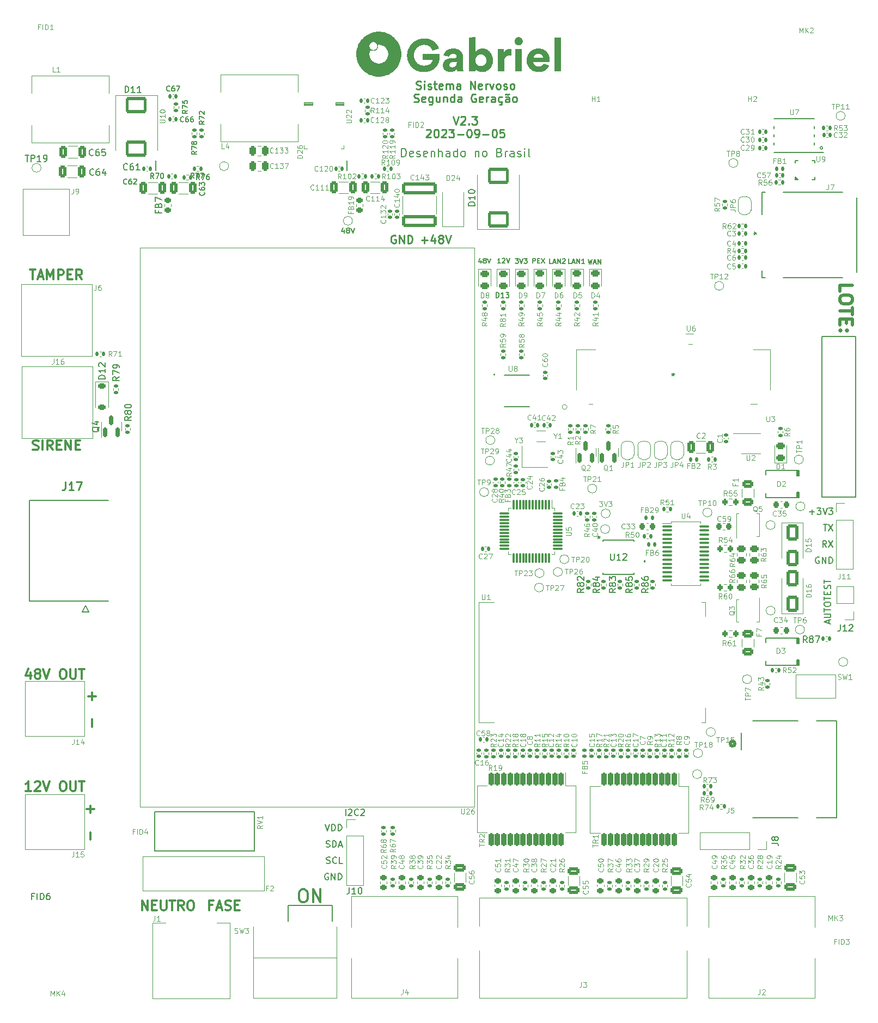
<source format=gto>
G04 #@! TF.GenerationSoftware,KiCad,Pcbnew,7.0.6-0*
G04 #@! TF.CreationDate,2023-09-12T11:21:30-03:00*
G04 #@! TF.ProjectId,macunaima_rev2.3,6d616375-6e61-4696-9d61-5f726576322e,rev?*
G04 #@! TF.SameCoordinates,Original*
G04 #@! TF.FileFunction,Legend,Top*
G04 #@! TF.FilePolarity,Positive*
%FSLAX46Y46*%
G04 Gerber Fmt 4.6, Leading zero omitted, Abs format (unit mm)*
G04 Created by KiCad (PCBNEW 7.0.6-0) date 2023-09-12 11:21:30*
%MOMM*%
%LPD*%
G01*
G04 APERTURE LIST*
G04 Aperture macros list*
%AMRoundRect*
0 Rectangle with rounded corners*
0 $1 Rounding radius*
0 $2 $3 $4 $5 $6 $7 $8 $9 X,Y pos of 4 corners*
0 Add a 4 corners polygon primitive as box body*
4,1,4,$2,$3,$4,$5,$6,$7,$8,$9,$2,$3,0*
0 Add four circle primitives for the rounded corners*
1,1,$1+$1,$2,$3*
1,1,$1+$1,$4,$5*
1,1,$1+$1,$6,$7*
1,1,$1+$1,$8,$9*
0 Add four rect primitives between the rounded corners*
20,1,$1+$1,$2,$3,$4,$5,0*
20,1,$1+$1,$4,$5,$6,$7,0*
20,1,$1+$1,$6,$7,$8,$9,0*
20,1,$1+$1,$8,$9,$2,$3,0*%
%AMFreePoly0*
4,1,19,0.500000,-0.750000,0.000000,-0.750000,0.000000,-0.744911,-0.071157,-0.744911,-0.207708,-0.704816,-0.327430,-0.627875,-0.420627,-0.520320,-0.479746,-0.390866,-0.500000,-0.250000,-0.500000,0.250000,-0.479746,0.390866,-0.420627,0.520320,-0.327430,0.627875,-0.207708,0.704816,-0.071157,0.744911,0.000000,0.744911,0.000000,0.750000,0.500000,0.750000,0.500000,-0.750000,0.500000,-0.750000,
$1*%
%AMFreePoly1*
4,1,19,0.000000,0.744911,0.071157,0.744911,0.207708,0.704816,0.327430,0.627875,0.420627,0.520320,0.479746,0.390866,0.500000,0.250000,0.500000,-0.250000,0.479746,-0.390866,0.420627,-0.520320,0.327430,-0.627875,0.207708,-0.704816,0.071157,-0.744911,0.000000,-0.744911,0.000000,-0.750000,-0.500000,-0.750000,-0.500000,0.750000,0.000000,0.750000,0.000000,0.744911,0.000000,0.744911,
$1*%
%AMFreePoly2*
4,1,17,1.395000,0.765000,0.855000,0.765000,0.855000,0.535000,1.395000,0.535000,1.395000,0.115000,0.855000,0.115000,0.855000,-0.115000,1.395000,-0.115000,1.395000,-0.535000,0.855000,-0.535000,0.855000,-0.765000,1.395000,-0.765000,1.395000,-1.185000,-0.855000,-1.185000,-0.855000,1.185000,1.395000,1.185000,1.395000,0.765000,1.395000,0.765000,$1*%
G04 Aperture macros list end*
%ADD10C,0.150000*%
%ADD11C,0.500000*%
%ADD12C,0.250000*%
%ADD13C,0.200000*%
%ADD14C,0.300000*%
%ADD15C,0.120000*%
%ADD16C,0.254000*%
%ADD17C,0.127000*%
%ADD18C,0.152400*%
%ADD19C,0.508000*%
%ADD20C,0.100000*%
%ADD21RoundRect,0.225000X0.250000X-0.225000X0.250000X0.225000X-0.250000X0.225000X-0.250000X-0.225000X0*%
%ADD22R,1.000000X1.800000*%
%ADD23RoundRect,0.135000X0.185000X-0.135000X0.185000X0.135000X-0.185000X0.135000X-0.185000X-0.135000X0*%
%ADD24RoundRect,0.140000X-0.140000X-0.170000X0.140000X-0.170000X0.140000X0.170000X-0.140000X0.170000X0*%
%ADD25RoundRect,0.135000X-0.185000X0.135000X-0.185000X-0.135000X0.185000X-0.135000X0.185000X0.135000X0*%
%ADD26RoundRect,0.140000X0.170000X-0.140000X0.170000X0.140000X-0.170000X0.140000X-0.170000X-0.140000X0*%
%ADD27RoundRect,0.140000X0.140000X0.170000X-0.140000X0.170000X-0.140000X-0.170000X0.140000X-0.170000X0*%
%ADD28RoundRect,0.135000X0.135000X0.185000X-0.135000X0.185000X-0.135000X-0.185000X0.135000X-0.185000X0*%
%ADD29C,2.000000*%
%ADD30R,1.700000X1.700000*%
%ADD31O,1.700000X1.700000*%
%ADD32RoundRect,0.140000X-0.170000X0.140000X-0.170000X-0.140000X0.170000X-0.140000X0.170000X0.140000X0*%
%ADD33FreePoly0,90.000000*%
%ADD34FreePoly1,90.000000*%
%ADD35C,1.000000*%
%ADD36RoundRect,0.135000X-0.135000X-0.185000X0.135000X-0.185000X0.135000X0.185000X-0.135000X0.185000X0*%
%ADD37RoundRect,0.100000X-0.637500X-0.100000X0.637500X-0.100000X0.637500X0.100000X-0.637500X0.100000X0*%
%ADD38RoundRect,0.243750X0.456250X-0.243750X0.456250X0.243750X-0.456250X0.243750X-0.456250X-0.243750X0*%
%ADD39RoundRect,0.250000X-0.325000X-0.650000X0.325000X-0.650000X0.325000X0.650000X-0.325000X0.650000X0*%
%ADD40R,0.650000X1.525000*%
%ADD41R,3.100000X2.400000*%
%ADD42R,0.450000X0.400000*%
%ADD43R,0.450000X0.500000*%
%ADD44C,2.500000*%
%ADD45C,4.000000*%
%ADD46RoundRect,0.195000X-0.195000X0.805000X-0.195000X-0.805000X0.195000X-0.805000X0.195000X0.805000X0*%
%ADD47RoundRect,0.147500X-0.147500X-0.172500X0.147500X-0.172500X0.147500X0.172500X-0.147500X0.172500X0*%
%ADD48R,1.800000X2.500000*%
%ADD49R,0.300000X0.570000*%
%ADD50R,0.570000X0.300000*%
%ADD51R,1.750000X1.750000*%
%ADD52C,4.300000*%
%ADD53RoundRect,0.218750X0.256250X-0.218750X0.256250X0.218750X-0.256250X0.218750X-0.256250X-0.218750X0*%
%ADD54R,1.879600X2.260600*%
%ADD55RoundRect,0.225000X-0.375000X0.225000X-0.375000X-0.225000X0.375000X-0.225000X0.375000X0.225000X0*%
%ADD56C,3.200000*%
%ADD57C,1.500000*%
%ADD58C,3.000000*%
%ADD59R,1.600000X0.600000*%
%ADD60R,1.550000X0.600000*%
%ADD61RoundRect,0.200000X-0.200000X-0.275000X0.200000X-0.275000X0.200000X0.275000X-0.200000X0.275000X0*%
%ADD62RoundRect,0.225000X0.225000X0.250000X-0.225000X0.250000X-0.225000X-0.250000X0.225000X-0.250000X0*%
%ADD63RoundRect,0.250000X-0.450000X0.262500X-0.450000X-0.262500X0.450000X-0.262500X0.450000X0.262500X0*%
%ADD64R,3.500000X4.000000*%
%ADD65R,0.420000X0.700000*%
%ADD66FreePoly2,90.000000*%
%ADD67RoundRect,0.243750X-0.456250X0.243750X-0.456250X-0.243750X0.456250X-0.243750X0.456250X0.243750X0*%
%ADD68RoundRect,0.250000X-0.650000X0.325000X-0.650000X-0.325000X0.650000X-0.325000X0.650000X0.325000X0*%
%ADD69RoundRect,0.147500X0.172500X-0.147500X0.172500X0.147500X-0.172500X0.147500X-0.172500X-0.147500X0*%
%ADD70R,1.600200X0.711200*%
%ADD71C,1.498600*%
%ADD72R,1.498600X1.193800*%
%ADD73R,2.209800X1.193800*%
%ADD74R,1.498600X1.600200*%
%ADD75RoundRect,0.250000X0.625000X-0.375000X0.625000X0.375000X-0.625000X0.375000X-0.625000X-0.375000X0*%
%ADD76RoundRect,0.250000X0.325000X0.650000X-0.325000X0.650000X-0.325000X-0.650000X0.325000X-0.650000X0*%
%ADD77R,3.300000X2.500000*%
%ADD78RoundRect,0.075000X-0.075000X0.662500X-0.075000X-0.662500X0.075000X-0.662500X0.075000X0.662500X0*%
%ADD79RoundRect,0.075000X-0.662500X0.075000X-0.662500X-0.075000X0.662500X-0.075000X0.662500X0.075000X0*%
%ADD80R,2.000000X2.000000*%
%ADD81RoundRect,0.250000X0.650000X-1.000000X0.650000X1.000000X-0.650000X1.000000X-0.650000X-1.000000X0*%
%ADD82R,1.150000X0.350000*%
%ADD83RoundRect,0.250000X0.250000X0.475000X-0.250000X0.475000X-0.250000X-0.475000X0.250000X-0.475000X0*%
%ADD84RoundRect,0.250000X1.400000X1.000000X-1.400000X1.000000X-1.400000X-1.000000X1.400000X-1.000000X0*%
%ADD85RoundRect,0.225000X-0.225000X-0.250000X0.225000X-0.250000X0.225000X0.250000X-0.225000X0.250000X0*%
%ADD86C,6.200000*%
%ADD87RoundRect,0.150000X0.150000X-0.587500X0.150000X0.587500X-0.150000X0.587500X-0.150000X-0.587500X0*%
%ADD88C,1.651000*%
%ADD89C,1.143000*%
%ADD90R,0.660400X2.108200*%
%ADD91R,2.438400X3.352800*%
%ADD92RoundRect,0.250000X-1.400000X-1.000000X1.400000X-1.000000X1.400000X1.000000X-1.400000X1.000000X0*%
%ADD93C,3.250000*%
%ADD94R,1.400000X1.200000*%
%ADD95R,1.520000X1.520000*%
%ADD96C,1.520000*%
%ADD97R,1.143000X0.812800*%
%ADD98R,2.108200X0.711200*%
%ADD99RoundRect,0.147500X-0.172500X0.147500X-0.172500X-0.147500X0.172500X-0.147500X0.172500X0.147500X0*%
%ADD100R,2.180000X1.600000*%
%ADD101C,1.800000*%
%ADD102R,1.409700X0.355600*%
%ADD103RoundRect,0.250000X2.450000X-0.650000X2.450000X0.650000X-2.450000X0.650000X-2.450000X-0.650000X0*%
%ADD104R,0.900000X1.800000*%
%ADD105R,1.800000X0.900000*%
%ADD106R,5.000000X5.000000*%
%ADD107R,2.700000X1.200000*%
%ADD108R,1.112398X0.457200*%
%ADD109R,3.606800X3.708400*%
%ADD110RoundRect,0.250000X-0.650000X1.000000X-0.650000X-1.000000X0.650000X-1.000000X0.650000X1.000000X0*%
%ADD111FreePoly2,270.000000*%
%ADD112RoundRect,0.250000X-0.625000X0.375000X-0.625000X-0.375000X0.625000X-0.375000X0.625000X0.375000X0*%
G04 APERTURE END LIST*
D10*
X48423573Y-139886773D02*
X48423573Y-137486773D01*
X41573573Y-139886773D02*
X41573573Y-137486773D01*
X41573573Y-137486773D02*
X48423573Y-137486773D01*
X124522000Y-48969000D02*
X129806000Y-48969000D01*
X129806000Y-73919000D01*
X124522000Y-73919000D01*
X124522000Y-48969000D01*
X47815588Y-132518188D02*
X47720350Y-132470569D01*
X47720350Y-132470569D02*
X47577493Y-132470569D01*
X47577493Y-132470569D02*
X47434636Y-132518188D01*
X47434636Y-132518188D02*
X47339398Y-132613426D01*
X47339398Y-132613426D02*
X47291779Y-132708664D01*
X47291779Y-132708664D02*
X47244160Y-132899140D01*
X47244160Y-132899140D02*
X47244160Y-133041997D01*
X47244160Y-133041997D02*
X47291779Y-133232473D01*
X47291779Y-133232473D02*
X47339398Y-133327711D01*
X47339398Y-133327711D02*
X47434636Y-133422950D01*
X47434636Y-133422950D02*
X47577493Y-133470569D01*
X47577493Y-133470569D02*
X47672731Y-133470569D01*
X47672731Y-133470569D02*
X47815588Y-133422950D01*
X47815588Y-133422950D02*
X47863207Y-133375330D01*
X47863207Y-133375330D02*
X47863207Y-133041997D01*
X47863207Y-133041997D02*
X47672731Y-133041997D01*
X48291779Y-133470569D02*
X48291779Y-132470569D01*
X48291779Y-132470569D02*
X48863207Y-133470569D01*
X48863207Y-133470569D02*
X48863207Y-132470569D01*
X49339398Y-133470569D02*
X49339398Y-132470569D01*
X49339398Y-132470569D02*
X49577493Y-132470569D01*
X49577493Y-132470569D02*
X49720350Y-132518188D01*
X49720350Y-132518188D02*
X49815588Y-132613426D01*
X49815588Y-132613426D02*
X49863207Y-132708664D01*
X49863207Y-132708664D02*
X49910826Y-132899140D01*
X49910826Y-132899140D02*
X49910826Y-133041997D01*
X49910826Y-133041997D02*
X49863207Y-133232473D01*
X49863207Y-133232473D02*
X49815588Y-133327711D01*
X49815588Y-133327711D02*
X49720350Y-133422950D01*
X49720350Y-133422950D02*
X49577493Y-133470569D01*
X49577493Y-133470569D02*
X49339398Y-133470569D01*
D11*
X127298761Y-41980571D02*
X127298761Y-41028190D01*
X127298761Y-41028190D02*
X129298761Y-41028190D01*
X129298761Y-43028190D02*
X129298761Y-43409143D01*
X129298761Y-43409143D02*
X129203523Y-43599619D01*
X129203523Y-43599619D02*
X129013047Y-43790095D01*
X129013047Y-43790095D02*
X128632095Y-43885333D01*
X128632095Y-43885333D02*
X127965428Y-43885333D01*
X127965428Y-43885333D02*
X127584476Y-43790095D01*
X127584476Y-43790095D02*
X127394000Y-43599619D01*
X127394000Y-43599619D02*
X127298761Y-43409143D01*
X127298761Y-43409143D02*
X127298761Y-43028190D01*
X127298761Y-43028190D02*
X127394000Y-42837714D01*
X127394000Y-42837714D02*
X127584476Y-42647238D01*
X127584476Y-42647238D02*
X127965428Y-42552000D01*
X127965428Y-42552000D02*
X128632095Y-42552000D01*
X128632095Y-42552000D02*
X129013047Y-42647238D01*
X129013047Y-42647238D02*
X129203523Y-42837714D01*
X129203523Y-42837714D02*
X129298761Y-43028190D01*
X129298761Y-44456762D02*
X129298761Y-45599619D01*
X127298761Y-45028190D02*
X129298761Y-45028190D01*
X128346380Y-46266286D02*
X128346380Y-46932953D01*
X127298761Y-47218667D02*
X127298761Y-46266286D01*
X127298761Y-46266286D02*
X129298761Y-46266286D01*
X129298761Y-46266286D02*
X129298761Y-47218667D01*
X127489238Y-48075810D02*
X127394000Y-48171048D01*
X127394000Y-48171048D02*
X127298761Y-48075810D01*
X127298761Y-48075810D02*
X127394000Y-47980572D01*
X127394000Y-47980572D02*
X127489238Y-48075810D01*
X127489238Y-48075810D02*
X127298761Y-48075810D01*
X128536857Y-48075810D02*
X128441619Y-48171048D01*
X128441619Y-48171048D02*
X128346380Y-48075810D01*
X128346380Y-48075810D02*
X128441619Y-47980572D01*
X128441619Y-47980572D02*
X128536857Y-48075810D01*
X128536857Y-48075810D02*
X128346380Y-48075810D01*
D12*
X62286192Y-34000856D02*
X63238573Y-34000856D01*
X62762382Y-34477046D02*
X62762382Y-33524665D01*
X64369525Y-33643713D02*
X64369525Y-34477046D01*
X64071906Y-33167523D02*
X63774287Y-34060380D01*
X63774287Y-34060380D02*
X64548096Y-34060380D01*
X65202858Y-33762761D02*
X65083810Y-33703237D01*
X65083810Y-33703237D02*
X65024287Y-33643713D01*
X65024287Y-33643713D02*
X64964763Y-33524665D01*
X64964763Y-33524665D02*
X64964763Y-33465142D01*
X64964763Y-33465142D02*
X65024287Y-33346094D01*
X65024287Y-33346094D02*
X65083810Y-33286570D01*
X65083810Y-33286570D02*
X65202858Y-33227046D01*
X65202858Y-33227046D02*
X65440953Y-33227046D01*
X65440953Y-33227046D02*
X65560001Y-33286570D01*
X65560001Y-33286570D02*
X65619525Y-33346094D01*
X65619525Y-33346094D02*
X65679048Y-33465142D01*
X65679048Y-33465142D02*
X65679048Y-33524665D01*
X65679048Y-33524665D02*
X65619525Y-33643713D01*
X65619525Y-33643713D02*
X65560001Y-33703237D01*
X65560001Y-33703237D02*
X65440953Y-33762761D01*
X65440953Y-33762761D02*
X65202858Y-33762761D01*
X65202858Y-33762761D02*
X65083810Y-33822284D01*
X65083810Y-33822284D02*
X65024287Y-33881808D01*
X65024287Y-33881808D02*
X64964763Y-34000856D01*
X64964763Y-34000856D02*
X64964763Y-34238951D01*
X64964763Y-34238951D02*
X65024287Y-34357999D01*
X65024287Y-34357999D02*
X65083810Y-34417523D01*
X65083810Y-34417523D02*
X65202858Y-34477046D01*
X65202858Y-34477046D02*
X65440953Y-34477046D01*
X65440953Y-34477046D02*
X65560001Y-34417523D01*
X65560001Y-34417523D02*
X65619525Y-34357999D01*
X65619525Y-34357999D02*
X65679048Y-34238951D01*
X65679048Y-34238951D02*
X65679048Y-34000856D01*
X65679048Y-34000856D02*
X65619525Y-33881808D01*
X65619525Y-33881808D02*
X65560001Y-33822284D01*
X65560001Y-33822284D02*
X65440953Y-33762761D01*
X66036191Y-33227046D02*
X66452858Y-34477046D01*
X66452858Y-34477046D02*
X66869524Y-33227046D01*
D10*
X47482255Y-128342950D02*
X47625112Y-128390569D01*
X47625112Y-128390569D02*
X47863207Y-128390569D01*
X47863207Y-128390569D02*
X47958445Y-128342950D01*
X47958445Y-128342950D02*
X48006064Y-128295330D01*
X48006064Y-128295330D02*
X48053683Y-128200092D01*
X48053683Y-128200092D02*
X48053683Y-128104854D01*
X48053683Y-128104854D02*
X48006064Y-128009616D01*
X48006064Y-128009616D02*
X47958445Y-127961997D01*
X47958445Y-127961997D02*
X47863207Y-127914378D01*
X47863207Y-127914378D02*
X47672731Y-127866759D01*
X47672731Y-127866759D02*
X47577493Y-127819140D01*
X47577493Y-127819140D02*
X47529874Y-127771521D01*
X47529874Y-127771521D02*
X47482255Y-127676283D01*
X47482255Y-127676283D02*
X47482255Y-127581045D01*
X47482255Y-127581045D02*
X47529874Y-127485807D01*
X47529874Y-127485807D02*
X47577493Y-127438188D01*
X47577493Y-127438188D02*
X47672731Y-127390569D01*
X47672731Y-127390569D02*
X47910826Y-127390569D01*
X47910826Y-127390569D02*
X48053683Y-127438188D01*
X48482255Y-128390569D02*
X48482255Y-127390569D01*
X48482255Y-127390569D02*
X48720350Y-127390569D01*
X48720350Y-127390569D02*
X48863207Y-127438188D01*
X48863207Y-127438188D02*
X48958445Y-127533426D01*
X48958445Y-127533426D02*
X49006064Y-127628664D01*
X49006064Y-127628664D02*
X49053683Y-127819140D01*
X49053683Y-127819140D02*
X49053683Y-127961997D01*
X49053683Y-127961997D02*
X49006064Y-128152473D01*
X49006064Y-128152473D02*
X48958445Y-128247711D01*
X48958445Y-128247711D02*
X48863207Y-128342950D01*
X48863207Y-128342950D02*
X48720350Y-128390569D01*
X48720350Y-128390569D02*
X48482255Y-128390569D01*
X49434636Y-128104854D02*
X49910826Y-128104854D01*
X49339398Y-128390569D02*
X49672731Y-127390569D01*
X49672731Y-127390569D02*
X50006064Y-128390569D01*
D13*
X122633905Y-76281266D02*
X123395810Y-76281266D01*
X123014857Y-76662219D02*
X123014857Y-75900314D01*
X123776762Y-75662219D02*
X124395809Y-75662219D01*
X124395809Y-75662219D02*
X124062476Y-76043171D01*
X124062476Y-76043171D02*
X124205333Y-76043171D01*
X124205333Y-76043171D02*
X124300571Y-76090790D01*
X124300571Y-76090790D02*
X124348190Y-76138409D01*
X124348190Y-76138409D02*
X124395809Y-76233647D01*
X124395809Y-76233647D02*
X124395809Y-76471742D01*
X124395809Y-76471742D02*
X124348190Y-76566980D01*
X124348190Y-76566980D02*
X124300571Y-76614600D01*
X124300571Y-76614600D02*
X124205333Y-76662219D01*
X124205333Y-76662219D02*
X123919619Y-76662219D01*
X123919619Y-76662219D02*
X123824381Y-76614600D01*
X123824381Y-76614600D02*
X123776762Y-76566980D01*
X124681524Y-75662219D02*
X125014857Y-76662219D01*
X125014857Y-76662219D02*
X125348190Y-75662219D01*
X125586286Y-75662219D02*
X126205333Y-75662219D01*
X126205333Y-75662219D02*
X125872000Y-76043171D01*
X125872000Y-76043171D02*
X126014857Y-76043171D01*
X126014857Y-76043171D02*
X126110095Y-76090790D01*
X126110095Y-76090790D02*
X126157714Y-76138409D01*
X126157714Y-76138409D02*
X126205333Y-76233647D01*
X126205333Y-76233647D02*
X126205333Y-76471742D01*
X126205333Y-76471742D02*
X126157714Y-76566980D01*
X126157714Y-76566980D02*
X126110095Y-76614600D01*
X126110095Y-76614600D02*
X126014857Y-76662219D01*
X126014857Y-76662219D02*
X125729143Y-76662219D01*
X125729143Y-76662219D02*
X125633905Y-76614600D01*
X125633905Y-76614600D02*
X125586286Y-76566980D01*
D10*
X82562287Y-37642737D02*
X82205144Y-37642737D01*
X82205144Y-37642737D02*
X82205144Y-36892737D01*
X82776573Y-37428451D02*
X83133716Y-37428451D01*
X82705144Y-37642737D02*
X82955144Y-36892737D01*
X82955144Y-36892737D02*
X83205144Y-37642737D01*
X83455144Y-37642737D02*
X83455144Y-36892737D01*
X83455144Y-36892737D02*
X83883715Y-37642737D01*
X83883715Y-37642737D02*
X83883715Y-36892737D01*
X84205144Y-36964165D02*
X84240858Y-36928451D01*
X84240858Y-36928451D02*
X84312287Y-36892737D01*
X84312287Y-36892737D02*
X84490858Y-36892737D01*
X84490858Y-36892737D02*
X84562287Y-36928451D01*
X84562287Y-36928451D02*
X84598001Y-36964165D01*
X84598001Y-36964165D02*
X84633715Y-37035594D01*
X84633715Y-37035594D02*
X84633715Y-37107023D01*
X84633715Y-37107023D02*
X84598001Y-37214165D01*
X84598001Y-37214165D02*
X84169429Y-37642737D01*
X84169429Y-37642737D02*
X84633715Y-37642737D01*
D14*
X11080100Y-104377142D02*
X11080100Y-105520000D01*
X10508671Y-104948571D02*
X11651528Y-104948571D01*
X11080100Y-108519999D02*
X11080100Y-109662857D01*
X1639143Y-119653328D02*
X782000Y-119653328D01*
X1210571Y-119653328D02*
X1210571Y-118153328D01*
X1210571Y-118153328D02*
X1067714Y-118367614D01*
X1067714Y-118367614D02*
X924857Y-118510471D01*
X924857Y-118510471D02*
X782000Y-118581900D01*
X2210571Y-118296185D02*
X2281999Y-118224757D01*
X2281999Y-118224757D02*
X2424857Y-118153328D01*
X2424857Y-118153328D02*
X2781999Y-118153328D01*
X2781999Y-118153328D02*
X2924857Y-118224757D01*
X2924857Y-118224757D02*
X2996285Y-118296185D01*
X2996285Y-118296185D02*
X3067714Y-118439042D01*
X3067714Y-118439042D02*
X3067714Y-118581900D01*
X3067714Y-118581900D02*
X2996285Y-118796185D01*
X2996285Y-118796185D02*
X2139142Y-119653328D01*
X2139142Y-119653328D02*
X3067714Y-119653328D01*
X3496285Y-118153328D02*
X3996285Y-119653328D01*
X3996285Y-119653328D02*
X4496285Y-118153328D01*
X6424856Y-118153328D02*
X6710570Y-118153328D01*
X6710570Y-118153328D02*
X6853427Y-118224757D01*
X6853427Y-118224757D02*
X6996284Y-118367614D01*
X6996284Y-118367614D02*
X7067713Y-118653328D01*
X7067713Y-118653328D02*
X7067713Y-119153328D01*
X7067713Y-119153328D02*
X6996284Y-119439042D01*
X6996284Y-119439042D02*
X6853427Y-119581900D01*
X6853427Y-119581900D02*
X6710570Y-119653328D01*
X6710570Y-119653328D02*
X6424856Y-119653328D01*
X6424856Y-119653328D02*
X6281999Y-119581900D01*
X6281999Y-119581900D02*
X6139141Y-119439042D01*
X6139141Y-119439042D02*
X6067713Y-119153328D01*
X6067713Y-119153328D02*
X6067713Y-118653328D01*
X6067713Y-118653328D02*
X6139141Y-118367614D01*
X6139141Y-118367614D02*
X6281999Y-118224757D01*
X6281999Y-118224757D02*
X6424856Y-118153328D01*
X7710570Y-118153328D02*
X7710570Y-119367614D01*
X7710570Y-119367614D02*
X7781999Y-119510471D01*
X7781999Y-119510471D02*
X7853428Y-119581900D01*
X7853428Y-119581900D02*
X7996285Y-119653328D01*
X7996285Y-119653328D02*
X8281999Y-119653328D01*
X8281999Y-119653328D02*
X8424856Y-119581900D01*
X8424856Y-119581900D02*
X8496285Y-119510471D01*
X8496285Y-119510471D02*
X8567713Y-119367614D01*
X8567713Y-119367614D02*
X8567713Y-118153328D01*
X9067714Y-118153328D02*
X9924857Y-118153328D01*
X9496285Y-119653328D02*
X9496285Y-118153328D01*
D13*
X59214812Y-21032577D02*
X59214812Y-19732577D01*
X59214812Y-19732577D02*
X59524336Y-19732577D01*
X59524336Y-19732577D02*
X59710050Y-19794482D01*
X59710050Y-19794482D02*
X59833860Y-19918292D01*
X59833860Y-19918292D02*
X59895765Y-20042101D01*
X59895765Y-20042101D02*
X59957669Y-20289720D01*
X59957669Y-20289720D02*
X59957669Y-20475434D01*
X59957669Y-20475434D02*
X59895765Y-20723053D01*
X59895765Y-20723053D02*
X59833860Y-20846863D01*
X59833860Y-20846863D02*
X59710050Y-20970673D01*
X59710050Y-20970673D02*
X59524336Y-21032577D01*
X59524336Y-21032577D02*
X59214812Y-21032577D01*
X61010050Y-20970673D02*
X60886241Y-21032577D01*
X60886241Y-21032577D02*
X60638622Y-21032577D01*
X60638622Y-21032577D02*
X60514812Y-20970673D01*
X60514812Y-20970673D02*
X60452908Y-20846863D01*
X60452908Y-20846863D02*
X60452908Y-20351625D01*
X60452908Y-20351625D02*
X60514812Y-20227815D01*
X60514812Y-20227815D02*
X60638622Y-20165911D01*
X60638622Y-20165911D02*
X60886241Y-20165911D01*
X60886241Y-20165911D02*
X61010050Y-20227815D01*
X61010050Y-20227815D02*
X61071955Y-20351625D01*
X61071955Y-20351625D02*
X61071955Y-20475434D01*
X61071955Y-20475434D02*
X60452908Y-20599244D01*
X61567194Y-20970673D02*
X61691003Y-21032577D01*
X61691003Y-21032577D02*
X61938622Y-21032577D01*
X61938622Y-21032577D02*
X62062432Y-20970673D01*
X62062432Y-20970673D02*
X62124336Y-20846863D01*
X62124336Y-20846863D02*
X62124336Y-20784958D01*
X62124336Y-20784958D02*
X62062432Y-20661149D01*
X62062432Y-20661149D02*
X61938622Y-20599244D01*
X61938622Y-20599244D02*
X61752908Y-20599244D01*
X61752908Y-20599244D02*
X61629098Y-20537339D01*
X61629098Y-20537339D02*
X61567194Y-20413530D01*
X61567194Y-20413530D02*
X61567194Y-20351625D01*
X61567194Y-20351625D02*
X61629098Y-20227815D01*
X61629098Y-20227815D02*
X61752908Y-20165911D01*
X61752908Y-20165911D02*
X61938622Y-20165911D01*
X61938622Y-20165911D02*
X62062432Y-20227815D01*
X63176717Y-20970673D02*
X63052908Y-21032577D01*
X63052908Y-21032577D02*
X62805289Y-21032577D01*
X62805289Y-21032577D02*
X62681479Y-20970673D01*
X62681479Y-20970673D02*
X62619575Y-20846863D01*
X62619575Y-20846863D02*
X62619575Y-20351625D01*
X62619575Y-20351625D02*
X62681479Y-20227815D01*
X62681479Y-20227815D02*
X62805289Y-20165911D01*
X62805289Y-20165911D02*
X63052908Y-20165911D01*
X63052908Y-20165911D02*
X63176717Y-20227815D01*
X63176717Y-20227815D02*
X63238622Y-20351625D01*
X63238622Y-20351625D02*
X63238622Y-20475434D01*
X63238622Y-20475434D02*
X62619575Y-20599244D01*
X63795765Y-20165911D02*
X63795765Y-21032577D01*
X63795765Y-20289720D02*
X63857670Y-20227815D01*
X63857670Y-20227815D02*
X63981480Y-20165911D01*
X63981480Y-20165911D02*
X64167194Y-20165911D01*
X64167194Y-20165911D02*
X64291003Y-20227815D01*
X64291003Y-20227815D02*
X64352908Y-20351625D01*
X64352908Y-20351625D02*
X64352908Y-21032577D01*
X64971955Y-21032577D02*
X64971955Y-19732577D01*
X65529098Y-21032577D02*
X65529098Y-20351625D01*
X65529098Y-20351625D02*
X65467193Y-20227815D01*
X65467193Y-20227815D02*
X65343384Y-20165911D01*
X65343384Y-20165911D02*
X65157670Y-20165911D01*
X65157670Y-20165911D02*
X65033860Y-20227815D01*
X65033860Y-20227815D02*
X64971955Y-20289720D01*
X66705288Y-21032577D02*
X66705288Y-20351625D01*
X66705288Y-20351625D02*
X66643383Y-20227815D01*
X66643383Y-20227815D02*
X66519574Y-20165911D01*
X66519574Y-20165911D02*
X66271955Y-20165911D01*
X66271955Y-20165911D02*
X66148145Y-20227815D01*
X66705288Y-20970673D02*
X66581479Y-21032577D01*
X66581479Y-21032577D02*
X66271955Y-21032577D01*
X66271955Y-21032577D02*
X66148145Y-20970673D01*
X66148145Y-20970673D02*
X66086241Y-20846863D01*
X66086241Y-20846863D02*
X66086241Y-20723053D01*
X66086241Y-20723053D02*
X66148145Y-20599244D01*
X66148145Y-20599244D02*
X66271955Y-20537339D01*
X66271955Y-20537339D02*
X66581479Y-20537339D01*
X66581479Y-20537339D02*
X66705288Y-20475434D01*
X67881478Y-21032577D02*
X67881478Y-19732577D01*
X67881478Y-20970673D02*
X67757669Y-21032577D01*
X67757669Y-21032577D02*
X67510050Y-21032577D01*
X67510050Y-21032577D02*
X67386240Y-20970673D01*
X67386240Y-20970673D02*
X67324335Y-20908768D01*
X67324335Y-20908768D02*
X67262431Y-20784958D01*
X67262431Y-20784958D02*
X67262431Y-20413530D01*
X67262431Y-20413530D02*
X67324335Y-20289720D01*
X67324335Y-20289720D02*
X67386240Y-20227815D01*
X67386240Y-20227815D02*
X67510050Y-20165911D01*
X67510050Y-20165911D02*
X67757669Y-20165911D01*
X67757669Y-20165911D02*
X67881478Y-20227815D01*
X68686240Y-21032577D02*
X68562430Y-20970673D01*
X68562430Y-20970673D02*
X68500525Y-20908768D01*
X68500525Y-20908768D02*
X68438621Y-20784958D01*
X68438621Y-20784958D02*
X68438621Y-20413530D01*
X68438621Y-20413530D02*
X68500525Y-20289720D01*
X68500525Y-20289720D02*
X68562430Y-20227815D01*
X68562430Y-20227815D02*
X68686240Y-20165911D01*
X68686240Y-20165911D02*
X68871954Y-20165911D01*
X68871954Y-20165911D02*
X68995763Y-20227815D01*
X68995763Y-20227815D02*
X69057668Y-20289720D01*
X69057668Y-20289720D02*
X69119573Y-20413530D01*
X69119573Y-20413530D02*
X69119573Y-20784958D01*
X69119573Y-20784958D02*
X69057668Y-20908768D01*
X69057668Y-20908768D02*
X68995763Y-20970673D01*
X68995763Y-20970673D02*
X68871954Y-21032577D01*
X68871954Y-21032577D02*
X68686240Y-21032577D01*
X70667191Y-20165911D02*
X70667191Y-21032577D01*
X70667191Y-20289720D02*
X70729096Y-20227815D01*
X70729096Y-20227815D02*
X70852906Y-20165911D01*
X70852906Y-20165911D02*
X71038620Y-20165911D01*
X71038620Y-20165911D02*
X71162429Y-20227815D01*
X71162429Y-20227815D02*
X71224334Y-20351625D01*
X71224334Y-20351625D02*
X71224334Y-21032577D01*
X72029096Y-21032577D02*
X71905286Y-20970673D01*
X71905286Y-20970673D02*
X71843381Y-20908768D01*
X71843381Y-20908768D02*
X71781477Y-20784958D01*
X71781477Y-20784958D02*
X71781477Y-20413530D01*
X71781477Y-20413530D02*
X71843381Y-20289720D01*
X71843381Y-20289720D02*
X71905286Y-20227815D01*
X71905286Y-20227815D02*
X72029096Y-20165911D01*
X72029096Y-20165911D02*
X72214810Y-20165911D01*
X72214810Y-20165911D02*
X72338619Y-20227815D01*
X72338619Y-20227815D02*
X72400524Y-20289720D01*
X72400524Y-20289720D02*
X72462429Y-20413530D01*
X72462429Y-20413530D02*
X72462429Y-20784958D01*
X72462429Y-20784958D02*
X72400524Y-20908768D01*
X72400524Y-20908768D02*
X72338619Y-20970673D01*
X72338619Y-20970673D02*
X72214810Y-21032577D01*
X72214810Y-21032577D02*
X72029096Y-21032577D01*
X74443381Y-20351625D02*
X74629095Y-20413530D01*
X74629095Y-20413530D02*
X74691000Y-20475434D01*
X74691000Y-20475434D02*
X74752904Y-20599244D01*
X74752904Y-20599244D02*
X74752904Y-20784958D01*
X74752904Y-20784958D02*
X74691000Y-20908768D01*
X74691000Y-20908768D02*
X74629095Y-20970673D01*
X74629095Y-20970673D02*
X74505285Y-21032577D01*
X74505285Y-21032577D02*
X74010047Y-21032577D01*
X74010047Y-21032577D02*
X74010047Y-19732577D01*
X74010047Y-19732577D02*
X74443381Y-19732577D01*
X74443381Y-19732577D02*
X74567190Y-19794482D01*
X74567190Y-19794482D02*
X74629095Y-19856387D01*
X74629095Y-19856387D02*
X74691000Y-19980196D01*
X74691000Y-19980196D02*
X74691000Y-20104006D01*
X74691000Y-20104006D02*
X74629095Y-20227815D01*
X74629095Y-20227815D02*
X74567190Y-20289720D01*
X74567190Y-20289720D02*
X74443381Y-20351625D01*
X74443381Y-20351625D02*
X74010047Y-20351625D01*
X75310047Y-21032577D02*
X75310047Y-20165911D01*
X75310047Y-20413530D02*
X75371952Y-20289720D01*
X75371952Y-20289720D02*
X75433857Y-20227815D01*
X75433857Y-20227815D02*
X75557666Y-20165911D01*
X75557666Y-20165911D02*
X75681476Y-20165911D01*
X76671952Y-21032577D02*
X76671952Y-20351625D01*
X76671952Y-20351625D02*
X76610047Y-20227815D01*
X76610047Y-20227815D02*
X76486238Y-20165911D01*
X76486238Y-20165911D02*
X76238619Y-20165911D01*
X76238619Y-20165911D02*
X76114809Y-20227815D01*
X76671952Y-20970673D02*
X76548143Y-21032577D01*
X76548143Y-21032577D02*
X76238619Y-21032577D01*
X76238619Y-21032577D02*
X76114809Y-20970673D01*
X76114809Y-20970673D02*
X76052905Y-20846863D01*
X76052905Y-20846863D02*
X76052905Y-20723053D01*
X76052905Y-20723053D02*
X76114809Y-20599244D01*
X76114809Y-20599244D02*
X76238619Y-20537339D01*
X76238619Y-20537339D02*
X76548143Y-20537339D01*
X76548143Y-20537339D02*
X76671952Y-20475434D01*
X77229095Y-20970673D02*
X77352904Y-21032577D01*
X77352904Y-21032577D02*
X77600523Y-21032577D01*
X77600523Y-21032577D02*
X77724333Y-20970673D01*
X77724333Y-20970673D02*
X77786237Y-20846863D01*
X77786237Y-20846863D02*
X77786237Y-20784958D01*
X77786237Y-20784958D02*
X77724333Y-20661149D01*
X77724333Y-20661149D02*
X77600523Y-20599244D01*
X77600523Y-20599244D02*
X77414809Y-20599244D01*
X77414809Y-20599244D02*
X77290999Y-20537339D01*
X77290999Y-20537339D02*
X77229095Y-20413530D01*
X77229095Y-20413530D02*
X77229095Y-20351625D01*
X77229095Y-20351625D02*
X77290999Y-20227815D01*
X77290999Y-20227815D02*
X77414809Y-20165911D01*
X77414809Y-20165911D02*
X77600523Y-20165911D01*
X77600523Y-20165911D02*
X77724333Y-20227815D01*
X78343380Y-21032577D02*
X78343380Y-20165911D01*
X78343380Y-19732577D02*
X78281476Y-19794482D01*
X78281476Y-19794482D02*
X78343380Y-19856387D01*
X78343380Y-19856387D02*
X78405285Y-19794482D01*
X78405285Y-19794482D02*
X78343380Y-19732577D01*
X78343380Y-19732577D02*
X78343380Y-19856387D01*
X79148143Y-21032577D02*
X79024333Y-20970673D01*
X79024333Y-20970673D02*
X78962428Y-20846863D01*
X78962428Y-20846863D02*
X78962428Y-19732577D01*
D12*
X67214811Y-14751596D02*
X67631478Y-16001596D01*
X67631478Y-16001596D02*
X68048144Y-14751596D01*
X68405288Y-14870644D02*
X68464812Y-14811120D01*
X68464812Y-14811120D02*
X68583859Y-14751596D01*
X68583859Y-14751596D02*
X68881478Y-14751596D01*
X68881478Y-14751596D02*
X69000526Y-14811120D01*
X69000526Y-14811120D02*
X69060050Y-14870644D01*
X69060050Y-14870644D02*
X69119573Y-14989692D01*
X69119573Y-14989692D02*
X69119573Y-15108739D01*
X69119573Y-15108739D02*
X69060050Y-15287311D01*
X69060050Y-15287311D02*
X68345764Y-16001596D01*
X68345764Y-16001596D02*
X69119573Y-16001596D01*
X69655288Y-15882549D02*
X69714811Y-15942073D01*
X69714811Y-15942073D02*
X69655288Y-16001596D01*
X69655288Y-16001596D02*
X69595764Y-15942073D01*
X69595764Y-15942073D02*
X69655288Y-15882549D01*
X69655288Y-15882549D02*
X69655288Y-16001596D01*
X70131478Y-14751596D02*
X70905287Y-14751596D01*
X70905287Y-14751596D02*
X70488621Y-15227787D01*
X70488621Y-15227787D02*
X70667192Y-15227787D01*
X70667192Y-15227787D02*
X70786240Y-15287311D01*
X70786240Y-15287311D02*
X70845764Y-15346834D01*
X70845764Y-15346834D02*
X70905287Y-15465882D01*
X70905287Y-15465882D02*
X70905287Y-15763501D01*
X70905287Y-15763501D02*
X70845764Y-15882549D01*
X70845764Y-15882549D02*
X70786240Y-15942073D01*
X70786240Y-15942073D02*
X70667192Y-16001596D01*
X70667192Y-16001596D02*
X70310049Y-16001596D01*
X70310049Y-16001596D02*
X70191002Y-15942073D01*
X70191002Y-15942073D02*
X70131478Y-15882549D01*
X63048145Y-16883144D02*
X63107669Y-16823620D01*
X63107669Y-16823620D02*
X63226716Y-16764096D01*
X63226716Y-16764096D02*
X63524335Y-16764096D01*
X63524335Y-16764096D02*
X63643383Y-16823620D01*
X63643383Y-16823620D02*
X63702907Y-16883144D01*
X63702907Y-16883144D02*
X63762430Y-17002192D01*
X63762430Y-17002192D02*
X63762430Y-17121239D01*
X63762430Y-17121239D02*
X63702907Y-17299811D01*
X63702907Y-17299811D02*
X62988621Y-18014096D01*
X62988621Y-18014096D02*
X63762430Y-18014096D01*
X64536240Y-16764096D02*
X64655287Y-16764096D01*
X64655287Y-16764096D02*
X64774335Y-16823620D01*
X64774335Y-16823620D02*
X64833859Y-16883144D01*
X64833859Y-16883144D02*
X64893383Y-17002192D01*
X64893383Y-17002192D02*
X64952906Y-17240287D01*
X64952906Y-17240287D02*
X64952906Y-17537906D01*
X64952906Y-17537906D02*
X64893383Y-17776001D01*
X64893383Y-17776001D02*
X64833859Y-17895049D01*
X64833859Y-17895049D02*
X64774335Y-17954573D01*
X64774335Y-17954573D02*
X64655287Y-18014096D01*
X64655287Y-18014096D02*
X64536240Y-18014096D01*
X64536240Y-18014096D02*
X64417192Y-17954573D01*
X64417192Y-17954573D02*
X64357668Y-17895049D01*
X64357668Y-17895049D02*
X64298145Y-17776001D01*
X64298145Y-17776001D02*
X64238621Y-17537906D01*
X64238621Y-17537906D02*
X64238621Y-17240287D01*
X64238621Y-17240287D02*
X64298145Y-17002192D01*
X64298145Y-17002192D02*
X64357668Y-16883144D01*
X64357668Y-16883144D02*
X64417192Y-16823620D01*
X64417192Y-16823620D02*
X64536240Y-16764096D01*
X65429097Y-16883144D02*
X65488621Y-16823620D01*
X65488621Y-16823620D02*
X65607668Y-16764096D01*
X65607668Y-16764096D02*
X65905287Y-16764096D01*
X65905287Y-16764096D02*
X66024335Y-16823620D01*
X66024335Y-16823620D02*
X66083859Y-16883144D01*
X66083859Y-16883144D02*
X66143382Y-17002192D01*
X66143382Y-17002192D02*
X66143382Y-17121239D01*
X66143382Y-17121239D02*
X66083859Y-17299811D01*
X66083859Y-17299811D02*
X65369573Y-18014096D01*
X65369573Y-18014096D02*
X66143382Y-18014096D01*
X66560049Y-16764096D02*
X67333858Y-16764096D01*
X67333858Y-16764096D02*
X66917192Y-17240287D01*
X66917192Y-17240287D02*
X67095763Y-17240287D01*
X67095763Y-17240287D02*
X67214811Y-17299811D01*
X67214811Y-17299811D02*
X67274335Y-17359334D01*
X67274335Y-17359334D02*
X67333858Y-17478382D01*
X67333858Y-17478382D02*
X67333858Y-17776001D01*
X67333858Y-17776001D02*
X67274335Y-17895049D01*
X67274335Y-17895049D02*
X67214811Y-17954573D01*
X67214811Y-17954573D02*
X67095763Y-18014096D01*
X67095763Y-18014096D02*
X66738620Y-18014096D01*
X66738620Y-18014096D02*
X66619573Y-17954573D01*
X66619573Y-17954573D02*
X66560049Y-17895049D01*
X67869573Y-17537906D02*
X68821954Y-17537906D01*
X69655287Y-16764096D02*
X69774334Y-16764096D01*
X69774334Y-16764096D02*
X69893382Y-16823620D01*
X69893382Y-16823620D02*
X69952906Y-16883144D01*
X69952906Y-16883144D02*
X70012430Y-17002192D01*
X70012430Y-17002192D02*
X70071953Y-17240287D01*
X70071953Y-17240287D02*
X70071953Y-17537906D01*
X70071953Y-17537906D02*
X70012430Y-17776001D01*
X70012430Y-17776001D02*
X69952906Y-17895049D01*
X69952906Y-17895049D02*
X69893382Y-17954573D01*
X69893382Y-17954573D02*
X69774334Y-18014096D01*
X69774334Y-18014096D02*
X69655287Y-18014096D01*
X69655287Y-18014096D02*
X69536239Y-17954573D01*
X69536239Y-17954573D02*
X69476715Y-17895049D01*
X69476715Y-17895049D02*
X69417192Y-17776001D01*
X69417192Y-17776001D02*
X69357668Y-17537906D01*
X69357668Y-17537906D02*
X69357668Y-17240287D01*
X69357668Y-17240287D02*
X69417192Y-17002192D01*
X69417192Y-17002192D02*
X69476715Y-16883144D01*
X69476715Y-16883144D02*
X69536239Y-16823620D01*
X69536239Y-16823620D02*
X69655287Y-16764096D01*
X70667191Y-18014096D02*
X70905287Y-18014096D01*
X70905287Y-18014096D02*
X71024334Y-17954573D01*
X71024334Y-17954573D02*
X71083858Y-17895049D01*
X71083858Y-17895049D02*
X71202906Y-17716477D01*
X71202906Y-17716477D02*
X71262429Y-17478382D01*
X71262429Y-17478382D02*
X71262429Y-17002192D01*
X71262429Y-17002192D02*
X71202906Y-16883144D01*
X71202906Y-16883144D02*
X71143382Y-16823620D01*
X71143382Y-16823620D02*
X71024334Y-16764096D01*
X71024334Y-16764096D02*
X70786239Y-16764096D01*
X70786239Y-16764096D02*
X70667191Y-16823620D01*
X70667191Y-16823620D02*
X70607668Y-16883144D01*
X70607668Y-16883144D02*
X70548144Y-17002192D01*
X70548144Y-17002192D02*
X70548144Y-17299811D01*
X70548144Y-17299811D02*
X70607668Y-17418858D01*
X70607668Y-17418858D02*
X70667191Y-17478382D01*
X70667191Y-17478382D02*
X70786239Y-17537906D01*
X70786239Y-17537906D02*
X71024334Y-17537906D01*
X71024334Y-17537906D02*
X71143382Y-17478382D01*
X71143382Y-17478382D02*
X71202906Y-17418858D01*
X71202906Y-17418858D02*
X71262429Y-17299811D01*
X71798144Y-17537906D02*
X72750525Y-17537906D01*
X73583858Y-16764096D02*
X73702905Y-16764096D01*
X73702905Y-16764096D02*
X73821953Y-16823620D01*
X73821953Y-16823620D02*
X73881477Y-16883144D01*
X73881477Y-16883144D02*
X73941001Y-17002192D01*
X73941001Y-17002192D02*
X74000524Y-17240287D01*
X74000524Y-17240287D02*
X74000524Y-17537906D01*
X74000524Y-17537906D02*
X73941001Y-17776001D01*
X73941001Y-17776001D02*
X73881477Y-17895049D01*
X73881477Y-17895049D02*
X73821953Y-17954573D01*
X73821953Y-17954573D02*
X73702905Y-18014096D01*
X73702905Y-18014096D02*
X73583858Y-18014096D01*
X73583858Y-18014096D02*
X73464810Y-17954573D01*
X73464810Y-17954573D02*
X73405286Y-17895049D01*
X73405286Y-17895049D02*
X73345763Y-17776001D01*
X73345763Y-17776001D02*
X73286239Y-17537906D01*
X73286239Y-17537906D02*
X73286239Y-17240287D01*
X73286239Y-17240287D02*
X73345763Y-17002192D01*
X73345763Y-17002192D02*
X73405286Y-16883144D01*
X73405286Y-16883144D02*
X73464810Y-16823620D01*
X73464810Y-16823620D02*
X73583858Y-16764096D01*
X75131477Y-16764096D02*
X74536239Y-16764096D01*
X74536239Y-16764096D02*
X74476715Y-17359334D01*
X74476715Y-17359334D02*
X74536239Y-17299811D01*
X74536239Y-17299811D02*
X74655286Y-17240287D01*
X74655286Y-17240287D02*
X74952905Y-17240287D01*
X74952905Y-17240287D02*
X75071953Y-17299811D01*
X75071953Y-17299811D02*
X75131477Y-17359334D01*
X75131477Y-17359334D02*
X75191000Y-17478382D01*
X75191000Y-17478382D02*
X75191000Y-17776001D01*
X75191000Y-17776001D02*
X75131477Y-17895049D01*
X75131477Y-17895049D02*
X75071953Y-17954573D01*
X75071953Y-17954573D02*
X74952905Y-18014096D01*
X74952905Y-18014096D02*
X74655286Y-18014096D01*
X74655286Y-18014096D02*
X74536239Y-17954573D01*
X74536239Y-17954573D02*
X74476715Y-17895049D01*
D10*
X79599716Y-37585737D02*
X79599716Y-36835737D01*
X79599716Y-36835737D02*
X79885430Y-36835737D01*
X79885430Y-36835737D02*
X79956859Y-36871451D01*
X79956859Y-36871451D02*
X79992573Y-36907165D01*
X79992573Y-36907165D02*
X80028287Y-36978594D01*
X80028287Y-36978594D02*
X80028287Y-37085737D01*
X80028287Y-37085737D02*
X79992573Y-37157165D01*
X79992573Y-37157165D02*
X79956859Y-37192880D01*
X79956859Y-37192880D02*
X79885430Y-37228594D01*
X79885430Y-37228594D02*
X79599716Y-37228594D01*
X80349716Y-37192880D02*
X80599716Y-37192880D01*
X80706859Y-37585737D02*
X80349716Y-37585737D01*
X80349716Y-37585737D02*
X80349716Y-36835737D01*
X80349716Y-36835737D02*
X80706859Y-36835737D01*
X80956858Y-36835737D02*
X81456858Y-37585737D01*
X81456858Y-36835737D02*
X80956858Y-37585737D01*
X85561287Y-37642737D02*
X85204144Y-37642737D01*
X85204144Y-37642737D02*
X85204144Y-36892737D01*
X85775573Y-37428451D02*
X86132716Y-37428451D01*
X85704144Y-37642737D02*
X85954144Y-36892737D01*
X85954144Y-36892737D02*
X86204144Y-37642737D01*
X86454144Y-37642737D02*
X86454144Y-36892737D01*
X86454144Y-36892737D02*
X86882715Y-37642737D01*
X86882715Y-37642737D02*
X86882715Y-36892737D01*
X87632715Y-37642737D02*
X87204144Y-37642737D01*
X87418429Y-37642737D02*
X87418429Y-36892737D01*
X87418429Y-36892737D02*
X87347001Y-36999880D01*
X87347001Y-36999880D02*
X87275572Y-37071308D01*
X87275572Y-37071308D02*
X87204144Y-37107023D01*
D14*
X10818100Y-121932142D02*
X10818100Y-123075000D01*
X10246671Y-122503571D02*
X11389528Y-122503571D01*
X10818100Y-126074999D02*
X10818100Y-127217857D01*
D12*
G36*
X62460465Y-5045053D02*
G01*
X62460465Y-6004927D01*
X64013850Y-6004927D01*
X63994075Y-6073925D01*
X63969768Y-6140755D01*
X63940905Y-6205375D01*
X63907461Y-6267743D01*
X63869412Y-6327817D01*
X63826735Y-6385555D01*
X63779405Y-6440914D01*
X63745255Y-6476477D01*
X63709019Y-6510952D01*
X63670690Y-6544326D01*
X63630261Y-6576586D01*
X63587725Y-6607721D01*
X63565664Y-6622861D01*
X63520654Y-6650665D01*
X63474462Y-6676817D01*
X63427078Y-6701298D01*
X63378494Y-6724089D01*
X63328700Y-6745169D01*
X63277689Y-6764520D01*
X63225450Y-6782121D01*
X63171975Y-6797953D01*
X63117255Y-6811996D01*
X63061281Y-6824231D01*
X63004044Y-6834637D01*
X62945535Y-6843195D01*
X62885745Y-6849886D01*
X62824666Y-6854689D01*
X62762288Y-6857586D01*
X62698602Y-6858556D01*
X62642389Y-6857656D01*
X62586870Y-6854966D01*
X62532053Y-6850498D01*
X62477944Y-6844264D01*
X62424550Y-6836277D01*
X62371879Y-6826549D01*
X62319938Y-6815093D01*
X62268734Y-6801922D01*
X62218275Y-6787048D01*
X62168566Y-6770483D01*
X62119616Y-6752240D01*
X62071432Y-6732332D01*
X62024020Y-6710771D01*
X61977389Y-6687569D01*
X61931545Y-6662740D01*
X61886494Y-6636295D01*
X61841112Y-6608264D01*
X61797020Y-6578918D01*
X61754229Y-6548287D01*
X61712748Y-6516399D01*
X61672587Y-6483285D01*
X61633757Y-6448974D01*
X61596266Y-6413497D01*
X61560125Y-6376882D01*
X61525343Y-6339160D01*
X61491931Y-6300361D01*
X61459898Y-6260514D01*
X61429255Y-6219648D01*
X61400010Y-6177795D01*
X61372174Y-6134982D01*
X61345756Y-6091241D01*
X61320767Y-6046601D01*
X61297216Y-6001091D01*
X61275113Y-5954742D01*
X61254468Y-5907583D01*
X61235291Y-5859643D01*
X61217592Y-5810953D01*
X61201380Y-5761543D01*
X61186665Y-5711441D01*
X61173458Y-5660678D01*
X61161767Y-5609284D01*
X61151604Y-5557288D01*
X61142977Y-5504720D01*
X61135896Y-5451610D01*
X61130372Y-5397987D01*
X61126414Y-5343881D01*
X61124032Y-5289323D01*
X61123235Y-5234341D01*
X61124053Y-5178569D01*
X61126515Y-5123446D01*
X61130633Y-5068964D01*
X61136421Y-5015114D01*
X61143890Y-4961886D01*
X61153053Y-4909271D01*
X61163922Y-4857261D01*
X61176511Y-4805847D01*
X61190831Y-4755020D01*
X61206896Y-4704770D01*
X61224717Y-4655090D01*
X61244307Y-4605969D01*
X61265680Y-4557399D01*
X61288846Y-4509371D01*
X61313819Y-4461877D01*
X61340612Y-4414906D01*
X61367301Y-4368706D01*
X61395163Y-4323971D01*
X61424195Y-4280678D01*
X61454394Y-4238803D01*
X61485760Y-4198324D01*
X61518291Y-4159217D01*
X61551985Y-4121458D01*
X61586839Y-4085026D01*
X61622852Y-4049895D01*
X61660024Y-4016044D01*
X61698350Y-3983448D01*
X61737831Y-3952085D01*
X61778463Y-3921931D01*
X61820246Y-3892963D01*
X61863177Y-3865158D01*
X61907255Y-3838493D01*
X61953440Y-3813420D01*
X61999962Y-3789952D01*
X62046842Y-3768090D01*
X62094101Y-3747837D01*
X62141760Y-3729193D01*
X62189842Y-3712162D01*
X62238367Y-3696744D01*
X62287358Y-3682941D01*
X62336835Y-3670755D01*
X62386820Y-3660189D01*
X62437335Y-3651243D01*
X62488400Y-3643919D01*
X62540038Y-3638220D01*
X62592270Y-3634147D01*
X62645118Y-3631702D01*
X62698602Y-3630887D01*
X62759625Y-3631860D01*
X62819504Y-3634779D01*
X62878243Y-3639645D01*
X62935842Y-3646457D01*
X62992303Y-3655215D01*
X63047628Y-3665920D01*
X63101819Y-3678571D01*
X63154878Y-3693168D01*
X63206806Y-3709712D01*
X63257605Y-3728202D01*
X63307278Y-3748638D01*
X63355825Y-3771021D01*
X63403249Y-3795350D01*
X63449551Y-3821625D01*
X63494733Y-3849846D01*
X63538797Y-3880014D01*
X63581085Y-3912858D01*
X63621389Y-3946361D01*
X63659700Y-3980521D01*
X63696009Y-4015340D01*
X63730308Y-4050817D01*
X63777966Y-4105267D01*
X63821050Y-4161199D01*
X63859530Y-4218611D01*
X63893374Y-4277505D01*
X63922554Y-4337880D01*
X63947038Y-4399736D01*
X63966797Y-4463074D01*
X63972328Y-4484515D01*
X65001812Y-4171884D01*
X64979116Y-4095644D01*
X64953164Y-4020373D01*
X64923963Y-3946125D01*
X64891521Y-3872954D01*
X64855845Y-3800914D01*
X64816941Y-3730058D01*
X64774817Y-3660440D01*
X64729481Y-3592113D01*
X64680939Y-3525132D01*
X64629198Y-3459549D01*
X64574266Y-3395419D01*
X64516150Y-3332796D01*
X64454857Y-3271732D01*
X64390394Y-3212282D01*
X64322768Y-3154499D01*
X64251986Y-3098437D01*
X64179201Y-3044788D01*
X64102469Y-2993823D01*
X64021966Y-2945648D01*
X63937867Y-2900371D01*
X63850348Y-2858100D01*
X63805361Y-2838125D01*
X63759584Y-2818941D01*
X63713040Y-2800563D01*
X63665750Y-2783002D01*
X63617737Y-2766274D01*
X63569022Y-2750391D01*
X63519628Y-2735367D01*
X63469575Y-2721214D01*
X63418886Y-2707947D01*
X63367584Y-2695580D01*
X63315689Y-2684124D01*
X63263224Y-2673594D01*
X63210211Y-2664003D01*
X63156672Y-2655365D01*
X63102628Y-2647693D01*
X63048101Y-2641001D01*
X62993114Y-2635301D01*
X62937688Y-2630607D01*
X62881845Y-2626933D01*
X62825607Y-2624292D01*
X62768997Y-2622698D01*
X62712035Y-2622164D01*
X62622060Y-2623482D01*
X62533025Y-2627442D01*
X62444923Y-2634053D01*
X62357749Y-2643325D01*
X62271499Y-2655265D01*
X62186166Y-2669884D01*
X62101746Y-2687189D01*
X62018233Y-2707191D01*
X61935621Y-2729897D01*
X61853906Y-2755316D01*
X61773081Y-2783459D01*
X61693142Y-2814333D01*
X61614083Y-2847948D01*
X61535899Y-2884312D01*
X61458584Y-2923435D01*
X61382133Y-2965325D01*
X61306884Y-3009872D01*
X61233636Y-3056489D01*
X61162384Y-3105156D01*
X61093125Y-3155853D01*
X61025855Y-3208561D01*
X60960571Y-3263260D01*
X60897268Y-3319931D01*
X60835945Y-3378553D01*
X60776596Y-3439107D01*
X60719219Y-3501574D01*
X60663809Y-3565933D01*
X60610364Y-3632165D01*
X60558879Y-3700250D01*
X60509351Y-3770169D01*
X60461777Y-3841902D01*
X60416152Y-3915429D01*
X60372822Y-3991262D01*
X60332144Y-4068086D01*
X60294139Y-4145890D01*
X60258826Y-4224664D01*
X60226225Y-4304396D01*
X60196355Y-4385077D01*
X60169237Y-4466695D01*
X60144890Y-4549240D01*
X60123334Y-4632700D01*
X60104588Y-4717066D01*
X60088672Y-4802326D01*
X60075605Y-4888470D01*
X60065408Y-4975487D01*
X60058100Y-5063366D01*
X60053701Y-5152097D01*
X60052231Y-5241668D01*
X60053026Y-5309037D01*
X60055402Y-5376031D01*
X60059344Y-5442625D01*
X60064836Y-5508794D01*
X60071865Y-5574515D01*
X60080414Y-5639762D01*
X60090468Y-5704511D01*
X60102014Y-5768737D01*
X60115036Y-5832415D01*
X60129518Y-5895522D01*
X60145446Y-5958032D01*
X60162805Y-6019920D01*
X60181580Y-6081163D01*
X60201756Y-6141736D01*
X60223318Y-6201613D01*
X60246251Y-6260771D01*
X60270540Y-6319185D01*
X60296170Y-6376830D01*
X60323125Y-6433682D01*
X60351392Y-6489716D01*
X60380955Y-6544907D01*
X60411799Y-6599231D01*
X60443909Y-6652663D01*
X60477270Y-6705179D01*
X60511868Y-6756754D01*
X60547686Y-6807363D01*
X60584711Y-6856982D01*
X60622926Y-6905587D01*
X60662318Y-6953152D01*
X60702872Y-6999653D01*
X60744571Y-7045066D01*
X60787402Y-7089365D01*
X60829961Y-7133442D01*
X60873829Y-7176362D01*
X60918995Y-7218117D01*
X60965451Y-7258694D01*
X61013188Y-7298084D01*
X61062196Y-7336275D01*
X61112468Y-7373256D01*
X61163993Y-7409018D01*
X61216764Y-7443549D01*
X61270771Y-7476838D01*
X61326005Y-7508876D01*
X61382457Y-7539650D01*
X61440119Y-7569150D01*
X61498981Y-7597367D01*
X61559034Y-7624287D01*
X61620270Y-7649903D01*
X61682276Y-7675190D01*
X61745093Y-7698847D01*
X61808701Y-7720871D01*
X61873080Y-7741265D01*
X61938210Y-7760027D01*
X62004072Y-7777157D01*
X62070646Y-7792656D01*
X62137912Y-7806523D01*
X62205851Y-7818759D01*
X62274442Y-7829364D01*
X62343667Y-7838337D01*
X62413506Y-7845678D01*
X62483938Y-7851389D01*
X62554945Y-7855467D01*
X62626506Y-7857914D01*
X62698602Y-7858730D01*
X62791609Y-7857251D01*
X62884183Y-7852793D01*
X62976235Y-7845327D01*
X63067676Y-7834821D01*
X63158415Y-7821246D01*
X63248363Y-7804570D01*
X63337431Y-7784764D01*
X63425530Y-7761796D01*
X63512569Y-7735638D01*
X63598460Y-7706257D01*
X63683113Y-7673625D01*
X63766439Y-7637710D01*
X63848348Y-7598481D01*
X63928751Y-7555910D01*
X64007558Y-7509964D01*
X64084680Y-7460614D01*
X64142834Y-7422436D01*
X64199194Y-7382776D01*
X64253831Y-7341635D01*
X64306817Y-7299013D01*
X64358226Y-7254910D01*
X64408129Y-7209326D01*
X64456599Y-7162260D01*
X64503709Y-7113713D01*
X64549531Y-7063685D01*
X64594137Y-7012176D01*
X64623235Y-6977014D01*
X64679532Y-6904780D01*
X64732949Y-6828762D01*
X64783382Y-6749099D01*
X64830727Y-6665928D01*
X64874881Y-6579387D01*
X64895729Y-6534895D01*
X64915740Y-6489613D01*
X64934901Y-6443557D01*
X64953200Y-6396744D01*
X64970623Y-6349193D01*
X64987157Y-6300919D01*
X65002790Y-6251940D01*
X65017508Y-6202274D01*
X65031299Y-6151937D01*
X65044149Y-6100947D01*
X65056046Y-6049322D01*
X65066976Y-5997077D01*
X65076926Y-5944231D01*
X65085885Y-5890801D01*
X65093838Y-5836803D01*
X65100773Y-5782256D01*
X65106676Y-5727176D01*
X65111535Y-5671581D01*
X65115337Y-5615487D01*
X65118069Y-5558913D01*
X65119717Y-5501875D01*
X65120270Y-5444390D01*
X65120270Y-5045053D01*
X62460465Y-5045053D01*
G37*
G36*
X67353318Y-4186196D02*
G01*
X67431980Y-4189965D01*
X67509181Y-4196613D01*
X67584845Y-4206126D01*
X67658896Y-4218490D01*
X67731259Y-4233693D01*
X67801857Y-4251720D01*
X67870616Y-4272558D01*
X67937458Y-4296194D01*
X68002309Y-4322615D01*
X68065093Y-4351806D01*
X68125733Y-4383756D01*
X68184154Y-4418449D01*
X68240280Y-4455873D01*
X68294035Y-4496014D01*
X68345344Y-4538859D01*
X68394130Y-4584395D01*
X68440319Y-4632608D01*
X68483833Y-4683484D01*
X68524598Y-4737011D01*
X68562537Y-4793174D01*
X68597574Y-4851961D01*
X68629635Y-4913358D01*
X68658642Y-4977352D01*
X68684521Y-5043928D01*
X68707196Y-5113074D01*
X68726589Y-5184777D01*
X68742627Y-5259023D01*
X68755233Y-5335798D01*
X68764331Y-5415089D01*
X68769845Y-5496883D01*
X68771700Y-5581166D01*
X68771700Y-7202938D01*
X68771739Y-7223142D01*
X68772306Y-7283006D01*
X68773501Y-7341720D01*
X68775263Y-7399240D01*
X68777533Y-7455525D01*
X68780249Y-7510532D01*
X68783351Y-7564218D01*
X68786780Y-7616542D01*
X68790474Y-7667461D01*
X68794374Y-7716933D01*
X68799788Y-7780573D01*
X67854568Y-7780573D01*
X67848723Y-7732822D01*
X67843801Y-7677710D01*
X67840546Y-7628300D01*
X67837913Y-7574146D01*
X67835917Y-7515234D01*
X67834572Y-7451549D01*
X67834000Y-7400645D01*
X67833808Y-7347041D01*
X67819153Y-7347041D01*
X67773284Y-7407043D01*
X67724967Y-7463381D01*
X67674189Y-7516027D01*
X67620935Y-7564952D01*
X67565191Y-7610127D01*
X67506942Y-7651525D01*
X67446175Y-7689115D01*
X67382874Y-7722870D01*
X67317027Y-7752761D01*
X67248617Y-7778760D01*
X67177632Y-7800837D01*
X67104056Y-7818964D01*
X67027875Y-7833113D01*
X66949076Y-7843255D01*
X66867644Y-7849361D01*
X66783563Y-7851403D01*
X66783563Y-7858730D01*
X66724976Y-7857587D01*
X66667374Y-7854163D01*
X66610770Y-7848466D01*
X66555177Y-7840507D01*
X66500608Y-7830294D01*
X66447074Y-7817836D01*
X66394588Y-7803142D01*
X66343163Y-7786221D01*
X66292812Y-7767081D01*
X66243546Y-7745732D01*
X66195379Y-7722183D01*
X66148322Y-7696442D01*
X66102389Y-7668519D01*
X66057592Y-7638423D01*
X66013944Y-7606162D01*
X65971456Y-7571745D01*
X65929566Y-7534440D01*
X65890443Y-7495760D01*
X65854079Y-7455645D01*
X65820464Y-7414036D01*
X65789590Y-7370875D01*
X65761448Y-7326102D01*
X65736028Y-7279658D01*
X65713322Y-7231484D01*
X65693321Y-7181521D01*
X65676015Y-7129711D01*
X65661397Y-7075993D01*
X65649456Y-7020309D01*
X65640185Y-6962601D01*
X65633573Y-6902808D01*
X65629613Y-6840872D01*
X65628295Y-6776734D01*
X65628295Y-6748646D01*
X65628798Y-6735213D01*
X66650451Y-6735213D01*
X66652635Y-6780158D01*
X66663779Y-6842614D01*
X66683748Y-6899008D01*
X66711848Y-6949220D01*
X66747383Y-6993129D01*
X66789661Y-7030614D01*
X66837986Y-7061554D01*
X66891665Y-7085829D01*
X66950002Y-7103317D01*
X67012304Y-7113899D01*
X67077876Y-7117453D01*
X67116760Y-7116568D01*
X67173211Y-7111945D01*
X67227418Y-7103409D01*
X67279387Y-7091010D01*
X67329124Y-7074794D01*
X67376635Y-7054811D01*
X67421927Y-7031110D01*
X67465005Y-7003737D01*
X67505875Y-6972742D01*
X67544543Y-6938172D01*
X67581016Y-6900077D01*
X67604072Y-6874235D01*
X67635819Y-6833908D01*
X67664173Y-6791771D01*
X67689146Y-6747894D01*
X67710751Y-6702351D01*
X67728998Y-6655214D01*
X67743901Y-6606556D01*
X67755470Y-6556449D01*
X67763720Y-6504965D01*
X67768660Y-6452177D01*
X67770305Y-6398158D01*
X67770305Y-6307788D01*
X67160919Y-6307788D01*
X67137504Y-6308231D01*
X67080386Y-6313210D01*
X67025142Y-6323695D01*
X66971575Y-6339658D01*
X66919489Y-6361072D01*
X66868689Y-6387909D01*
X66818979Y-6420140D01*
X66788861Y-6442178D01*
X66745248Y-6482250D01*
X66709864Y-6526570D01*
X66682708Y-6575223D01*
X66663782Y-6628292D01*
X66653084Y-6685861D01*
X66650451Y-6735213D01*
X65628798Y-6735213D01*
X65631780Y-6655534D01*
X65642033Y-6567547D01*
X65658756Y-6484572D01*
X65681647Y-6406497D01*
X65710405Y-6333209D01*
X65744730Y-6264595D01*
X65784322Y-6200543D01*
X65828879Y-6140940D01*
X65878102Y-6085673D01*
X65931690Y-6034630D01*
X65989342Y-5987697D01*
X66050759Y-5944763D01*
X66115638Y-5905714D01*
X66183680Y-5870438D01*
X66254584Y-5838822D01*
X66328051Y-5810754D01*
X66380471Y-5791869D01*
X66432460Y-5774566D01*
X66484097Y-5758794D01*
X66535466Y-5744503D01*
X66586649Y-5731643D01*
X66637729Y-5720165D01*
X66688786Y-5710017D01*
X66739905Y-5701150D01*
X66791167Y-5693514D01*
X66842654Y-5687058D01*
X66894449Y-5681733D01*
X66946634Y-5677489D01*
X66999291Y-5674275D01*
X67052502Y-5672041D01*
X67106351Y-5670738D01*
X67160919Y-5670314D01*
X67497974Y-5670314D01*
X67514764Y-5670054D01*
X67576564Y-5663915D01*
X67629795Y-5649920D01*
X67674472Y-5628468D01*
X67718310Y-5591779D01*
X67748832Y-5544848D01*
X67766066Y-5488458D01*
X67770305Y-5437062D01*
X67768025Y-5392845D01*
X67756147Y-5329302D01*
X67734298Y-5269680D01*
X67702676Y-5214630D01*
X67661480Y-5164804D01*
X67610910Y-5120855D01*
X67551166Y-5083435D01*
X67506337Y-5062437D01*
X67457578Y-5044824D01*
X67404948Y-5030788D01*
X67348506Y-5020523D01*
X67288311Y-5014223D01*
X67224422Y-5012080D01*
X67167557Y-5014153D01*
X67112459Y-5020304D01*
X67059260Y-5030434D01*
X67008095Y-5044442D01*
X66959098Y-5062228D01*
X66912404Y-5083693D01*
X66868146Y-5108735D01*
X66826459Y-5137254D01*
X66787476Y-5169151D01*
X66751332Y-5204326D01*
X66718162Y-5242677D01*
X66688099Y-5284105D01*
X66661277Y-5328510D01*
X66637831Y-5375792D01*
X66617895Y-5425850D01*
X66601603Y-5478584D01*
X65705231Y-5279526D01*
X65713892Y-5236150D01*
X65729324Y-5172444D01*
X65747726Y-5110388D01*
X65769138Y-5050006D01*
X65793603Y-4991323D01*
X65821163Y-4934362D01*
X65851860Y-4879149D01*
X65885738Y-4825706D01*
X65922837Y-4774059D01*
X65963201Y-4724231D01*
X66006871Y-4676246D01*
X66036137Y-4645149D01*
X66081588Y-4600402D01*
X66128897Y-4557960D01*
X66178058Y-4517852D01*
X66229063Y-4480108D01*
X66281908Y-4444760D01*
X66336587Y-4411836D01*
X66393093Y-4381368D01*
X66451420Y-4353385D01*
X66511563Y-4327918D01*
X66573515Y-4304997D01*
X66614432Y-4290974D01*
X66676421Y-4271470D01*
X66739180Y-4253839D01*
X66802743Y-4238125D01*
X66867148Y-4224368D01*
X66932430Y-4212612D01*
X66998626Y-4202899D01*
X67065772Y-4195271D01*
X67133903Y-4189769D01*
X67203058Y-4186438D01*
X67273270Y-4185318D01*
X67353318Y-4186196D01*
G37*
G36*
X70689007Y-4675025D02*
G01*
X70702440Y-4675025D01*
X70733388Y-4637224D01*
X70782328Y-4583108D01*
X70833911Y-4532257D01*
X70887717Y-4484851D01*
X70943321Y-4441072D01*
X71000303Y-4401101D01*
X71058238Y-4365118D01*
X71116704Y-4333305D01*
X71175279Y-4305843D01*
X71233541Y-4282913D01*
X71291065Y-4264697D01*
X71328196Y-4253139D01*
X71380805Y-4237889D01*
X71430112Y-4224988D01*
X71491499Y-4211137D01*
X71548894Y-4200736D01*
X71603369Y-4193368D01*
X71655998Y-4188619D01*
X71707855Y-4186074D01*
X71760011Y-4185318D01*
X71852521Y-4188036D01*
X71943561Y-4196073D01*
X72032976Y-4209250D01*
X72120613Y-4227392D01*
X72206318Y-4250322D01*
X72289937Y-4277861D01*
X72371317Y-4309832D01*
X72450303Y-4346060D01*
X72526741Y-4386366D01*
X72600479Y-4430574D01*
X72671361Y-4478507D01*
X72739234Y-4529986D01*
X72803945Y-4584836D01*
X72865339Y-4642880D01*
X72923263Y-4703939D01*
X72977562Y-4767837D01*
X73027524Y-4834017D01*
X73074782Y-4902409D01*
X73119263Y-4972876D01*
X73160897Y-5045282D01*
X73199611Y-5119491D01*
X73235334Y-5195367D01*
X73267994Y-5272774D01*
X73297520Y-5351577D01*
X73323841Y-5431640D01*
X73346884Y-5512825D01*
X73366578Y-5594999D01*
X73382853Y-5678023D01*
X73395635Y-5761763D01*
X73404853Y-5846083D01*
X73410437Y-5930847D01*
X73412314Y-6015918D01*
X73410352Y-6100937D01*
X73404512Y-6185967D01*
X73394870Y-6270818D01*
X73381498Y-6355301D01*
X73364469Y-6439225D01*
X73343857Y-6522402D01*
X73319735Y-6604642D01*
X73292177Y-6685754D01*
X73261256Y-6765550D01*
X73227045Y-6843839D01*
X73189618Y-6920433D01*
X73149047Y-6995141D01*
X73105407Y-7067774D01*
X73058770Y-7138142D01*
X73009211Y-7206056D01*
X72956801Y-7271326D01*
X72901132Y-7335009D01*
X72841859Y-7395880D01*
X72779159Y-7453761D01*
X72713207Y-7508471D01*
X72644178Y-7559832D01*
X72572248Y-7607666D01*
X72497591Y-7651793D01*
X72420383Y-7692034D01*
X72340800Y-7728212D01*
X72259016Y-7760146D01*
X72175207Y-7787658D01*
X72089548Y-7810569D01*
X72002216Y-7828700D01*
X71913384Y-7841872D01*
X71823228Y-7849906D01*
X71731924Y-7852624D01*
X71690992Y-7852034D01*
X71636799Y-7849341D01*
X71582138Y-7844336D01*
X71526020Y-7836876D01*
X71467458Y-7826820D01*
X71405466Y-7814022D01*
X71356126Y-7802539D01*
X71303883Y-7789374D01*
X71248323Y-7774466D01*
X71191160Y-7754526D01*
X71133889Y-7730479D01*
X71076787Y-7702402D01*
X71020132Y-7670375D01*
X70964201Y-7634475D01*
X70909273Y-7594782D01*
X70855624Y-7551375D01*
X70803534Y-7504330D01*
X70753278Y-7453727D01*
X70705136Y-7399645D01*
X70674352Y-7361696D01*
X70668246Y-7361696D01*
X70668246Y-7780573D01*
X69674178Y-7780573D01*
X69674178Y-6019582D01*
X70668246Y-6019582D01*
X70669151Y-6068227D01*
X70673932Y-6139022D01*
X70682881Y-6207248D01*
X70696065Y-6272946D01*
X70713549Y-6336158D01*
X70735401Y-6396927D01*
X70761685Y-6455295D01*
X70792470Y-6511305D01*
X70827822Y-6564998D01*
X70867806Y-6616417D01*
X70912489Y-6665604D01*
X70944489Y-6696645D01*
X70993995Y-6739405D01*
X71045315Y-6777612D01*
X71098454Y-6811279D01*
X71153418Y-6840418D01*
X71210214Y-6865041D01*
X71268847Y-6885160D01*
X71329324Y-6900787D01*
X71391650Y-6911934D01*
X71455831Y-6918614D01*
X71521875Y-6920838D01*
X71567400Y-6919850D01*
X71633833Y-6914657D01*
X71698073Y-6905000D01*
X71760155Y-6890868D01*
X71820116Y-6872247D01*
X71877992Y-6849127D01*
X71933820Y-6821495D01*
X71987635Y-6789338D01*
X72039473Y-6752646D01*
X72089372Y-6711405D01*
X72137367Y-6665604D01*
X72166688Y-6634266D01*
X72207266Y-6584833D01*
X72243727Y-6532549D01*
X72276033Y-6477479D01*
X72304150Y-6419691D01*
X72328040Y-6359249D01*
X72347668Y-6296222D01*
X72362998Y-6230676D01*
X72373992Y-6162676D01*
X72380615Y-6092289D01*
X72382831Y-6019582D01*
X72381845Y-5970721D01*
X72376687Y-5899653D01*
X72367146Y-5831209D01*
X72353257Y-5765342D01*
X72335058Y-5702001D01*
X72312585Y-5641141D01*
X72285873Y-5582711D01*
X72254959Y-5526665D01*
X72219879Y-5472952D01*
X72180670Y-5421526D01*
X72137367Y-5372338D01*
X72105499Y-5341365D01*
X72055867Y-5298938D01*
X72004102Y-5261284D01*
X71950275Y-5228331D01*
X71894461Y-5200007D01*
X71836730Y-5176240D01*
X71777156Y-5156956D01*
X71715811Y-5142084D01*
X71652768Y-5131550D01*
X71588098Y-5125283D01*
X71521875Y-5123210D01*
X71476351Y-5124130D01*
X71409939Y-5128991D01*
X71345772Y-5138094D01*
X71283842Y-5151512D01*
X71224144Y-5169317D01*
X71166672Y-5191582D01*
X71111420Y-5218379D01*
X71058382Y-5249781D01*
X71007551Y-5285860D01*
X70958922Y-5326688D01*
X70912489Y-5372338D01*
X70867806Y-5421526D01*
X70827822Y-5472952D01*
X70792470Y-5526665D01*
X70761685Y-5582711D01*
X70735401Y-5641141D01*
X70713549Y-5702001D01*
X70696065Y-5765342D01*
X70682881Y-5831209D01*
X70673932Y-5899653D01*
X70669151Y-5970721D01*
X70668246Y-6019582D01*
X69674178Y-6019582D01*
X69674178Y-2474397D01*
X70689007Y-2429212D01*
X70689007Y-4675025D01*
G37*
G36*
X76287053Y-4301333D02*
G01*
X76236107Y-4289223D01*
X76185000Y-4279158D01*
X76133829Y-4271379D01*
X76082690Y-4266128D01*
X76031680Y-4263646D01*
X76014722Y-4263476D01*
X75943178Y-4265378D01*
X75872908Y-4271141D01*
X75804070Y-4280847D01*
X75736819Y-4294578D01*
X75671315Y-4312416D01*
X75607714Y-4334444D01*
X75546174Y-4360744D01*
X75486852Y-4391398D01*
X75429906Y-4426488D01*
X75375493Y-4466097D01*
X75323770Y-4510307D01*
X75274895Y-4559200D01*
X75229026Y-4612859D01*
X75186319Y-4671366D01*
X75146932Y-4734803D01*
X75111023Y-4803252D01*
X75104917Y-4803252D01*
X75104917Y-4263476D01*
X74138937Y-4263476D01*
X74138937Y-7781794D01*
X75139111Y-7781794D01*
X75139111Y-6238179D01*
X75140051Y-6181345D01*
X75142855Y-6126033D01*
X75147496Y-6072261D01*
X75153949Y-6020047D01*
X75162189Y-5969409D01*
X75172189Y-5920368D01*
X75183923Y-5872940D01*
X75212494Y-5783001D01*
X75247695Y-5699741D01*
X75289321Y-5623308D01*
X75337166Y-5553850D01*
X75391025Y-5491517D01*
X75450691Y-5436457D01*
X75515959Y-5388818D01*
X75586623Y-5348749D01*
X75662477Y-5316398D01*
X75743317Y-5291913D01*
X75828935Y-5275443D01*
X75919127Y-5267138D01*
X75965873Y-5266092D01*
X76023338Y-5267030D01*
X76077901Y-5269655D01*
X76129702Y-5273690D01*
X76178882Y-5278853D01*
X76234634Y-5286146D01*
X76287053Y-5294180D01*
X76287053Y-4301333D01*
G37*
G36*
X76956278Y-3494111D02*
G01*
X76992233Y-3527844D01*
X77041954Y-3567703D01*
X77093687Y-3601698D01*
X77147402Y-3629815D01*
X77203070Y-3652039D01*
X77260663Y-3668356D01*
X77320152Y-3678752D01*
X77381509Y-3683213D01*
X77397136Y-3683399D01*
X77446011Y-3681725D01*
X77509322Y-3674295D01*
X77570446Y-3660937D01*
X77629313Y-3641665D01*
X77685851Y-3616492D01*
X77739989Y-3585435D01*
X77791654Y-3548506D01*
X77840775Y-3505720D01*
X77852649Y-3494111D01*
X77894478Y-3446216D01*
X77931055Y-3396719D01*
X77962279Y-3345390D01*
X77988051Y-3292000D01*
X78008271Y-3236320D01*
X78022837Y-3178121D01*
X78031650Y-3117175D01*
X78034610Y-3053252D01*
X78032943Y-3004378D01*
X78025583Y-2941067D01*
X78012446Y-2879942D01*
X77993631Y-2821075D01*
X77969238Y-2764537D01*
X77939367Y-2710400D01*
X77904119Y-2658735D01*
X77863593Y-2609614D01*
X77852649Y-2597739D01*
X77804175Y-2555910D01*
X77753139Y-2519334D01*
X77699613Y-2488109D01*
X77643669Y-2462337D01*
X77585377Y-2442118D01*
X77524810Y-2427552D01*
X77462040Y-2418738D01*
X77397136Y-2415778D01*
X77335317Y-2418738D01*
X77275358Y-2427552D01*
X77217289Y-2442118D01*
X77161137Y-2462337D01*
X77106931Y-2488109D01*
X77054700Y-2519334D01*
X77004473Y-2555910D01*
X76956278Y-2597739D01*
X76922725Y-2633852D01*
X76883584Y-2684254D01*
X76850692Y-2737164D01*
X76823894Y-2792511D01*
X76803031Y-2850222D01*
X76787947Y-2910227D01*
X76778483Y-2972454D01*
X76774482Y-3036830D01*
X76774317Y-3053252D01*
X76776977Y-3117175D01*
X76785060Y-3178121D01*
X76798725Y-3236320D01*
X76818128Y-3292000D01*
X76843428Y-3345390D01*
X76874781Y-3396719D01*
X76912345Y-3446216D01*
X76956278Y-3494111D01*
G37*
G36*
X76893996Y-4263476D02*
G01*
X76893996Y-7781794D01*
X77916152Y-7781794D01*
X77916152Y-4263476D01*
X76893996Y-4263476D01*
G37*
G36*
X80579017Y-4187207D02*
G01*
X80672473Y-4192874D01*
X80763529Y-4202319D01*
X80852199Y-4215543D01*
X80938502Y-4232544D01*
X81022452Y-4253324D01*
X81104065Y-4277882D01*
X81183358Y-4306218D01*
X81260348Y-4338332D01*
X81335049Y-4374224D01*
X81407478Y-4413895D01*
X81477652Y-4457343D01*
X81545586Y-4504570D01*
X81611296Y-4555575D01*
X81674799Y-4610358D01*
X81736111Y-4668919D01*
X81794672Y-4730528D01*
X81849454Y-4794453D01*
X81900459Y-4860694D01*
X81947686Y-4929247D01*
X81991134Y-5000112D01*
X82030805Y-5073286D01*
X82066697Y-5148768D01*
X82098811Y-5226556D01*
X82127147Y-5306647D01*
X82151705Y-5389041D01*
X82172485Y-5473736D01*
X82189486Y-5560729D01*
X82202710Y-5650020D01*
X82212155Y-5741605D01*
X82217822Y-5835484D01*
X82219711Y-5931654D01*
X82219626Y-5961394D01*
X82218947Y-6017982D01*
X82217602Y-6070764D01*
X82215007Y-6131475D01*
X82211423Y-6186440D01*
X82205855Y-6244968D01*
X82198951Y-6295576D01*
X79678365Y-6295576D01*
X79684445Y-6336194D01*
X79696606Y-6394911D01*
X79712387Y-6451033D01*
X79731758Y-6504627D01*
X79754690Y-6555761D01*
X79781151Y-6604499D01*
X79811112Y-6650909D01*
X79844543Y-6695057D01*
X79881413Y-6737009D01*
X79921692Y-6776832D01*
X79965350Y-6814592D01*
X79995823Y-6838549D01*
X80042512Y-6871586D01*
X80090467Y-6901146D01*
X80139790Y-6927228D01*
X80190585Y-6949832D01*
X80242953Y-6968959D01*
X80296998Y-6984608D01*
X80352822Y-6996780D01*
X80410527Y-7005474D01*
X80470217Y-7010690D01*
X80531993Y-7012429D01*
X80589405Y-7010053D01*
X80646215Y-7003041D01*
X80702396Y-6991563D01*
X80757918Y-6975792D01*
X80812753Y-6955900D01*
X80866873Y-6932058D01*
X80920249Y-6904437D01*
X80972852Y-6873210D01*
X81023816Y-6838916D01*
X81071217Y-6801960D01*
X81114811Y-6762314D01*
X81154355Y-6719948D01*
X81189605Y-6674835D01*
X81220319Y-6626945D01*
X81246253Y-6576250D01*
X81267164Y-6522722D01*
X82107360Y-6821919D01*
X82085236Y-6883044D01*
X82061004Y-6942323D01*
X82034671Y-6999771D01*
X82006247Y-7055400D01*
X81975741Y-7109227D01*
X81943161Y-7161264D01*
X81908517Y-7211527D01*
X81871818Y-7260030D01*
X81833072Y-7306787D01*
X81792289Y-7351812D01*
X81749477Y-7395120D01*
X81704645Y-7436724D01*
X81657803Y-7476640D01*
X81608959Y-7514882D01*
X81558122Y-7551464D01*
X81505301Y-7586399D01*
X81451159Y-7619444D01*
X81396339Y-7650344D01*
X81340821Y-7679101D01*
X81284586Y-7705716D01*
X81227613Y-7730192D01*
X81169885Y-7752530D01*
X81111379Y-7772732D01*
X81052078Y-7790800D01*
X80991961Y-7806736D01*
X80931008Y-7820541D01*
X80869201Y-7832217D01*
X80806518Y-7841767D01*
X80742942Y-7849191D01*
X80678451Y-7854492D01*
X80613026Y-7857671D01*
X80546648Y-7858730D01*
X80481343Y-7857829D01*
X80416846Y-7855124D01*
X80353137Y-7850616D01*
X80290193Y-7844305D01*
X80227993Y-7836190D01*
X80166516Y-7826273D01*
X80105741Y-7814552D01*
X80045645Y-7801028D01*
X79986207Y-7785701D01*
X79927406Y-7768570D01*
X79869221Y-7749637D01*
X79811630Y-7728900D01*
X79754611Y-7706360D01*
X79698142Y-7682017D01*
X79642204Y-7655870D01*
X79586773Y-7627921D01*
X79533622Y-7599615D01*
X79481787Y-7569660D01*
X79431269Y-7538067D01*
X79382067Y-7504845D01*
X79334182Y-7470007D01*
X79287614Y-7433562D01*
X79242362Y-7395521D01*
X79198427Y-7355895D01*
X79155809Y-7314695D01*
X79114507Y-7271932D01*
X79074522Y-7227616D01*
X79035853Y-7181758D01*
X78998501Y-7134368D01*
X78962466Y-7085458D01*
X78927747Y-7035039D01*
X78894345Y-6983120D01*
X78863665Y-6927954D01*
X78834835Y-6871922D01*
X78807872Y-6815046D01*
X78782795Y-6757348D01*
X78759621Y-6698847D01*
X78738368Y-6639567D01*
X78719055Y-6579529D01*
X78701698Y-6518753D01*
X78686317Y-6457262D01*
X78672928Y-6395076D01*
X78661550Y-6332218D01*
X78652201Y-6268709D01*
X78644898Y-6204570D01*
X78639660Y-6139823D01*
X78636504Y-6074490D01*
X78635448Y-6008591D01*
X78636435Y-5947226D01*
X78639395Y-5886331D01*
X78644327Y-5825915D01*
X78651228Y-5765989D01*
X78660097Y-5706564D01*
X78670932Y-5647650D01*
X78677742Y-5616581D01*
X79699125Y-5616581D01*
X81197555Y-5616581D01*
X81190137Y-5566676D01*
X81178741Y-5516842D01*
X81163165Y-5467151D01*
X81143211Y-5417676D01*
X81118677Y-5368486D01*
X81089363Y-5319654D01*
X81055069Y-5271252D01*
X81015594Y-5223350D01*
X80993400Y-5200047D01*
X80956039Y-5167105D01*
X80914100Y-5136758D01*
X80867926Y-5109213D01*
X80817862Y-5084675D01*
X80764252Y-5063348D01*
X80707440Y-5045439D01*
X80647771Y-5031152D01*
X80585587Y-5020693D01*
X80521235Y-5014267D01*
X80455057Y-5012080D01*
X80416170Y-5012825D01*
X80359666Y-5016754D01*
X80305286Y-5024082D01*
X80252951Y-5034839D01*
X80202582Y-5049056D01*
X80154100Y-5066762D01*
X80107428Y-5087988D01*
X80062487Y-5112765D01*
X80019198Y-5141121D01*
X79977482Y-5173088D01*
X79937262Y-5208695D01*
X79912879Y-5233951D01*
X79878499Y-5272060D01*
X79846816Y-5310380D01*
X79808891Y-5361688D01*
X79776062Y-5413096D01*
X79748498Y-5464447D01*
X79726374Y-5515583D01*
X79709859Y-5566347D01*
X79699125Y-5616581D01*
X78677742Y-5616581D01*
X78683731Y-5589259D01*
X78698493Y-5531401D01*
X78715215Y-5474087D01*
X78733896Y-5417327D01*
X78754534Y-5361133D01*
X78777128Y-5305515D01*
X78801674Y-5250483D01*
X78828173Y-5196049D01*
X78856621Y-5142223D01*
X78887018Y-5089016D01*
X78919263Y-5037307D01*
X78952808Y-4987038D01*
X78987667Y-4938189D01*
X79023851Y-4890741D01*
X79061373Y-4844674D01*
X79100246Y-4799968D01*
X79140482Y-4756604D01*
X79182094Y-4714562D01*
X79225093Y-4673822D01*
X79269494Y-4634364D01*
X79315308Y-4596170D01*
X79362547Y-4559219D01*
X79411225Y-4523492D01*
X79461353Y-4488968D01*
X79512945Y-4455629D01*
X79566013Y-4423455D01*
X79618991Y-4394416D01*
X79672590Y-4367291D01*
X79726801Y-4342072D01*
X79781614Y-4318755D01*
X79837022Y-4297333D01*
X79893014Y-4277803D01*
X79949583Y-4260159D01*
X80006719Y-4244394D01*
X80064412Y-4230504D01*
X80122655Y-4218484D01*
X80181438Y-4208327D01*
X80240753Y-4200030D01*
X80300590Y-4193585D01*
X80360940Y-4188989D01*
X80421795Y-4186235D01*
X80483145Y-4185318D01*
X80579017Y-4187207D01*
G37*
G36*
X82936564Y-7781794D02*
G01*
X83958720Y-7781794D01*
X83958720Y-2469512D01*
X82936564Y-2469512D01*
X82936564Y-7781794D01*
G37*
X61500525Y-10452073D02*
X61679096Y-10511596D01*
X61679096Y-10511596D02*
X61976715Y-10511596D01*
X61976715Y-10511596D02*
X62095763Y-10452073D01*
X62095763Y-10452073D02*
X62155287Y-10392549D01*
X62155287Y-10392549D02*
X62214810Y-10273501D01*
X62214810Y-10273501D02*
X62214810Y-10154453D01*
X62214810Y-10154453D02*
X62155287Y-10035406D01*
X62155287Y-10035406D02*
X62095763Y-9975882D01*
X62095763Y-9975882D02*
X61976715Y-9916358D01*
X61976715Y-9916358D02*
X61738620Y-9856834D01*
X61738620Y-9856834D02*
X61619572Y-9797311D01*
X61619572Y-9797311D02*
X61560049Y-9737787D01*
X61560049Y-9737787D02*
X61500525Y-9618739D01*
X61500525Y-9618739D02*
X61500525Y-9499692D01*
X61500525Y-9499692D02*
X61560049Y-9380644D01*
X61560049Y-9380644D02*
X61619572Y-9321120D01*
X61619572Y-9321120D02*
X61738620Y-9261596D01*
X61738620Y-9261596D02*
X62036239Y-9261596D01*
X62036239Y-9261596D02*
X62214810Y-9321120D01*
X62750525Y-10511596D02*
X62750525Y-9678263D01*
X62750525Y-9261596D02*
X62691001Y-9321120D01*
X62691001Y-9321120D02*
X62750525Y-9380644D01*
X62750525Y-9380644D02*
X62810048Y-9321120D01*
X62810048Y-9321120D02*
X62750525Y-9261596D01*
X62750525Y-9261596D02*
X62750525Y-9380644D01*
X63286239Y-10452073D02*
X63405286Y-10511596D01*
X63405286Y-10511596D02*
X63643382Y-10511596D01*
X63643382Y-10511596D02*
X63762429Y-10452073D01*
X63762429Y-10452073D02*
X63821953Y-10333025D01*
X63821953Y-10333025D02*
X63821953Y-10273501D01*
X63821953Y-10273501D02*
X63762429Y-10154453D01*
X63762429Y-10154453D02*
X63643382Y-10094930D01*
X63643382Y-10094930D02*
X63464810Y-10094930D01*
X63464810Y-10094930D02*
X63345763Y-10035406D01*
X63345763Y-10035406D02*
X63286239Y-9916358D01*
X63286239Y-9916358D02*
X63286239Y-9856834D01*
X63286239Y-9856834D02*
X63345763Y-9737787D01*
X63345763Y-9737787D02*
X63464810Y-9678263D01*
X63464810Y-9678263D02*
X63643382Y-9678263D01*
X63643382Y-9678263D02*
X63762429Y-9737787D01*
X64179096Y-9678263D02*
X64655287Y-9678263D01*
X64357668Y-9261596D02*
X64357668Y-10333025D01*
X64357668Y-10333025D02*
X64417191Y-10452073D01*
X64417191Y-10452073D02*
X64536239Y-10511596D01*
X64536239Y-10511596D02*
X64655287Y-10511596D01*
X65548144Y-10452073D02*
X65429096Y-10511596D01*
X65429096Y-10511596D02*
X65191001Y-10511596D01*
X65191001Y-10511596D02*
X65071954Y-10452073D01*
X65071954Y-10452073D02*
X65012430Y-10333025D01*
X65012430Y-10333025D02*
X65012430Y-9856834D01*
X65012430Y-9856834D02*
X65071954Y-9737787D01*
X65071954Y-9737787D02*
X65191001Y-9678263D01*
X65191001Y-9678263D02*
X65429096Y-9678263D01*
X65429096Y-9678263D02*
X65548144Y-9737787D01*
X65548144Y-9737787D02*
X65607668Y-9856834D01*
X65607668Y-9856834D02*
X65607668Y-9975882D01*
X65607668Y-9975882D02*
X65012430Y-10094930D01*
X66143383Y-10511596D02*
X66143383Y-9678263D01*
X66143383Y-9797311D02*
X66202906Y-9737787D01*
X66202906Y-9737787D02*
X66321954Y-9678263D01*
X66321954Y-9678263D02*
X66500525Y-9678263D01*
X66500525Y-9678263D02*
X66619573Y-9737787D01*
X66619573Y-9737787D02*
X66679097Y-9856834D01*
X66679097Y-9856834D02*
X66679097Y-10511596D01*
X66679097Y-9856834D02*
X66738621Y-9737787D01*
X66738621Y-9737787D02*
X66857668Y-9678263D01*
X66857668Y-9678263D02*
X67036240Y-9678263D01*
X67036240Y-9678263D02*
X67155287Y-9737787D01*
X67155287Y-9737787D02*
X67214811Y-9856834D01*
X67214811Y-9856834D02*
X67214811Y-10511596D01*
X68345764Y-10511596D02*
X68345764Y-9856834D01*
X68345764Y-9856834D02*
X68286240Y-9737787D01*
X68286240Y-9737787D02*
X68167192Y-9678263D01*
X68167192Y-9678263D02*
X67929097Y-9678263D01*
X67929097Y-9678263D02*
X67810050Y-9737787D01*
X68345764Y-10452073D02*
X68226716Y-10511596D01*
X68226716Y-10511596D02*
X67929097Y-10511596D01*
X67929097Y-10511596D02*
X67810050Y-10452073D01*
X67810050Y-10452073D02*
X67750526Y-10333025D01*
X67750526Y-10333025D02*
X67750526Y-10213977D01*
X67750526Y-10213977D02*
X67810050Y-10094930D01*
X67810050Y-10094930D02*
X67929097Y-10035406D01*
X67929097Y-10035406D02*
X68226716Y-10035406D01*
X68226716Y-10035406D02*
X68345764Y-9975882D01*
X69893383Y-10511596D02*
X69893383Y-9261596D01*
X69893383Y-9261596D02*
X70607668Y-10511596D01*
X70607668Y-10511596D02*
X70607668Y-9261596D01*
X71679097Y-10452073D02*
X71560049Y-10511596D01*
X71560049Y-10511596D02*
X71321954Y-10511596D01*
X71321954Y-10511596D02*
X71202907Y-10452073D01*
X71202907Y-10452073D02*
X71143383Y-10333025D01*
X71143383Y-10333025D02*
X71143383Y-9856834D01*
X71143383Y-9856834D02*
X71202907Y-9737787D01*
X71202907Y-9737787D02*
X71321954Y-9678263D01*
X71321954Y-9678263D02*
X71560049Y-9678263D01*
X71560049Y-9678263D02*
X71679097Y-9737787D01*
X71679097Y-9737787D02*
X71738621Y-9856834D01*
X71738621Y-9856834D02*
X71738621Y-9975882D01*
X71738621Y-9975882D02*
X71143383Y-10094930D01*
X72274336Y-10511596D02*
X72274336Y-9678263D01*
X72274336Y-9916358D02*
X72333859Y-9797311D01*
X72333859Y-9797311D02*
X72393383Y-9737787D01*
X72393383Y-9737787D02*
X72512431Y-9678263D01*
X72512431Y-9678263D02*
X72631478Y-9678263D01*
X72929098Y-9678263D02*
X73226717Y-10511596D01*
X73226717Y-10511596D02*
X73524336Y-9678263D01*
X74179098Y-10511596D02*
X74060050Y-10452073D01*
X74060050Y-10452073D02*
X74000527Y-10392549D01*
X74000527Y-10392549D02*
X73941003Y-10273501D01*
X73941003Y-10273501D02*
X73941003Y-9916358D01*
X73941003Y-9916358D02*
X74000527Y-9797311D01*
X74000527Y-9797311D02*
X74060050Y-9737787D01*
X74060050Y-9737787D02*
X74179098Y-9678263D01*
X74179098Y-9678263D02*
X74357669Y-9678263D01*
X74357669Y-9678263D02*
X74476717Y-9737787D01*
X74476717Y-9737787D02*
X74536241Y-9797311D01*
X74536241Y-9797311D02*
X74595765Y-9916358D01*
X74595765Y-9916358D02*
X74595765Y-10273501D01*
X74595765Y-10273501D02*
X74536241Y-10392549D01*
X74536241Y-10392549D02*
X74476717Y-10452073D01*
X74476717Y-10452073D02*
X74357669Y-10511596D01*
X74357669Y-10511596D02*
X74179098Y-10511596D01*
X75071955Y-10452073D02*
X75191002Y-10511596D01*
X75191002Y-10511596D02*
X75429098Y-10511596D01*
X75429098Y-10511596D02*
X75548145Y-10452073D01*
X75548145Y-10452073D02*
X75607669Y-10333025D01*
X75607669Y-10333025D02*
X75607669Y-10273501D01*
X75607669Y-10273501D02*
X75548145Y-10154453D01*
X75548145Y-10154453D02*
X75429098Y-10094930D01*
X75429098Y-10094930D02*
X75250526Y-10094930D01*
X75250526Y-10094930D02*
X75131479Y-10035406D01*
X75131479Y-10035406D02*
X75071955Y-9916358D01*
X75071955Y-9916358D02*
X75071955Y-9856834D01*
X75071955Y-9856834D02*
X75131479Y-9737787D01*
X75131479Y-9737787D02*
X75250526Y-9678263D01*
X75250526Y-9678263D02*
X75429098Y-9678263D01*
X75429098Y-9678263D02*
X75548145Y-9737787D01*
X76321955Y-10511596D02*
X76202907Y-10452073D01*
X76202907Y-10452073D02*
X76143384Y-10392549D01*
X76143384Y-10392549D02*
X76083860Y-10273501D01*
X76083860Y-10273501D02*
X76083860Y-9916358D01*
X76083860Y-9916358D02*
X76143384Y-9797311D01*
X76143384Y-9797311D02*
X76202907Y-9737787D01*
X76202907Y-9737787D02*
X76321955Y-9678263D01*
X76321955Y-9678263D02*
X76500526Y-9678263D01*
X76500526Y-9678263D02*
X76619574Y-9737787D01*
X76619574Y-9737787D02*
X76679098Y-9797311D01*
X76679098Y-9797311D02*
X76738622Y-9916358D01*
X76738622Y-9916358D02*
X76738622Y-10273501D01*
X76738622Y-10273501D02*
X76679098Y-10392549D01*
X76679098Y-10392549D02*
X76619574Y-10452073D01*
X76619574Y-10452073D02*
X76500526Y-10511596D01*
X76500526Y-10511596D02*
X76321955Y-10511596D01*
X61143383Y-12464573D02*
X61321954Y-12524096D01*
X61321954Y-12524096D02*
X61619573Y-12524096D01*
X61619573Y-12524096D02*
X61738621Y-12464573D01*
X61738621Y-12464573D02*
X61798145Y-12405049D01*
X61798145Y-12405049D02*
X61857668Y-12286001D01*
X61857668Y-12286001D02*
X61857668Y-12166953D01*
X61857668Y-12166953D02*
X61798145Y-12047906D01*
X61798145Y-12047906D02*
X61738621Y-11988382D01*
X61738621Y-11988382D02*
X61619573Y-11928858D01*
X61619573Y-11928858D02*
X61381478Y-11869334D01*
X61381478Y-11869334D02*
X61262430Y-11809811D01*
X61262430Y-11809811D02*
X61202907Y-11750287D01*
X61202907Y-11750287D02*
X61143383Y-11631239D01*
X61143383Y-11631239D02*
X61143383Y-11512192D01*
X61143383Y-11512192D02*
X61202907Y-11393144D01*
X61202907Y-11393144D02*
X61262430Y-11333620D01*
X61262430Y-11333620D02*
X61381478Y-11274096D01*
X61381478Y-11274096D02*
X61679097Y-11274096D01*
X61679097Y-11274096D02*
X61857668Y-11333620D01*
X62869573Y-12464573D02*
X62750525Y-12524096D01*
X62750525Y-12524096D02*
X62512430Y-12524096D01*
X62512430Y-12524096D02*
X62393383Y-12464573D01*
X62393383Y-12464573D02*
X62333859Y-12345525D01*
X62333859Y-12345525D02*
X62333859Y-11869334D01*
X62333859Y-11869334D02*
X62393383Y-11750287D01*
X62393383Y-11750287D02*
X62512430Y-11690763D01*
X62512430Y-11690763D02*
X62750525Y-11690763D01*
X62750525Y-11690763D02*
X62869573Y-11750287D01*
X62869573Y-11750287D02*
X62929097Y-11869334D01*
X62929097Y-11869334D02*
X62929097Y-11988382D01*
X62929097Y-11988382D02*
X62333859Y-12107430D01*
X64000526Y-11690763D02*
X64000526Y-12702668D01*
X64000526Y-12702668D02*
X63941002Y-12821715D01*
X63941002Y-12821715D02*
X63881478Y-12881239D01*
X63881478Y-12881239D02*
X63762431Y-12940763D01*
X63762431Y-12940763D02*
X63583859Y-12940763D01*
X63583859Y-12940763D02*
X63464812Y-12881239D01*
X64000526Y-12464573D02*
X63881478Y-12524096D01*
X63881478Y-12524096D02*
X63643383Y-12524096D01*
X63643383Y-12524096D02*
X63524335Y-12464573D01*
X63524335Y-12464573D02*
X63464812Y-12405049D01*
X63464812Y-12405049D02*
X63405288Y-12286001D01*
X63405288Y-12286001D02*
X63405288Y-11928858D01*
X63405288Y-11928858D02*
X63464812Y-11809811D01*
X63464812Y-11809811D02*
X63524335Y-11750287D01*
X63524335Y-11750287D02*
X63643383Y-11690763D01*
X63643383Y-11690763D02*
X63881478Y-11690763D01*
X63881478Y-11690763D02*
X64000526Y-11750287D01*
X65131478Y-11690763D02*
X65131478Y-12524096D01*
X64595764Y-11690763D02*
X64595764Y-12345525D01*
X64595764Y-12345525D02*
X64655287Y-12464573D01*
X64655287Y-12464573D02*
X64774335Y-12524096D01*
X64774335Y-12524096D02*
X64952906Y-12524096D01*
X64952906Y-12524096D02*
X65071954Y-12464573D01*
X65071954Y-12464573D02*
X65131478Y-12405049D01*
X65726716Y-11690763D02*
X65726716Y-12524096D01*
X65726716Y-11809811D02*
X65786239Y-11750287D01*
X65786239Y-11750287D02*
X65905287Y-11690763D01*
X65905287Y-11690763D02*
X66083858Y-11690763D01*
X66083858Y-11690763D02*
X66202906Y-11750287D01*
X66202906Y-11750287D02*
X66262430Y-11869334D01*
X66262430Y-11869334D02*
X66262430Y-12524096D01*
X67393382Y-12524096D02*
X67393382Y-11274096D01*
X67393382Y-12464573D02*
X67274334Y-12524096D01*
X67274334Y-12524096D02*
X67036239Y-12524096D01*
X67036239Y-12524096D02*
X66917191Y-12464573D01*
X66917191Y-12464573D02*
X66857668Y-12405049D01*
X66857668Y-12405049D02*
X66798144Y-12286001D01*
X66798144Y-12286001D02*
X66798144Y-11928858D01*
X66798144Y-11928858D02*
X66857668Y-11809811D01*
X66857668Y-11809811D02*
X66917191Y-11750287D01*
X66917191Y-11750287D02*
X67036239Y-11690763D01*
X67036239Y-11690763D02*
X67274334Y-11690763D01*
X67274334Y-11690763D02*
X67393382Y-11750287D01*
X68524334Y-12524096D02*
X68524334Y-11869334D01*
X68524334Y-11869334D02*
X68464810Y-11750287D01*
X68464810Y-11750287D02*
X68345762Y-11690763D01*
X68345762Y-11690763D02*
X68107667Y-11690763D01*
X68107667Y-11690763D02*
X67988620Y-11750287D01*
X68524334Y-12464573D02*
X68405286Y-12524096D01*
X68405286Y-12524096D02*
X68107667Y-12524096D01*
X68107667Y-12524096D02*
X67988620Y-12464573D01*
X67988620Y-12464573D02*
X67929096Y-12345525D01*
X67929096Y-12345525D02*
X67929096Y-12226477D01*
X67929096Y-12226477D02*
X67988620Y-12107430D01*
X67988620Y-12107430D02*
X68107667Y-12047906D01*
X68107667Y-12047906D02*
X68405286Y-12047906D01*
X68405286Y-12047906D02*
X68524334Y-11988382D01*
X70726714Y-11333620D02*
X70607667Y-11274096D01*
X70607667Y-11274096D02*
X70429095Y-11274096D01*
X70429095Y-11274096D02*
X70250524Y-11333620D01*
X70250524Y-11333620D02*
X70131476Y-11452668D01*
X70131476Y-11452668D02*
X70071953Y-11571715D01*
X70071953Y-11571715D02*
X70012429Y-11809811D01*
X70012429Y-11809811D02*
X70012429Y-11988382D01*
X70012429Y-11988382D02*
X70071953Y-12226477D01*
X70071953Y-12226477D02*
X70131476Y-12345525D01*
X70131476Y-12345525D02*
X70250524Y-12464573D01*
X70250524Y-12464573D02*
X70429095Y-12524096D01*
X70429095Y-12524096D02*
X70548143Y-12524096D01*
X70548143Y-12524096D02*
X70726714Y-12464573D01*
X70726714Y-12464573D02*
X70786238Y-12405049D01*
X70786238Y-12405049D02*
X70786238Y-11988382D01*
X70786238Y-11988382D02*
X70548143Y-11988382D01*
X71798143Y-12464573D02*
X71679095Y-12524096D01*
X71679095Y-12524096D02*
X71441000Y-12524096D01*
X71441000Y-12524096D02*
X71321953Y-12464573D01*
X71321953Y-12464573D02*
X71262429Y-12345525D01*
X71262429Y-12345525D02*
X71262429Y-11869334D01*
X71262429Y-11869334D02*
X71321953Y-11750287D01*
X71321953Y-11750287D02*
X71441000Y-11690763D01*
X71441000Y-11690763D02*
X71679095Y-11690763D01*
X71679095Y-11690763D02*
X71798143Y-11750287D01*
X71798143Y-11750287D02*
X71857667Y-11869334D01*
X71857667Y-11869334D02*
X71857667Y-11988382D01*
X71857667Y-11988382D02*
X71262429Y-12107430D01*
X72393382Y-12524096D02*
X72393382Y-11690763D01*
X72393382Y-11928858D02*
X72452905Y-11809811D01*
X72452905Y-11809811D02*
X72512429Y-11750287D01*
X72512429Y-11750287D02*
X72631477Y-11690763D01*
X72631477Y-11690763D02*
X72750524Y-11690763D01*
X73702906Y-12524096D02*
X73702906Y-11869334D01*
X73702906Y-11869334D02*
X73643382Y-11750287D01*
X73643382Y-11750287D02*
X73524334Y-11690763D01*
X73524334Y-11690763D02*
X73286239Y-11690763D01*
X73286239Y-11690763D02*
X73167192Y-11750287D01*
X73702906Y-12464573D02*
X73583858Y-12524096D01*
X73583858Y-12524096D02*
X73286239Y-12524096D01*
X73286239Y-12524096D02*
X73167192Y-12464573D01*
X73167192Y-12464573D02*
X73107668Y-12345525D01*
X73107668Y-12345525D02*
X73107668Y-12226477D01*
X73107668Y-12226477D02*
X73167192Y-12107430D01*
X73167192Y-12107430D02*
X73286239Y-12047906D01*
X73286239Y-12047906D02*
X73583858Y-12047906D01*
X73583858Y-12047906D02*
X73702906Y-11988382D01*
X74833858Y-12464573D02*
X74714810Y-12524096D01*
X74714810Y-12524096D02*
X74476715Y-12524096D01*
X74476715Y-12524096D02*
X74357667Y-12464573D01*
X74357667Y-12464573D02*
X74298144Y-12405049D01*
X74298144Y-12405049D02*
X74238620Y-12286001D01*
X74238620Y-12286001D02*
X74238620Y-11928858D01*
X74238620Y-11928858D02*
X74298144Y-11809811D01*
X74298144Y-11809811D02*
X74357667Y-11750287D01*
X74357667Y-11750287D02*
X74476715Y-11690763D01*
X74476715Y-11690763D02*
X74714810Y-11690763D01*
X74714810Y-11690763D02*
X74833858Y-11750287D01*
X74595763Y-12583620D02*
X74714810Y-12643144D01*
X74714810Y-12643144D02*
X74774334Y-12762192D01*
X74774334Y-12762192D02*
X74714810Y-12881239D01*
X74714810Y-12881239D02*
X74595763Y-12940763D01*
X74595763Y-12940763D02*
X74417191Y-12940763D01*
X75905287Y-12524096D02*
X75905287Y-11869334D01*
X75905287Y-11869334D02*
X75845763Y-11750287D01*
X75845763Y-11750287D02*
X75726715Y-11690763D01*
X75726715Y-11690763D02*
X75488620Y-11690763D01*
X75488620Y-11690763D02*
X75369573Y-11750287D01*
X75905287Y-12464573D02*
X75786239Y-12524096D01*
X75786239Y-12524096D02*
X75488620Y-12524096D01*
X75488620Y-12524096D02*
X75369573Y-12464573D01*
X75369573Y-12464573D02*
X75310049Y-12345525D01*
X75310049Y-12345525D02*
X75310049Y-12226477D01*
X75310049Y-12226477D02*
X75369573Y-12107430D01*
X75369573Y-12107430D02*
X75488620Y-12047906D01*
X75488620Y-12047906D02*
X75786239Y-12047906D01*
X75786239Y-12047906D02*
X75905287Y-11988382D01*
X75310049Y-11393144D02*
X75369573Y-11333620D01*
X75369573Y-11333620D02*
X75488620Y-11274096D01*
X75488620Y-11274096D02*
X75726715Y-11393144D01*
X75726715Y-11393144D02*
X75845763Y-11333620D01*
X75845763Y-11333620D02*
X75905287Y-11274096D01*
X76679096Y-12524096D02*
X76560048Y-12464573D01*
X76560048Y-12464573D02*
X76500525Y-12405049D01*
X76500525Y-12405049D02*
X76441001Y-12286001D01*
X76441001Y-12286001D02*
X76441001Y-11928858D01*
X76441001Y-11928858D02*
X76500525Y-11809811D01*
X76500525Y-11809811D02*
X76560048Y-11750287D01*
X76560048Y-11750287D02*
X76679096Y-11690763D01*
X76679096Y-11690763D02*
X76857667Y-11690763D01*
X76857667Y-11690763D02*
X76976715Y-11750287D01*
X76976715Y-11750287D02*
X77036239Y-11809811D01*
X77036239Y-11809811D02*
X77095763Y-11928858D01*
X77095763Y-11928858D02*
X77095763Y-12286001D01*
X77095763Y-12286001D02*
X77036239Y-12405049D01*
X77036239Y-12405049D02*
X76976715Y-12464573D01*
X76976715Y-12464573D02*
X76857667Y-12524096D01*
X76857667Y-12524096D02*
X76679096Y-12524096D01*
D14*
X18858572Y-138195101D02*
X18858572Y-136695101D01*
X18858572Y-136695101D02*
X19715715Y-138195101D01*
X19715715Y-138195101D02*
X19715715Y-136695101D01*
X20430001Y-137409387D02*
X20930001Y-137409387D01*
X21144287Y-138195101D02*
X20430001Y-138195101D01*
X20430001Y-138195101D02*
X20430001Y-136695101D01*
X20430001Y-136695101D02*
X21144287Y-136695101D01*
X21787144Y-136695101D02*
X21787144Y-137909387D01*
X21787144Y-137909387D02*
X21858573Y-138052244D01*
X21858573Y-138052244D02*
X21930002Y-138123673D01*
X21930002Y-138123673D02*
X22072859Y-138195101D01*
X22072859Y-138195101D02*
X22358573Y-138195101D01*
X22358573Y-138195101D02*
X22501430Y-138123673D01*
X22501430Y-138123673D02*
X22572859Y-138052244D01*
X22572859Y-138052244D02*
X22644287Y-137909387D01*
X22644287Y-137909387D02*
X22644287Y-136695101D01*
X23144288Y-136695101D02*
X24001431Y-136695101D01*
X23572859Y-138195101D02*
X23572859Y-136695101D01*
X25358573Y-138195101D02*
X24858573Y-137480815D01*
X24501430Y-138195101D02*
X24501430Y-136695101D01*
X24501430Y-136695101D02*
X25072859Y-136695101D01*
X25072859Y-136695101D02*
X25215716Y-136766530D01*
X25215716Y-136766530D02*
X25287145Y-136837958D01*
X25287145Y-136837958D02*
X25358573Y-136980815D01*
X25358573Y-136980815D02*
X25358573Y-137195101D01*
X25358573Y-137195101D02*
X25287145Y-137337958D01*
X25287145Y-137337958D02*
X25215716Y-137409387D01*
X25215716Y-137409387D02*
X25072859Y-137480815D01*
X25072859Y-137480815D02*
X24501430Y-137480815D01*
X26287145Y-136695101D02*
X26572859Y-136695101D01*
X26572859Y-136695101D02*
X26715716Y-136766530D01*
X26715716Y-136766530D02*
X26858573Y-136909387D01*
X26858573Y-136909387D02*
X26930002Y-137195101D01*
X26930002Y-137195101D02*
X26930002Y-137695101D01*
X26930002Y-137695101D02*
X26858573Y-137980815D01*
X26858573Y-137980815D02*
X26715716Y-138123673D01*
X26715716Y-138123673D02*
X26572859Y-138195101D01*
X26572859Y-138195101D02*
X26287145Y-138195101D01*
X26287145Y-138195101D02*
X26144288Y-138123673D01*
X26144288Y-138123673D02*
X26001430Y-137980815D01*
X26001430Y-137980815D02*
X25930002Y-137695101D01*
X25930002Y-137695101D02*
X25930002Y-137195101D01*
X25930002Y-137195101D02*
X26001430Y-136909387D01*
X26001430Y-136909387D02*
X26144288Y-136766530D01*
X26144288Y-136766530D02*
X26287145Y-136695101D01*
X1496286Y-101208328D02*
X1496286Y-102208328D01*
X1139143Y-100636900D02*
X782000Y-101708328D01*
X782000Y-101708328D02*
X1710571Y-101708328D01*
X2496285Y-101351185D02*
X2353428Y-101279757D01*
X2353428Y-101279757D02*
X2281999Y-101208328D01*
X2281999Y-101208328D02*
X2210571Y-101065471D01*
X2210571Y-101065471D02*
X2210571Y-100994042D01*
X2210571Y-100994042D02*
X2281999Y-100851185D01*
X2281999Y-100851185D02*
X2353428Y-100779757D01*
X2353428Y-100779757D02*
X2496285Y-100708328D01*
X2496285Y-100708328D02*
X2781999Y-100708328D01*
X2781999Y-100708328D02*
X2924857Y-100779757D01*
X2924857Y-100779757D02*
X2996285Y-100851185D01*
X2996285Y-100851185D02*
X3067714Y-100994042D01*
X3067714Y-100994042D02*
X3067714Y-101065471D01*
X3067714Y-101065471D02*
X2996285Y-101208328D01*
X2996285Y-101208328D02*
X2924857Y-101279757D01*
X2924857Y-101279757D02*
X2781999Y-101351185D01*
X2781999Y-101351185D02*
X2496285Y-101351185D01*
X2496285Y-101351185D02*
X2353428Y-101422614D01*
X2353428Y-101422614D02*
X2281999Y-101494042D01*
X2281999Y-101494042D02*
X2210571Y-101636900D01*
X2210571Y-101636900D02*
X2210571Y-101922614D01*
X2210571Y-101922614D02*
X2281999Y-102065471D01*
X2281999Y-102065471D02*
X2353428Y-102136900D01*
X2353428Y-102136900D02*
X2496285Y-102208328D01*
X2496285Y-102208328D02*
X2781999Y-102208328D01*
X2781999Y-102208328D02*
X2924857Y-102136900D01*
X2924857Y-102136900D02*
X2996285Y-102065471D01*
X2996285Y-102065471D02*
X3067714Y-101922614D01*
X3067714Y-101922614D02*
X3067714Y-101636900D01*
X3067714Y-101636900D02*
X2996285Y-101494042D01*
X2996285Y-101494042D02*
X2924857Y-101422614D01*
X2924857Y-101422614D02*
X2781999Y-101351185D01*
X3496285Y-100708328D02*
X3996285Y-102208328D01*
X3996285Y-102208328D02*
X4496285Y-100708328D01*
X6424856Y-100708328D02*
X6710570Y-100708328D01*
X6710570Y-100708328D02*
X6853427Y-100779757D01*
X6853427Y-100779757D02*
X6996284Y-100922614D01*
X6996284Y-100922614D02*
X7067713Y-101208328D01*
X7067713Y-101208328D02*
X7067713Y-101708328D01*
X7067713Y-101708328D02*
X6996284Y-101994042D01*
X6996284Y-101994042D02*
X6853427Y-102136900D01*
X6853427Y-102136900D02*
X6710570Y-102208328D01*
X6710570Y-102208328D02*
X6424856Y-102208328D01*
X6424856Y-102208328D02*
X6281999Y-102136900D01*
X6281999Y-102136900D02*
X6139141Y-101994042D01*
X6139141Y-101994042D02*
X6067713Y-101708328D01*
X6067713Y-101708328D02*
X6067713Y-101208328D01*
X6067713Y-101208328D02*
X6139141Y-100922614D01*
X6139141Y-100922614D02*
X6281999Y-100779757D01*
X6281999Y-100779757D02*
X6424856Y-100708328D01*
X7710570Y-100708328D02*
X7710570Y-101922614D01*
X7710570Y-101922614D02*
X7781999Y-102065471D01*
X7781999Y-102065471D02*
X7853428Y-102136900D01*
X7853428Y-102136900D02*
X7996285Y-102208328D01*
X7996285Y-102208328D02*
X8281999Y-102208328D01*
X8281999Y-102208328D02*
X8424856Y-102136900D01*
X8424856Y-102136900D02*
X8496285Y-102065471D01*
X8496285Y-102065471D02*
X8567713Y-101922614D01*
X8567713Y-101922614D02*
X8567713Y-100708328D01*
X9067714Y-100708328D02*
X9924857Y-100708328D01*
X9496285Y-102208328D02*
X9496285Y-100708328D01*
D10*
X76903001Y-36853737D02*
X77367287Y-36853737D01*
X77367287Y-36853737D02*
X77117287Y-37139451D01*
X77117287Y-37139451D02*
X77224430Y-37139451D01*
X77224430Y-37139451D02*
X77295859Y-37175165D01*
X77295859Y-37175165D02*
X77331573Y-37210880D01*
X77331573Y-37210880D02*
X77367287Y-37282308D01*
X77367287Y-37282308D02*
X77367287Y-37460880D01*
X77367287Y-37460880D02*
X77331573Y-37532308D01*
X77331573Y-37532308D02*
X77295859Y-37568023D01*
X77295859Y-37568023D02*
X77224430Y-37603737D01*
X77224430Y-37603737D02*
X77010144Y-37603737D01*
X77010144Y-37603737D02*
X76938716Y-37568023D01*
X76938716Y-37568023D02*
X76903001Y-37532308D01*
X77581573Y-36853737D02*
X77831573Y-37603737D01*
X77831573Y-37603737D02*
X78081573Y-36853737D01*
X78260144Y-36853737D02*
X78724430Y-36853737D01*
X78724430Y-36853737D02*
X78474430Y-37139451D01*
X78474430Y-37139451D02*
X78581573Y-37139451D01*
X78581573Y-37139451D02*
X78653002Y-37175165D01*
X78653002Y-37175165D02*
X78688716Y-37210880D01*
X78688716Y-37210880D02*
X78724430Y-37282308D01*
X78724430Y-37282308D02*
X78724430Y-37460880D01*
X78724430Y-37460880D02*
X78688716Y-37532308D01*
X78688716Y-37532308D02*
X78653002Y-37568023D01*
X78653002Y-37568023D02*
X78581573Y-37603737D01*
X78581573Y-37603737D02*
X78367287Y-37603737D01*
X78367287Y-37603737D02*
X78295859Y-37568023D01*
X78295859Y-37568023D02*
X78260144Y-37532308D01*
X50267144Y-32355734D02*
X50267144Y-32889068D01*
X50076668Y-32050973D02*
X49886191Y-32622401D01*
X49886191Y-32622401D02*
X50381430Y-32622401D01*
X50800477Y-32431925D02*
X50724287Y-32393830D01*
X50724287Y-32393830D02*
X50686192Y-32355734D01*
X50686192Y-32355734D02*
X50648096Y-32279544D01*
X50648096Y-32279544D02*
X50648096Y-32241449D01*
X50648096Y-32241449D02*
X50686192Y-32165258D01*
X50686192Y-32165258D02*
X50724287Y-32127163D01*
X50724287Y-32127163D02*
X50800477Y-32089068D01*
X50800477Y-32089068D02*
X50952858Y-32089068D01*
X50952858Y-32089068D02*
X51029049Y-32127163D01*
X51029049Y-32127163D02*
X51067144Y-32165258D01*
X51067144Y-32165258D02*
X51105239Y-32241449D01*
X51105239Y-32241449D02*
X51105239Y-32279544D01*
X51105239Y-32279544D02*
X51067144Y-32355734D01*
X51067144Y-32355734D02*
X51029049Y-32393830D01*
X51029049Y-32393830D02*
X50952858Y-32431925D01*
X50952858Y-32431925D02*
X50800477Y-32431925D01*
X50800477Y-32431925D02*
X50724287Y-32470020D01*
X50724287Y-32470020D02*
X50686192Y-32508115D01*
X50686192Y-32508115D02*
X50648096Y-32584306D01*
X50648096Y-32584306D02*
X50648096Y-32736687D01*
X50648096Y-32736687D02*
X50686192Y-32812877D01*
X50686192Y-32812877D02*
X50724287Y-32850973D01*
X50724287Y-32850973D02*
X50800477Y-32889068D01*
X50800477Y-32889068D02*
X50952858Y-32889068D01*
X50952858Y-32889068D02*
X51029049Y-32850973D01*
X51029049Y-32850973D02*
X51067144Y-32812877D01*
X51067144Y-32812877D02*
X51105239Y-32736687D01*
X51105239Y-32736687D02*
X51105239Y-32584306D01*
X51105239Y-32584306D02*
X51067144Y-32508115D01*
X51067144Y-32508115D02*
X51029049Y-32470020D01*
X51029049Y-32470020D02*
X50952858Y-32431925D01*
X51333811Y-32089068D02*
X51600478Y-32889068D01*
X51600478Y-32889068D02*
X51867144Y-32089068D01*
X88193858Y-36949737D02*
X88372430Y-37699737D01*
X88372430Y-37699737D02*
X88515287Y-37164023D01*
X88515287Y-37164023D02*
X88658144Y-37699737D01*
X88658144Y-37699737D02*
X88836716Y-36949737D01*
X89086716Y-37485451D02*
X89443859Y-37485451D01*
X89015287Y-37699737D02*
X89265287Y-36949737D01*
X89265287Y-36949737D02*
X89515287Y-37699737D01*
X89765287Y-37699737D02*
X89765287Y-36949737D01*
X89765287Y-36949737D02*
X90193858Y-37699737D01*
X90193858Y-37699737D02*
X90193858Y-36949737D01*
X74576287Y-37567737D02*
X74147716Y-37567737D01*
X74362001Y-37567737D02*
X74362001Y-36817737D01*
X74362001Y-36817737D02*
X74290573Y-36924880D01*
X74290573Y-36924880D02*
X74219144Y-36996308D01*
X74219144Y-36996308D02*
X74147716Y-37032023D01*
X74862002Y-36889165D02*
X74897716Y-36853451D01*
X74897716Y-36853451D02*
X74969145Y-36817737D01*
X74969145Y-36817737D02*
X75147716Y-36817737D01*
X75147716Y-36817737D02*
X75219145Y-36853451D01*
X75219145Y-36853451D02*
X75254859Y-36889165D01*
X75254859Y-36889165D02*
X75290573Y-36960594D01*
X75290573Y-36960594D02*
X75290573Y-37032023D01*
X75290573Y-37032023D02*
X75254859Y-37139165D01*
X75254859Y-37139165D02*
X74826287Y-37567737D01*
X74826287Y-37567737D02*
X75290573Y-37567737D01*
X75504859Y-36817737D02*
X75754859Y-37567737D01*
X75754859Y-37567737D02*
X76004859Y-36817737D01*
X47529874Y-130882950D02*
X47672731Y-130930569D01*
X47672731Y-130930569D02*
X47910826Y-130930569D01*
X47910826Y-130930569D02*
X48006064Y-130882950D01*
X48006064Y-130882950D02*
X48053683Y-130835330D01*
X48053683Y-130835330D02*
X48101302Y-130740092D01*
X48101302Y-130740092D02*
X48101302Y-130644854D01*
X48101302Y-130644854D02*
X48053683Y-130549616D01*
X48053683Y-130549616D02*
X48006064Y-130501997D01*
X48006064Y-130501997D02*
X47910826Y-130454378D01*
X47910826Y-130454378D02*
X47720350Y-130406759D01*
X47720350Y-130406759D02*
X47625112Y-130359140D01*
X47625112Y-130359140D02*
X47577493Y-130311521D01*
X47577493Y-130311521D02*
X47529874Y-130216283D01*
X47529874Y-130216283D02*
X47529874Y-130121045D01*
X47529874Y-130121045D02*
X47577493Y-130025807D01*
X47577493Y-130025807D02*
X47625112Y-129978188D01*
X47625112Y-129978188D02*
X47720350Y-129930569D01*
X47720350Y-129930569D02*
X47958445Y-129930569D01*
X47958445Y-129930569D02*
X48101302Y-129978188D01*
X49101302Y-130835330D02*
X49053683Y-130882950D01*
X49053683Y-130882950D02*
X48910826Y-130930569D01*
X48910826Y-130930569D02*
X48815588Y-130930569D01*
X48815588Y-130930569D02*
X48672731Y-130882950D01*
X48672731Y-130882950D02*
X48577493Y-130787711D01*
X48577493Y-130787711D02*
X48529874Y-130692473D01*
X48529874Y-130692473D02*
X48482255Y-130501997D01*
X48482255Y-130501997D02*
X48482255Y-130359140D01*
X48482255Y-130359140D02*
X48529874Y-130168664D01*
X48529874Y-130168664D02*
X48577493Y-130073426D01*
X48577493Y-130073426D02*
X48672731Y-129978188D01*
X48672731Y-129978188D02*
X48815588Y-129930569D01*
X48815588Y-129930569D02*
X48910826Y-129930569D01*
X48910826Y-129930569D02*
X49053683Y-129978188D01*
X49053683Y-129978188D02*
X49101302Y-130025807D01*
X50006064Y-130930569D02*
X49529874Y-130930569D01*
X49529874Y-130930569D02*
X49529874Y-129930569D01*
X50505779Y-123462819D02*
X50505779Y-122462819D01*
X50934350Y-122558057D02*
X50981969Y-122510438D01*
X50981969Y-122510438D02*
X51077207Y-122462819D01*
X51077207Y-122462819D02*
X51315302Y-122462819D01*
X51315302Y-122462819D02*
X51410540Y-122510438D01*
X51410540Y-122510438D02*
X51458159Y-122558057D01*
X51458159Y-122558057D02*
X51505778Y-122653295D01*
X51505778Y-122653295D02*
X51505778Y-122748533D01*
X51505778Y-122748533D02*
X51458159Y-122891390D01*
X51458159Y-122891390D02*
X50886731Y-123462819D01*
X50886731Y-123462819D02*
X51505778Y-123462819D01*
X52505778Y-123367580D02*
X52458159Y-123415200D01*
X52458159Y-123415200D02*
X52315302Y-123462819D01*
X52315302Y-123462819D02*
X52220064Y-123462819D01*
X52220064Y-123462819D02*
X52077207Y-123415200D01*
X52077207Y-123415200D02*
X51981969Y-123319961D01*
X51981969Y-123319961D02*
X51934350Y-123224723D01*
X51934350Y-123224723D02*
X51886731Y-123034247D01*
X51886731Y-123034247D02*
X51886731Y-122891390D01*
X51886731Y-122891390D02*
X51934350Y-122700914D01*
X51934350Y-122700914D02*
X51981969Y-122605676D01*
X51981969Y-122605676D02*
X52077207Y-122510438D01*
X52077207Y-122510438D02*
X52220064Y-122462819D01*
X52220064Y-122462819D02*
X52315302Y-122462819D01*
X52315302Y-122462819D02*
X52458159Y-122510438D01*
X52458159Y-122510438D02*
X52505778Y-122558057D01*
X52886731Y-122558057D02*
X52934350Y-122510438D01*
X52934350Y-122510438D02*
X53029588Y-122462819D01*
X53029588Y-122462819D02*
X53267683Y-122462819D01*
X53267683Y-122462819D02*
X53362921Y-122510438D01*
X53362921Y-122510438D02*
X53410540Y-122558057D01*
X53410540Y-122558057D02*
X53458159Y-122653295D01*
X53458159Y-122653295D02*
X53458159Y-122748533D01*
X53458159Y-122748533D02*
X53410540Y-122891390D01*
X53410540Y-122891390D02*
X52839112Y-123462819D01*
X52839112Y-123462819D02*
X53458159Y-123462819D01*
D14*
X29787144Y-137409387D02*
X29287144Y-137409387D01*
X29287144Y-138195101D02*
X29287144Y-136695101D01*
X29287144Y-136695101D02*
X30001430Y-136695101D01*
X30501430Y-137766530D02*
X31215716Y-137766530D01*
X30358573Y-138195101D02*
X30858573Y-136695101D01*
X30858573Y-136695101D02*
X31358573Y-138195101D01*
X31787144Y-138123673D02*
X32001430Y-138195101D01*
X32001430Y-138195101D02*
X32358572Y-138195101D01*
X32358572Y-138195101D02*
X32501430Y-138123673D01*
X32501430Y-138123673D02*
X32572858Y-138052244D01*
X32572858Y-138052244D02*
X32644287Y-137909387D01*
X32644287Y-137909387D02*
X32644287Y-137766530D01*
X32644287Y-137766530D02*
X32572858Y-137623673D01*
X32572858Y-137623673D02*
X32501430Y-137552244D01*
X32501430Y-137552244D02*
X32358572Y-137480815D01*
X32358572Y-137480815D02*
X32072858Y-137409387D01*
X32072858Y-137409387D02*
X31930001Y-137337958D01*
X31930001Y-137337958D02*
X31858572Y-137266530D01*
X31858572Y-137266530D02*
X31787144Y-137123673D01*
X31787144Y-137123673D02*
X31787144Y-136980815D01*
X31787144Y-136980815D02*
X31858572Y-136837958D01*
X31858572Y-136837958D02*
X31930001Y-136766530D01*
X31930001Y-136766530D02*
X32072858Y-136695101D01*
X32072858Y-136695101D02*
X32430001Y-136695101D01*
X32430001Y-136695101D02*
X32644287Y-136766530D01*
X33287143Y-137409387D02*
X33787143Y-137409387D01*
X34001429Y-138195101D02*
X33287143Y-138195101D01*
X33287143Y-138195101D02*
X33287143Y-136695101D01*
X33287143Y-136695101D02*
X34001429Y-136695101D01*
D10*
X47339398Y-124850569D02*
X47672731Y-125850569D01*
X47672731Y-125850569D02*
X48006064Y-124850569D01*
X48339398Y-125850569D02*
X48339398Y-124850569D01*
X48339398Y-124850569D02*
X48577493Y-124850569D01*
X48577493Y-124850569D02*
X48720350Y-124898188D01*
X48720350Y-124898188D02*
X48815588Y-124993426D01*
X48815588Y-124993426D02*
X48863207Y-125088664D01*
X48863207Y-125088664D02*
X48910826Y-125279140D01*
X48910826Y-125279140D02*
X48910826Y-125421997D01*
X48910826Y-125421997D02*
X48863207Y-125612473D01*
X48863207Y-125612473D02*
X48815588Y-125707711D01*
X48815588Y-125707711D02*
X48720350Y-125802950D01*
X48720350Y-125802950D02*
X48577493Y-125850569D01*
X48577493Y-125850569D02*
X48339398Y-125850569D01*
X49339398Y-125850569D02*
X49339398Y-124850569D01*
X49339398Y-124850569D02*
X49577493Y-124850569D01*
X49577493Y-124850569D02*
X49720350Y-124898188D01*
X49720350Y-124898188D02*
X49815588Y-124993426D01*
X49815588Y-124993426D02*
X49863207Y-125088664D01*
X49863207Y-125088664D02*
X49910826Y-125279140D01*
X49910826Y-125279140D02*
X49910826Y-125421997D01*
X49910826Y-125421997D02*
X49863207Y-125612473D01*
X49863207Y-125612473D02*
X49815588Y-125707711D01*
X49815588Y-125707711D02*
X49720350Y-125802950D01*
X49720350Y-125802950D02*
X49577493Y-125850569D01*
X49577493Y-125850569D02*
X49339398Y-125850569D01*
D14*
X1443430Y-38601901D02*
X2300573Y-38601901D01*
X1872001Y-40101901D02*
X1872001Y-38601901D01*
X2729144Y-39673330D02*
X3443430Y-39673330D01*
X2586287Y-40101901D02*
X3086287Y-38601901D01*
X3086287Y-38601901D02*
X3586287Y-40101901D01*
X4086286Y-40101901D02*
X4086286Y-38601901D01*
X4086286Y-38601901D02*
X4586286Y-39673330D01*
X4586286Y-39673330D02*
X5086286Y-38601901D01*
X5086286Y-38601901D02*
X5086286Y-40101901D01*
X5800572Y-40101901D02*
X5800572Y-38601901D01*
X5800572Y-38601901D02*
X6372001Y-38601901D01*
X6372001Y-38601901D02*
X6514858Y-38673330D01*
X6514858Y-38673330D02*
X6586287Y-38744758D01*
X6586287Y-38744758D02*
X6657715Y-38887615D01*
X6657715Y-38887615D02*
X6657715Y-39101901D01*
X6657715Y-39101901D02*
X6586287Y-39244758D01*
X6586287Y-39244758D02*
X6514858Y-39316187D01*
X6514858Y-39316187D02*
X6372001Y-39387615D01*
X6372001Y-39387615D02*
X5800572Y-39387615D01*
X7300572Y-39316187D02*
X7800572Y-39316187D01*
X8014858Y-40101901D02*
X7300572Y-40101901D01*
X7300572Y-40101901D02*
X7300572Y-38601901D01*
X7300572Y-38601901D02*
X8014858Y-38601901D01*
X9514858Y-40101901D02*
X9014858Y-39387615D01*
X8657715Y-40101901D02*
X8657715Y-38601901D01*
X8657715Y-38601901D02*
X9229144Y-38601901D01*
X9229144Y-38601901D02*
X9372001Y-38673330D01*
X9372001Y-38673330D02*
X9443430Y-38744758D01*
X9443430Y-38744758D02*
X9514858Y-38887615D01*
X9514858Y-38887615D02*
X9514858Y-39101901D01*
X9514858Y-39101901D02*
X9443430Y-39244758D01*
X9443430Y-39244758D02*
X9372001Y-39316187D01*
X9372001Y-39316187D02*
X9229144Y-39387615D01*
X9229144Y-39387615D02*
X8657715Y-39387615D01*
D10*
X71560152Y-37087086D02*
X71560152Y-37587086D01*
X71381580Y-36801372D02*
X71203009Y-37337086D01*
X71203009Y-37337086D02*
X71667294Y-37337086D01*
X72060152Y-37158514D02*
X71988723Y-37122800D01*
X71988723Y-37122800D02*
X71953009Y-37087086D01*
X71953009Y-37087086D02*
X71917295Y-37015657D01*
X71917295Y-37015657D02*
X71917295Y-36979943D01*
X71917295Y-36979943D02*
X71953009Y-36908514D01*
X71953009Y-36908514D02*
X71988723Y-36872800D01*
X71988723Y-36872800D02*
X72060152Y-36837086D01*
X72060152Y-36837086D02*
X72203009Y-36837086D01*
X72203009Y-36837086D02*
X72274438Y-36872800D01*
X72274438Y-36872800D02*
X72310152Y-36908514D01*
X72310152Y-36908514D02*
X72345866Y-36979943D01*
X72345866Y-36979943D02*
X72345866Y-37015657D01*
X72345866Y-37015657D02*
X72310152Y-37087086D01*
X72310152Y-37087086D02*
X72274438Y-37122800D01*
X72274438Y-37122800D02*
X72203009Y-37158514D01*
X72203009Y-37158514D02*
X72060152Y-37158514D01*
X72060152Y-37158514D02*
X71988723Y-37194229D01*
X71988723Y-37194229D02*
X71953009Y-37229943D01*
X71953009Y-37229943D02*
X71917295Y-37301372D01*
X71917295Y-37301372D02*
X71917295Y-37444229D01*
X71917295Y-37444229D02*
X71953009Y-37515657D01*
X71953009Y-37515657D02*
X71988723Y-37551372D01*
X71988723Y-37551372D02*
X72060152Y-37587086D01*
X72060152Y-37587086D02*
X72203009Y-37587086D01*
X72203009Y-37587086D02*
X72274438Y-37551372D01*
X72274438Y-37551372D02*
X72310152Y-37515657D01*
X72310152Y-37515657D02*
X72345866Y-37444229D01*
X72345866Y-37444229D02*
X72345866Y-37301372D01*
X72345866Y-37301372D02*
X72310152Y-37229943D01*
X72310152Y-37229943D02*
X72274438Y-37194229D01*
X72274438Y-37194229D02*
X72203009Y-37158514D01*
X72560152Y-36837086D02*
X72810152Y-37587086D01*
X72810152Y-37587086D02*
X73060152Y-36837086D01*
D13*
X124110095Y-83329838D02*
X124014857Y-83282219D01*
X124014857Y-83282219D02*
X123872000Y-83282219D01*
X123872000Y-83282219D02*
X123729143Y-83329838D01*
X123729143Y-83329838D02*
X123633905Y-83425076D01*
X123633905Y-83425076D02*
X123586286Y-83520314D01*
X123586286Y-83520314D02*
X123538667Y-83710790D01*
X123538667Y-83710790D02*
X123538667Y-83853647D01*
X123538667Y-83853647D02*
X123586286Y-84044123D01*
X123586286Y-84044123D02*
X123633905Y-84139361D01*
X123633905Y-84139361D02*
X123729143Y-84234600D01*
X123729143Y-84234600D02*
X123872000Y-84282219D01*
X123872000Y-84282219D02*
X123967238Y-84282219D01*
X123967238Y-84282219D02*
X124110095Y-84234600D01*
X124110095Y-84234600D02*
X124157714Y-84186980D01*
X124157714Y-84186980D02*
X124157714Y-83853647D01*
X124157714Y-83853647D02*
X123967238Y-83853647D01*
X124586286Y-84282219D02*
X124586286Y-83282219D01*
X124586286Y-83282219D02*
X125157714Y-84282219D01*
X125157714Y-84282219D02*
X125157714Y-83282219D01*
X125633905Y-84282219D02*
X125633905Y-83282219D01*
X125633905Y-83282219D02*
X125872000Y-83282219D01*
X125872000Y-83282219D02*
X126014857Y-83329838D01*
X126014857Y-83329838D02*
X126110095Y-83425076D01*
X126110095Y-83425076D02*
X126157714Y-83520314D01*
X126157714Y-83520314D02*
X126205333Y-83710790D01*
X126205333Y-83710790D02*
X126205333Y-83853647D01*
X126205333Y-83853647D02*
X126157714Y-84044123D01*
X126157714Y-84044123D02*
X126110095Y-84139361D01*
X126110095Y-84139361D02*
X126014857Y-84234600D01*
X126014857Y-84234600D02*
X125872000Y-84282219D01*
X125872000Y-84282219D02*
X125633905Y-84282219D01*
D14*
X43735477Y-134946411D02*
X44116430Y-134946411D01*
X44116430Y-134946411D02*
X44306906Y-135041649D01*
X44306906Y-135041649D02*
X44497382Y-135232125D01*
X44497382Y-135232125D02*
X44592620Y-135613077D01*
X44592620Y-135613077D02*
X44592620Y-136279744D01*
X44592620Y-136279744D02*
X44497382Y-136660696D01*
X44497382Y-136660696D02*
X44306906Y-136851173D01*
X44306906Y-136851173D02*
X44116430Y-136946411D01*
X44116430Y-136946411D02*
X43735477Y-136946411D01*
X43735477Y-136946411D02*
X43545001Y-136851173D01*
X43545001Y-136851173D02*
X43354525Y-136660696D01*
X43354525Y-136660696D02*
X43259287Y-136279744D01*
X43259287Y-136279744D02*
X43259287Y-135613077D01*
X43259287Y-135613077D02*
X43354525Y-135232125D01*
X43354525Y-135232125D02*
X43545001Y-135041649D01*
X43545001Y-135041649D02*
X43735477Y-134946411D01*
X45449763Y-136946411D02*
X45449763Y-134946411D01*
X45449763Y-134946411D02*
X46592620Y-136946411D01*
X46592620Y-136946411D02*
X46592620Y-134946411D01*
X1894001Y-66551473D02*
X2108287Y-66622901D01*
X2108287Y-66622901D02*
X2465429Y-66622901D01*
X2465429Y-66622901D02*
X2608287Y-66551473D01*
X2608287Y-66551473D02*
X2679715Y-66480044D01*
X2679715Y-66480044D02*
X2751144Y-66337187D01*
X2751144Y-66337187D02*
X2751144Y-66194330D01*
X2751144Y-66194330D02*
X2679715Y-66051473D01*
X2679715Y-66051473D02*
X2608287Y-65980044D01*
X2608287Y-65980044D02*
X2465429Y-65908615D01*
X2465429Y-65908615D02*
X2179715Y-65837187D01*
X2179715Y-65837187D02*
X2036858Y-65765758D01*
X2036858Y-65765758D02*
X1965429Y-65694330D01*
X1965429Y-65694330D02*
X1894001Y-65551473D01*
X1894001Y-65551473D02*
X1894001Y-65408615D01*
X1894001Y-65408615D02*
X1965429Y-65265758D01*
X1965429Y-65265758D02*
X2036858Y-65194330D01*
X2036858Y-65194330D02*
X2179715Y-65122901D01*
X2179715Y-65122901D02*
X2536858Y-65122901D01*
X2536858Y-65122901D02*
X2751144Y-65194330D01*
X3394000Y-66622901D02*
X3394000Y-65122901D01*
X4965429Y-66622901D02*
X4465429Y-65908615D01*
X4108286Y-66622901D02*
X4108286Y-65122901D01*
X4108286Y-65122901D02*
X4679715Y-65122901D01*
X4679715Y-65122901D02*
X4822572Y-65194330D01*
X4822572Y-65194330D02*
X4894001Y-65265758D01*
X4894001Y-65265758D02*
X4965429Y-65408615D01*
X4965429Y-65408615D02*
X4965429Y-65622901D01*
X4965429Y-65622901D02*
X4894001Y-65765758D01*
X4894001Y-65765758D02*
X4822572Y-65837187D01*
X4822572Y-65837187D02*
X4679715Y-65908615D01*
X4679715Y-65908615D02*
X4108286Y-65908615D01*
X5608286Y-65837187D02*
X6108286Y-65837187D01*
X6322572Y-66622901D02*
X5608286Y-66622901D01*
X5608286Y-66622901D02*
X5608286Y-65122901D01*
X5608286Y-65122901D02*
X6322572Y-65122901D01*
X6965429Y-66622901D02*
X6965429Y-65122901D01*
X6965429Y-65122901D02*
X7822572Y-66622901D01*
X7822572Y-66622901D02*
X7822572Y-65122901D01*
X8536858Y-65837187D02*
X9036858Y-65837187D01*
X9251144Y-66622901D02*
X8536858Y-66622901D01*
X8536858Y-66622901D02*
X8536858Y-65122901D01*
X8536858Y-65122901D02*
X9251144Y-65122901D01*
D13*
X124776762Y-78202219D02*
X125348190Y-78202219D01*
X125062476Y-79202219D02*
X125062476Y-78202219D01*
X125586286Y-78202219D02*
X126252952Y-79202219D01*
X126252952Y-78202219D02*
X125586286Y-79202219D01*
D10*
X125620104Y-93597839D02*
X125620104Y-93121649D01*
X125905819Y-93693077D02*
X124905819Y-93359744D01*
X124905819Y-93359744D02*
X125905819Y-93026411D01*
X124905819Y-92693077D02*
X125715342Y-92693077D01*
X125715342Y-92693077D02*
X125810580Y-92645458D01*
X125810580Y-92645458D02*
X125858200Y-92597839D01*
X125858200Y-92597839D02*
X125905819Y-92502601D01*
X125905819Y-92502601D02*
X125905819Y-92312125D01*
X125905819Y-92312125D02*
X125858200Y-92216887D01*
X125858200Y-92216887D02*
X125810580Y-92169268D01*
X125810580Y-92169268D02*
X125715342Y-92121649D01*
X125715342Y-92121649D02*
X124905819Y-92121649D01*
X124905819Y-91788315D02*
X124905819Y-91216887D01*
X125905819Y-91502601D02*
X124905819Y-91502601D01*
X124905819Y-90693077D02*
X124905819Y-90502601D01*
X124905819Y-90502601D02*
X124953438Y-90407363D01*
X124953438Y-90407363D02*
X125048676Y-90312125D01*
X125048676Y-90312125D02*
X125239152Y-90264506D01*
X125239152Y-90264506D02*
X125572485Y-90264506D01*
X125572485Y-90264506D02*
X125762961Y-90312125D01*
X125762961Y-90312125D02*
X125858200Y-90407363D01*
X125858200Y-90407363D02*
X125905819Y-90502601D01*
X125905819Y-90502601D02*
X125905819Y-90693077D01*
X125905819Y-90693077D02*
X125858200Y-90788315D01*
X125858200Y-90788315D02*
X125762961Y-90883553D01*
X125762961Y-90883553D02*
X125572485Y-90931172D01*
X125572485Y-90931172D02*
X125239152Y-90931172D01*
X125239152Y-90931172D02*
X125048676Y-90883553D01*
X125048676Y-90883553D02*
X124953438Y-90788315D01*
X124953438Y-90788315D02*
X124905819Y-90693077D01*
X124905819Y-89978791D02*
X124905819Y-89407363D01*
X125905819Y-89693077D02*
X124905819Y-89693077D01*
X125382009Y-89074029D02*
X125382009Y-88740696D01*
X125905819Y-88597839D02*
X125905819Y-89074029D01*
X125905819Y-89074029D02*
X124905819Y-89074029D01*
X124905819Y-89074029D02*
X124905819Y-88597839D01*
X125858200Y-88216886D02*
X125905819Y-88074029D01*
X125905819Y-88074029D02*
X125905819Y-87835934D01*
X125905819Y-87835934D02*
X125858200Y-87740696D01*
X125858200Y-87740696D02*
X125810580Y-87693077D01*
X125810580Y-87693077D02*
X125715342Y-87645458D01*
X125715342Y-87645458D02*
X125620104Y-87645458D01*
X125620104Y-87645458D02*
X125524866Y-87693077D01*
X125524866Y-87693077D02*
X125477247Y-87740696D01*
X125477247Y-87740696D02*
X125429628Y-87835934D01*
X125429628Y-87835934D02*
X125382009Y-88026410D01*
X125382009Y-88026410D02*
X125334390Y-88121648D01*
X125334390Y-88121648D02*
X125286771Y-88169267D01*
X125286771Y-88169267D02*
X125191533Y-88216886D01*
X125191533Y-88216886D02*
X125096295Y-88216886D01*
X125096295Y-88216886D02*
X125001057Y-88169267D01*
X125001057Y-88169267D02*
X124953438Y-88121648D01*
X124953438Y-88121648D02*
X124905819Y-88026410D01*
X124905819Y-88026410D02*
X124905819Y-87788315D01*
X124905819Y-87788315D02*
X124953438Y-87645458D01*
X124905819Y-87359743D02*
X124905819Y-86788315D01*
X125905819Y-87074029D02*
X124905819Y-87074029D01*
D13*
X125252952Y-81742219D02*
X124919619Y-81266028D01*
X124681524Y-81742219D02*
X124681524Y-80742219D01*
X124681524Y-80742219D02*
X125062476Y-80742219D01*
X125062476Y-80742219D02*
X125157714Y-80789838D01*
X125157714Y-80789838D02*
X125205333Y-80837457D01*
X125205333Y-80837457D02*
X125252952Y-80932695D01*
X125252952Y-80932695D02*
X125252952Y-81075552D01*
X125252952Y-81075552D02*
X125205333Y-81170790D01*
X125205333Y-81170790D02*
X125157714Y-81218409D01*
X125157714Y-81218409D02*
X125062476Y-81266028D01*
X125062476Y-81266028D02*
X124681524Y-81266028D01*
X125586286Y-80742219D02*
X126252952Y-81742219D01*
X126252952Y-80742219D02*
X125586286Y-81742219D01*
D12*
X58256191Y-33286570D02*
X58137144Y-33227046D01*
X58137144Y-33227046D02*
X57958572Y-33227046D01*
X57958572Y-33227046D02*
X57780001Y-33286570D01*
X57780001Y-33286570D02*
X57660953Y-33405618D01*
X57660953Y-33405618D02*
X57601430Y-33524665D01*
X57601430Y-33524665D02*
X57541906Y-33762761D01*
X57541906Y-33762761D02*
X57541906Y-33941332D01*
X57541906Y-33941332D02*
X57601430Y-34179427D01*
X57601430Y-34179427D02*
X57660953Y-34298475D01*
X57660953Y-34298475D02*
X57780001Y-34417523D01*
X57780001Y-34417523D02*
X57958572Y-34477046D01*
X57958572Y-34477046D02*
X58077620Y-34477046D01*
X58077620Y-34477046D02*
X58256191Y-34417523D01*
X58256191Y-34417523D02*
X58315715Y-34357999D01*
X58315715Y-34357999D02*
X58315715Y-33941332D01*
X58315715Y-33941332D02*
X58077620Y-33941332D01*
X58851430Y-34477046D02*
X58851430Y-33227046D01*
X58851430Y-33227046D02*
X59565715Y-34477046D01*
X59565715Y-34477046D02*
X59565715Y-33227046D01*
X60160954Y-34477046D02*
X60160954Y-33227046D01*
X60160954Y-33227046D02*
X60458573Y-33227046D01*
X60458573Y-33227046D02*
X60637144Y-33286570D01*
X60637144Y-33286570D02*
X60756192Y-33405618D01*
X60756192Y-33405618D02*
X60815715Y-33524665D01*
X60815715Y-33524665D02*
X60875239Y-33762761D01*
X60875239Y-33762761D02*
X60875239Y-33941332D01*
X60875239Y-33941332D02*
X60815715Y-34179427D01*
X60815715Y-34179427D02*
X60756192Y-34298475D01*
X60756192Y-34298475D02*
X60637144Y-34417523D01*
X60637144Y-34417523D02*
X60458573Y-34477046D01*
X60458573Y-34477046D02*
X60160954Y-34477046D01*
D15*
X80133380Y-131713098D02*
X80171476Y-131751194D01*
X80171476Y-131751194D02*
X80209571Y-131865479D01*
X80209571Y-131865479D02*
X80209571Y-131941670D01*
X80209571Y-131941670D02*
X80171476Y-132055956D01*
X80171476Y-132055956D02*
X80095285Y-132132146D01*
X80095285Y-132132146D02*
X80019095Y-132170241D01*
X80019095Y-132170241D02*
X79866714Y-132208337D01*
X79866714Y-132208337D02*
X79752428Y-132208337D01*
X79752428Y-132208337D02*
X79600047Y-132170241D01*
X79600047Y-132170241D02*
X79523856Y-132132146D01*
X79523856Y-132132146D02*
X79447666Y-132055956D01*
X79447666Y-132055956D02*
X79409571Y-131941670D01*
X79409571Y-131941670D02*
X79409571Y-131865479D01*
X79409571Y-131865479D02*
X79447666Y-131751194D01*
X79447666Y-131751194D02*
X79485761Y-131713098D01*
X79409571Y-131446432D02*
X79409571Y-130951194D01*
X79409571Y-130951194D02*
X79714333Y-131217860D01*
X79714333Y-131217860D02*
X79714333Y-131103575D01*
X79714333Y-131103575D02*
X79752428Y-131027384D01*
X79752428Y-131027384D02*
X79790523Y-130989289D01*
X79790523Y-130989289D02*
X79866714Y-130951194D01*
X79866714Y-130951194D02*
X80057190Y-130951194D01*
X80057190Y-130951194D02*
X80133380Y-130989289D01*
X80133380Y-130989289D02*
X80171476Y-131027384D01*
X80171476Y-131027384D02*
X80209571Y-131103575D01*
X80209571Y-131103575D02*
X80209571Y-131332146D01*
X80209571Y-131332146D02*
X80171476Y-131408337D01*
X80171476Y-131408337D02*
X80133380Y-131446432D01*
X79752428Y-130494051D02*
X79714333Y-130570241D01*
X79714333Y-130570241D02*
X79676237Y-130608336D01*
X79676237Y-130608336D02*
X79600047Y-130646432D01*
X79600047Y-130646432D02*
X79561952Y-130646432D01*
X79561952Y-130646432D02*
X79485761Y-130608336D01*
X79485761Y-130608336D02*
X79447666Y-130570241D01*
X79447666Y-130570241D02*
X79409571Y-130494051D01*
X79409571Y-130494051D02*
X79409571Y-130341670D01*
X79409571Y-130341670D02*
X79447666Y-130265479D01*
X79447666Y-130265479D02*
X79485761Y-130227384D01*
X79485761Y-130227384D02*
X79561952Y-130189289D01*
X79561952Y-130189289D02*
X79600047Y-130189289D01*
X79600047Y-130189289D02*
X79676237Y-130227384D01*
X79676237Y-130227384D02*
X79714333Y-130265479D01*
X79714333Y-130265479D02*
X79752428Y-130341670D01*
X79752428Y-130341670D02*
X79752428Y-130494051D01*
X79752428Y-130494051D02*
X79790523Y-130570241D01*
X79790523Y-130570241D02*
X79828618Y-130608336D01*
X79828618Y-130608336D02*
X79904809Y-130646432D01*
X79904809Y-130646432D02*
X80057190Y-130646432D01*
X80057190Y-130646432D02*
X80133380Y-130608336D01*
X80133380Y-130608336D02*
X80171476Y-130570241D01*
X80171476Y-130570241D02*
X80209571Y-130494051D01*
X80209571Y-130494051D02*
X80209571Y-130341670D01*
X80209571Y-130341670D02*
X80171476Y-130265479D01*
X80171476Y-130265479D02*
X80133380Y-130227384D01*
X80133380Y-130227384D02*
X80057190Y-130189289D01*
X80057190Y-130189289D02*
X79904809Y-130189289D01*
X79904809Y-130189289D02*
X79828618Y-130227384D01*
X79828618Y-130227384D02*
X79790523Y-130265479D01*
X79790523Y-130265479D02*
X79752428Y-130341670D01*
X83101028Y-64464053D02*
X83101028Y-64845006D01*
X82834361Y-64045006D02*
X83101028Y-64464053D01*
X83101028Y-64464053D02*
X83367694Y-64045006D01*
X84053408Y-64845006D02*
X83596265Y-64845006D01*
X83824837Y-64845006D02*
X83824837Y-64045006D01*
X83824837Y-64045006D02*
X83748646Y-64159291D01*
X83748646Y-64159291D02*
X83672456Y-64235482D01*
X83672456Y-64235482D02*
X83596265Y-64273577D01*
D10*
X28543868Y-15486858D02*
X28162915Y-15753525D01*
X28543868Y-15944001D02*
X27743868Y-15944001D01*
X27743868Y-15944001D02*
X27743868Y-15639239D01*
X27743868Y-15639239D02*
X27781963Y-15563049D01*
X27781963Y-15563049D02*
X27820058Y-15524954D01*
X27820058Y-15524954D02*
X27896249Y-15486858D01*
X27896249Y-15486858D02*
X28010534Y-15486858D01*
X28010534Y-15486858D02*
X28086725Y-15524954D01*
X28086725Y-15524954D02*
X28124820Y-15563049D01*
X28124820Y-15563049D02*
X28162915Y-15639239D01*
X28162915Y-15639239D02*
X28162915Y-15944001D01*
X27743868Y-15220192D02*
X27743868Y-14686858D01*
X27743868Y-14686858D02*
X28543868Y-15029716D01*
X27820058Y-14420192D02*
X27781963Y-14382096D01*
X27781963Y-14382096D02*
X27743868Y-14305906D01*
X27743868Y-14305906D02*
X27743868Y-14115430D01*
X27743868Y-14115430D02*
X27781963Y-14039239D01*
X27781963Y-14039239D02*
X27820058Y-14001144D01*
X27820058Y-14001144D02*
X27896249Y-13963049D01*
X27896249Y-13963049D02*
X27972439Y-13963049D01*
X27972439Y-13963049D02*
X28086725Y-14001144D01*
X28086725Y-14001144D02*
X28543868Y-14458287D01*
X28543868Y-14458287D02*
X28543868Y-13963049D01*
D15*
X126904287Y-17940257D02*
X126866191Y-17978353D01*
X126866191Y-17978353D02*
X126751906Y-18016448D01*
X126751906Y-18016448D02*
X126675715Y-18016448D01*
X126675715Y-18016448D02*
X126561429Y-17978353D01*
X126561429Y-17978353D02*
X126485239Y-17902162D01*
X126485239Y-17902162D02*
X126447144Y-17825972D01*
X126447144Y-17825972D02*
X126409048Y-17673591D01*
X126409048Y-17673591D02*
X126409048Y-17559305D01*
X126409048Y-17559305D02*
X126447144Y-17406924D01*
X126447144Y-17406924D02*
X126485239Y-17330733D01*
X126485239Y-17330733D02*
X126561429Y-17254543D01*
X126561429Y-17254543D02*
X126675715Y-17216448D01*
X126675715Y-17216448D02*
X126751906Y-17216448D01*
X126751906Y-17216448D02*
X126866191Y-17254543D01*
X126866191Y-17254543D02*
X126904287Y-17292638D01*
X127170953Y-17216448D02*
X127666191Y-17216448D01*
X127666191Y-17216448D02*
X127399525Y-17521210D01*
X127399525Y-17521210D02*
X127513810Y-17521210D01*
X127513810Y-17521210D02*
X127590001Y-17559305D01*
X127590001Y-17559305D02*
X127628096Y-17597400D01*
X127628096Y-17597400D02*
X127666191Y-17673591D01*
X127666191Y-17673591D02*
X127666191Y-17864067D01*
X127666191Y-17864067D02*
X127628096Y-17940257D01*
X127628096Y-17940257D02*
X127590001Y-17978353D01*
X127590001Y-17978353D02*
X127513810Y-18016448D01*
X127513810Y-18016448D02*
X127285239Y-18016448D01*
X127285239Y-18016448D02*
X127209048Y-17978353D01*
X127209048Y-17978353D02*
X127170953Y-17940257D01*
X127970953Y-17292638D02*
X128009049Y-17254543D01*
X128009049Y-17254543D02*
X128085239Y-17216448D01*
X128085239Y-17216448D02*
X128275715Y-17216448D01*
X128275715Y-17216448D02*
X128351906Y-17254543D01*
X128351906Y-17254543D02*
X128390001Y-17292638D01*
X128390001Y-17292638D02*
X128428096Y-17368829D01*
X128428096Y-17368829D02*
X128428096Y-17445019D01*
X128428096Y-17445019D02*
X128390001Y-17559305D01*
X128390001Y-17559305D02*
X127932858Y-18016448D01*
X127932858Y-18016448D02*
X128428096Y-18016448D01*
X76044929Y-131713098D02*
X75663976Y-131979765D01*
X76044929Y-132170241D02*
X75244929Y-132170241D01*
X75244929Y-132170241D02*
X75244929Y-131865479D01*
X75244929Y-131865479D02*
X75283024Y-131789289D01*
X75283024Y-131789289D02*
X75321119Y-131751194D01*
X75321119Y-131751194D02*
X75397310Y-131713098D01*
X75397310Y-131713098D02*
X75511595Y-131713098D01*
X75511595Y-131713098D02*
X75587786Y-131751194D01*
X75587786Y-131751194D02*
X75625881Y-131789289D01*
X75625881Y-131789289D02*
X75663976Y-131865479D01*
X75663976Y-131865479D02*
X75663976Y-132170241D01*
X75244929Y-131446432D02*
X75244929Y-130951194D01*
X75244929Y-130951194D02*
X75549691Y-131217860D01*
X75549691Y-131217860D02*
X75549691Y-131103575D01*
X75549691Y-131103575D02*
X75587786Y-131027384D01*
X75587786Y-131027384D02*
X75625881Y-130989289D01*
X75625881Y-130989289D02*
X75702072Y-130951194D01*
X75702072Y-130951194D02*
X75892548Y-130951194D01*
X75892548Y-130951194D02*
X75968738Y-130989289D01*
X75968738Y-130989289D02*
X76006834Y-131027384D01*
X76006834Y-131027384D02*
X76044929Y-131103575D01*
X76044929Y-131103575D02*
X76044929Y-131332146D01*
X76044929Y-131332146D02*
X76006834Y-131408337D01*
X76006834Y-131408337D02*
X75968738Y-131446432D01*
X76044929Y-130189289D02*
X76044929Y-130646432D01*
X76044929Y-130417860D02*
X75244929Y-130417860D01*
X75244929Y-130417860D02*
X75359214Y-130494051D01*
X75359214Y-130494051D02*
X75435405Y-130570241D01*
X75435405Y-130570241D02*
X75473500Y-130646432D01*
X76844287Y-73484437D02*
X76806191Y-73522533D01*
X76806191Y-73522533D02*
X76691906Y-73560628D01*
X76691906Y-73560628D02*
X76615715Y-73560628D01*
X76615715Y-73560628D02*
X76501429Y-73522533D01*
X76501429Y-73522533D02*
X76425239Y-73446342D01*
X76425239Y-73446342D02*
X76387144Y-73370152D01*
X76387144Y-73370152D02*
X76349048Y-73217771D01*
X76349048Y-73217771D02*
X76349048Y-73103485D01*
X76349048Y-73103485D02*
X76387144Y-72951104D01*
X76387144Y-72951104D02*
X76425239Y-72874913D01*
X76425239Y-72874913D02*
X76501429Y-72798723D01*
X76501429Y-72798723D02*
X76615715Y-72760628D01*
X76615715Y-72760628D02*
X76691906Y-72760628D01*
X76691906Y-72760628D02*
X76806191Y-72798723D01*
X76806191Y-72798723D02*
X76844287Y-72836818D01*
X77149048Y-72836818D02*
X77187144Y-72798723D01*
X77187144Y-72798723D02*
X77263334Y-72760628D01*
X77263334Y-72760628D02*
X77453810Y-72760628D01*
X77453810Y-72760628D02*
X77530001Y-72798723D01*
X77530001Y-72798723D02*
X77568096Y-72836818D01*
X77568096Y-72836818D02*
X77606191Y-72913009D01*
X77606191Y-72913009D02*
X77606191Y-72989199D01*
X77606191Y-72989199D02*
X77568096Y-73103485D01*
X77568096Y-73103485D02*
X77110953Y-73560628D01*
X77110953Y-73560628D02*
X77606191Y-73560628D01*
X78330001Y-72760628D02*
X77949049Y-72760628D01*
X77949049Y-72760628D02*
X77910953Y-73141580D01*
X77910953Y-73141580D02*
X77949049Y-73103485D01*
X77949049Y-73103485D02*
X78025239Y-73065390D01*
X78025239Y-73065390D02*
X78215715Y-73065390D01*
X78215715Y-73065390D02*
X78291906Y-73103485D01*
X78291906Y-73103485D02*
X78330001Y-73141580D01*
X78330001Y-73141580D02*
X78368096Y-73217771D01*
X78368096Y-73217771D02*
X78368096Y-73408247D01*
X78368096Y-73408247D02*
X78330001Y-73484437D01*
X78330001Y-73484437D02*
X78291906Y-73522533D01*
X78291906Y-73522533D02*
X78215715Y-73560628D01*
X78215715Y-73560628D02*
X78025239Y-73560628D01*
X78025239Y-73560628D02*
X77949049Y-73522533D01*
X77949049Y-73522533D02*
X77910953Y-73484437D01*
D10*
X25329287Y-15533677D02*
X25291191Y-15571773D01*
X25291191Y-15571773D02*
X25176906Y-15609868D01*
X25176906Y-15609868D02*
X25100715Y-15609868D01*
X25100715Y-15609868D02*
X24986429Y-15571773D01*
X24986429Y-15571773D02*
X24910239Y-15495582D01*
X24910239Y-15495582D02*
X24872144Y-15419392D01*
X24872144Y-15419392D02*
X24834048Y-15267011D01*
X24834048Y-15267011D02*
X24834048Y-15152725D01*
X24834048Y-15152725D02*
X24872144Y-15000344D01*
X24872144Y-15000344D02*
X24910239Y-14924153D01*
X24910239Y-14924153D02*
X24986429Y-14847963D01*
X24986429Y-14847963D02*
X25100715Y-14809868D01*
X25100715Y-14809868D02*
X25176906Y-14809868D01*
X25176906Y-14809868D02*
X25291191Y-14847963D01*
X25291191Y-14847963D02*
X25329287Y-14886058D01*
X26015001Y-14809868D02*
X25862620Y-14809868D01*
X25862620Y-14809868D02*
X25786429Y-14847963D01*
X25786429Y-14847963D02*
X25748334Y-14886058D01*
X25748334Y-14886058D02*
X25672144Y-15000344D01*
X25672144Y-15000344D02*
X25634048Y-15152725D01*
X25634048Y-15152725D02*
X25634048Y-15457487D01*
X25634048Y-15457487D02*
X25672144Y-15533677D01*
X25672144Y-15533677D02*
X25710239Y-15571773D01*
X25710239Y-15571773D02*
X25786429Y-15609868D01*
X25786429Y-15609868D02*
X25938810Y-15609868D01*
X25938810Y-15609868D02*
X26015001Y-15571773D01*
X26015001Y-15571773D02*
X26053096Y-15533677D01*
X26053096Y-15533677D02*
X26091191Y-15457487D01*
X26091191Y-15457487D02*
X26091191Y-15267011D01*
X26091191Y-15267011D02*
X26053096Y-15190820D01*
X26053096Y-15190820D02*
X26015001Y-15152725D01*
X26015001Y-15152725D02*
X25938810Y-15114630D01*
X25938810Y-15114630D02*
X25786429Y-15114630D01*
X25786429Y-15114630D02*
X25710239Y-15152725D01*
X25710239Y-15152725D02*
X25672144Y-15190820D01*
X25672144Y-15190820D02*
X25634048Y-15267011D01*
X26776906Y-14809868D02*
X26624525Y-14809868D01*
X26624525Y-14809868D02*
X26548334Y-14847963D01*
X26548334Y-14847963D02*
X26510239Y-14886058D01*
X26510239Y-14886058D02*
X26434049Y-15000344D01*
X26434049Y-15000344D02*
X26395953Y-15152725D01*
X26395953Y-15152725D02*
X26395953Y-15457487D01*
X26395953Y-15457487D02*
X26434049Y-15533677D01*
X26434049Y-15533677D02*
X26472144Y-15571773D01*
X26472144Y-15571773D02*
X26548334Y-15609868D01*
X26548334Y-15609868D02*
X26700715Y-15609868D01*
X26700715Y-15609868D02*
X26776906Y-15571773D01*
X26776906Y-15571773D02*
X26815001Y-15533677D01*
X26815001Y-15533677D02*
X26853096Y-15457487D01*
X26853096Y-15457487D02*
X26853096Y-15267011D01*
X26853096Y-15267011D02*
X26815001Y-15190820D01*
X26815001Y-15190820D02*
X26776906Y-15152725D01*
X26776906Y-15152725D02*
X26700715Y-15114630D01*
X26700715Y-15114630D02*
X26548334Y-15114630D01*
X26548334Y-15114630D02*
X26472144Y-15152725D01*
X26472144Y-15152725D02*
X26434049Y-15190820D01*
X26434049Y-15190820D02*
X26395953Y-15267011D01*
D15*
X113793380Y-131226058D02*
X113831476Y-131264154D01*
X113831476Y-131264154D02*
X113869571Y-131378439D01*
X113869571Y-131378439D02*
X113869571Y-131454630D01*
X113869571Y-131454630D02*
X113831476Y-131568916D01*
X113831476Y-131568916D02*
X113755285Y-131645106D01*
X113755285Y-131645106D02*
X113679095Y-131683201D01*
X113679095Y-131683201D02*
X113526714Y-131721297D01*
X113526714Y-131721297D02*
X113412428Y-131721297D01*
X113412428Y-131721297D02*
X113260047Y-131683201D01*
X113260047Y-131683201D02*
X113183856Y-131645106D01*
X113183856Y-131645106D02*
X113107666Y-131568916D01*
X113107666Y-131568916D02*
X113069571Y-131454630D01*
X113069571Y-131454630D02*
X113069571Y-131378439D01*
X113069571Y-131378439D02*
X113107666Y-131264154D01*
X113107666Y-131264154D02*
X113145761Y-131226058D01*
X113069571Y-130959392D02*
X113069571Y-130464154D01*
X113069571Y-130464154D02*
X113374333Y-130730820D01*
X113374333Y-130730820D02*
X113374333Y-130616535D01*
X113374333Y-130616535D02*
X113412428Y-130540344D01*
X113412428Y-130540344D02*
X113450523Y-130502249D01*
X113450523Y-130502249D02*
X113526714Y-130464154D01*
X113526714Y-130464154D02*
X113717190Y-130464154D01*
X113717190Y-130464154D02*
X113793380Y-130502249D01*
X113793380Y-130502249D02*
X113831476Y-130540344D01*
X113831476Y-130540344D02*
X113869571Y-130616535D01*
X113869571Y-130616535D02*
X113869571Y-130845106D01*
X113869571Y-130845106D02*
X113831476Y-130921297D01*
X113831476Y-130921297D02*
X113793380Y-130959392D01*
X113069571Y-129778439D02*
X113069571Y-129930820D01*
X113069571Y-129930820D02*
X113107666Y-130007011D01*
X113107666Y-130007011D02*
X113145761Y-130045106D01*
X113145761Y-130045106D02*
X113260047Y-130121296D01*
X113260047Y-130121296D02*
X113412428Y-130159392D01*
X113412428Y-130159392D02*
X113717190Y-130159392D01*
X113717190Y-130159392D02*
X113793380Y-130121296D01*
X113793380Y-130121296D02*
X113831476Y-130083201D01*
X113831476Y-130083201D02*
X113869571Y-130007011D01*
X113869571Y-130007011D02*
X113869571Y-129854630D01*
X113869571Y-129854630D02*
X113831476Y-129778439D01*
X113831476Y-129778439D02*
X113793380Y-129740344D01*
X113793380Y-129740344D02*
X113717190Y-129702249D01*
X113717190Y-129702249D02*
X113526714Y-129702249D01*
X113526714Y-129702249D02*
X113450523Y-129740344D01*
X113450523Y-129740344D02*
X113412428Y-129778439D01*
X113412428Y-129778439D02*
X113374333Y-129854630D01*
X113374333Y-129854630D02*
X113374333Y-130007011D01*
X113374333Y-130007011D02*
X113412428Y-130083201D01*
X113412428Y-130083201D02*
X113450523Y-130121296D01*
X113450523Y-130121296D02*
X113526714Y-130159392D01*
X106067714Y-122553855D02*
X105801047Y-122172902D01*
X105610571Y-122553855D02*
X105610571Y-121753855D01*
X105610571Y-121753855D02*
X105915333Y-121753855D01*
X105915333Y-121753855D02*
X105991523Y-121791950D01*
X105991523Y-121791950D02*
X106029618Y-121830045D01*
X106029618Y-121830045D02*
X106067714Y-121906236D01*
X106067714Y-121906236D02*
X106067714Y-122020521D01*
X106067714Y-122020521D02*
X106029618Y-122096712D01*
X106029618Y-122096712D02*
X105991523Y-122134807D01*
X105991523Y-122134807D02*
X105915333Y-122172902D01*
X105915333Y-122172902D02*
X105610571Y-122172902D01*
X106334380Y-121753855D02*
X106867714Y-121753855D01*
X106867714Y-121753855D02*
X106524856Y-122553855D01*
X107515333Y-122020521D02*
X107515333Y-122553855D01*
X107324857Y-121715760D02*
X107134380Y-122287188D01*
X107134380Y-122287188D02*
X107629619Y-122287188D01*
X99944714Y-75163855D02*
X99678047Y-74782902D01*
X99487571Y-75163855D02*
X99487571Y-74363855D01*
X99487571Y-74363855D02*
X99792333Y-74363855D01*
X99792333Y-74363855D02*
X99868523Y-74401950D01*
X99868523Y-74401950D02*
X99906618Y-74440045D01*
X99906618Y-74440045D02*
X99944714Y-74516236D01*
X99944714Y-74516236D02*
X99944714Y-74630521D01*
X99944714Y-74630521D02*
X99906618Y-74706712D01*
X99906618Y-74706712D02*
X99868523Y-74744807D01*
X99868523Y-74744807D02*
X99792333Y-74782902D01*
X99792333Y-74782902D02*
X99487571Y-74782902D01*
X100668523Y-74363855D02*
X100287571Y-74363855D01*
X100287571Y-74363855D02*
X100249475Y-74744807D01*
X100249475Y-74744807D02*
X100287571Y-74706712D01*
X100287571Y-74706712D02*
X100363761Y-74668617D01*
X100363761Y-74668617D02*
X100554237Y-74668617D01*
X100554237Y-74668617D02*
X100630428Y-74706712D01*
X100630428Y-74706712D02*
X100668523Y-74744807D01*
X100668523Y-74744807D02*
X100706618Y-74820998D01*
X100706618Y-74820998D02*
X100706618Y-75011474D01*
X100706618Y-75011474D02*
X100668523Y-75087664D01*
X100668523Y-75087664D02*
X100630428Y-75125760D01*
X100630428Y-75125760D02*
X100554237Y-75163855D01*
X100554237Y-75163855D02*
X100363761Y-75163855D01*
X100363761Y-75163855D02*
X100287571Y-75125760D01*
X100287571Y-75125760D02*
X100249475Y-75087664D01*
X101468523Y-75163855D02*
X101011380Y-75163855D01*
X101239952Y-75163855D02*
X101239952Y-74363855D01*
X101239952Y-74363855D02*
X101163761Y-74478140D01*
X101163761Y-74478140D02*
X101087571Y-74554331D01*
X101087571Y-74554331D02*
X101011380Y-74592426D01*
X75319776Y-46924858D02*
X74938823Y-47191525D01*
X75319776Y-47382001D02*
X74519776Y-47382001D01*
X74519776Y-47382001D02*
X74519776Y-47077239D01*
X74519776Y-47077239D02*
X74557871Y-47001049D01*
X74557871Y-47001049D02*
X74595966Y-46962954D01*
X74595966Y-46962954D02*
X74672157Y-46924858D01*
X74672157Y-46924858D02*
X74786442Y-46924858D01*
X74786442Y-46924858D02*
X74862633Y-46962954D01*
X74862633Y-46962954D02*
X74900728Y-47001049D01*
X74900728Y-47001049D02*
X74938823Y-47077239D01*
X74938823Y-47077239D02*
X74938823Y-47382001D01*
X74862633Y-46467716D02*
X74824538Y-46543906D01*
X74824538Y-46543906D02*
X74786442Y-46582001D01*
X74786442Y-46582001D02*
X74710252Y-46620097D01*
X74710252Y-46620097D02*
X74672157Y-46620097D01*
X74672157Y-46620097D02*
X74595966Y-46582001D01*
X74595966Y-46582001D02*
X74557871Y-46543906D01*
X74557871Y-46543906D02*
X74519776Y-46467716D01*
X74519776Y-46467716D02*
X74519776Y-46315335D01*
X74519776Y-46315335D02*
X74557871Y-46239144D01*
X74557871Y-46239144D02*
X74595966Y-46201049D01*
X74595966Y-46201049D02*
X74672157Y-46162954D01*
X74672157Y-46162954D02*
X74710252Y-46162954D01*
X74710252Y-46162954D02*
X74786442Y-46201049D01*
X74786442Y-46201049D02*
X74824538Y-46239144D01*
X74824538Y-46239144D02*
X74862633Y-46315335D01*
X74862633Y-46315335D02*
X74862633Y-46467716D01*
X74862633Y-46467716D02*
X74900728Y-46543906D01*
X74900728Y-46543906D02*
X74938823Y-46582001D01*
X74938823Y-46582001D02*
X75015014Y-46620097D01*
X75015014Y-46620097D02*
X75167395Y-46620097D01*
X75167395Y-46620097D02*
X75243585Y-46582001D01*
X75243585Y-46582001D02*
X75281681Y-46543906D01*
X75281681Y-46543906D02*
X75319776Y-46467716D01*
X75319776Y-46467716D02*
X75319776Y-46315335D01*
X75319776Y-46315335D02*
X75281681Y-46239144D01*
X75281681Y-46239144D02*
X75243585Y-46201049D01*
X75243585Y-46201049D02*
X75167395Y-46162954D01*
X75167395Y-46162954D02*
X75015014Y-46162954D01*
X75015014Y-46162954D02*
X74938823Y-46201049D01*
X74938823Y-46201049D02*
X74900728Y-46239144D01*
X74900728Y-46239144D02*
X74862633Y-46315335D01*
X75319776Y-45401049D02*
X75319776Y-45858192D01*
X75319776Y-45629620D02*
X74519776Y-45629620D01*
X74519776Y-45629620D02*
X74634061Y-45705811D01*
X74634061Y-45705811D02*
X74710252Y-45782001D01*
X74710252Y-45782001D02*
X74748347Y-45858192D01*
X79317694Y-61879437D02*
X79279598Y-61917533D01*
X79279598Y-61917533D02*
X79165313Y-61955628D01*
X79165313Y-61955628D02*
X79089122Y-61955628D01*
X79089122Y-61955628D02*
X78974836Y-61917533D01*
X78974836Y-61917533D02*
X78898646Y-61841342D01*
X78898646Y-61841342D02*
X78860551Y-61765152D01*
X78860551Y-61765152D02*
X78822455Y-61612771D01*
X78822455Y-61612771D02*
X78822455Y-61498485D01*
X78822455Y-61498485D02*
X78860551Y-61346104D01*
X78860551Y-61346104D02*
X78898646Y-61269913D01*
X78898646Y-61269913D02*
X78974836Y-61193723D01*
X78974836Y-61193723D02*
X79089122Y-61155628D01*
X79089122Y-61155628D02*
X79165313Y-61155628D01*
X79165313Y-61155628D02*
X79279598Y-61193723D01*
X79279598Y-61193723D02*
X79317694Y-61231818D01*
X80003408Y-61422294D02*
X80003408Y-61955628D01*
X79812932Y-61117533D02*
X79622455Y-61688961D01*
X79622455Y-61688961D02*
X80117694Y-61688961D01*
X80841503Y-61955628D02*
X80384360Y-61955628D01*
X80612932Y-61955628D02*
X80612932Y-61155628D01*
X80612932Y-61155628D02*
X80536741Y-61269913D01*
X80536741Y-61269913D02*
X80460551Y-61346104D01*
X80460551Y-61346104D02*
X80384360Y-61384199D01*
X8270380Y-111626855D02*
X8270380Y-112198283D01*
X8270380Y-112198283D02*
X8232285Y-112312569D01*
X8232285Y-112312569D02*
X8156094Y-112388760D01*
X8156094Y-112388760D02*
X8041809Y-112426855D01*
X8041809Y-112426855D02*
X7965618Y-112426855D01*
X9070380Y-112426855D02*
X8613237Y-112426855D01*
X8841809Y-112426855D02*
X8841809Y-111626855D01*
X8841809Y-111626855D02*
X8765618Y-111741140D01*
X8765618Y-111741140D02*
X8689428Y-111817331D01*
X8689428Y-111817331D02*
X8613237Y-111855426D01*
X9756095Y-111893521D02*
X9756095Y-112426855D01*
X9565619Y-111588760D02*
X9375142Y-112160188D01*
X9375142Y-112160188D02*
X9870381Y-112160188D01*
X46173335Y-23184437D02*
X46135239Y-23222533D01*
X46135239Y-23222533D02*
X46020954Y-23260628D01*
X46020954Y-23260628D02*
X45944763Y-23260628D01*
X45944763Y-23260628D02*
X45830477Y-23222533D01*
X45830477Y-23222533D02*
X45754287Y-23146342D01*
X45754287Y-23146342D02*
X45716192Y-23070152D01*
X45716192Y-23070152D02*
X45678096Y-22917771D01*
X45678096Y-22917771D02*
X45678096Y-22803485D01*
X45678096Y-22803485D02*
X45716192Y-22651104D01*
X45716192Y-22651104D02*
X45754287Y-22574913D01*
X45754287Y-22574913D02*
X45830477Y-22498723D01*
X45830477Y-22498723D02*
X45944763Y-22460628D01*
X45944763Y-22460628D02*
X46020954Y-22460628D01*
X46020954Y-22460628D02*
X46135239Y-22498723D01*
X46135239Y-22498723D02*
X46173335Y-22536818D01*
X46935239Y-23260628D02*
X46478096Y-23260628D01*
X46706668Y-23260628D02*
X46706668Y-22460628D01*
X46706668Y-22460628D02*
X46630477Y-22574913D01*
X46630477Y-22574913D02*
X46554287Y-22651104D01*
X46554287Y-22651104D02*
X46478096Y-22689199D01*
X47240001Y-22536818D02*
X47278097Y-22498723D01*
X47278097Y-22498723D02*
X47354287Y-22460628D01*
X47354287Y-22460628D02*
X47544763Y-22460628D01*
X47544763Y-22460628D02*
X47620954Y-22498723D01*
X47620954Y-22498723D02*
X47659049Y-22536818D01*
X47659049Y-22536818D02*
X47697144Y-22613009D01*
X47697144Y-22613009D02*
X47697144Y-22689199D01*
X47697144Y-22689199D02*
X47659049Y-22803485D01*
X47659049Y-22803485D02*
X47201906Y-23260628D01*
X47201906Y-23260628D02*
X47697144Y-23260628D01*
X48192383Y-22460628D02*
X48268573Y-22460628D01*
X48268573Y-22460628D02*
X48344764Y-22498723D01*
X48344764Y-22498723D02*
X48382859Y-22536818D01*
X48382859Y-22536818D02*
X48420954Y-22613009D01*
X48420954Y-22613009D02*
X48459049Y-22765390D01*
X48459049Y-22765390D02*
X48459049Y-22955866D01*
X48459049Y-22955866D02*
X48420954Y-23108247D01*
X48420954Y-23108247D02*
X48382859Y-23184437D01*
X48382859Y-23184437D02*
X48344764Y-23222533D01*
X48344764Y-23222533D02*
X48268573Y-23260628D01*
X48268573Y-23260628D02*
X48192383Y-23260628D01*
X48192383Y-23260628D02*
X48116192Y-23222533D01*
X48116192Y-23222533D02*
X48078097Y-23184437D01*
X48078097Y-23184437D02*
X48040002Y-23108247D01*
X48040002Y-23108247D02*
X48001906Y-22955866D01*
X48001906Y-22955866D02*
X48001906Y-22765390D01*
X48001906Y-22765390D02*
X48040002Y-22613009D01*
X48040002Y-22613009D02*
X48078097Y-22536818D01*
X48078097Y-22536818D02*
X48116192Y-22498723D01*
X48116192Y-22498723D02*
X48192383Y-22460628D01*
X81657785Y-131713098D02*
X81276832Y-131979765D01*
X81657785Y-132170241D02*
X80857785Y-132170241D01*
X80857785Y-132170241D02*
X80857785Y-131865479D01*
X80857785Y-131865479D02*
X80895880Y-131789289D01*
X80895880Y-131789289D02*
X80933975Y-131751194D01*
X80933975Y-131751194D02*
X81010166Y-131713098D01*
X81010166Y-131713098D02*
X81124451Y-131713098D01*
X81124451Y-131713098D02*
X81200642Y-131751194D01*
X81200642Y-131751194D02*
X81238737Y-131789289D01*
X81238737Y-131789289D02*
X81276832Y-131865479D01*
X81276832Y-131865479D02*
X81276832Y-132170241D01*
X80933975Y-131408337D02*
X80895880Y-131370241D01*
X80895880Y-131370241D02*
X80857785Y-131294051D01*
X80857785Y-131294051D02*
X80857785Y-131103575D01*
X80857785Y-131103575D02*
X80895880Y-131027384D01*
X80895880Y-131027384D02*
X80933975Y-130989289D01*
X80933975Y-130989289D02*
X81010166Y-130951194D01*
X81010166Y-130951194D02*
X81086356Y-130951194D01*
X81086356Y-130951194D02*
X81200642Y-130989289D01*
X81200642Y-130989289D02*
X81657785Y-131446432D01*
X81657785Y-131446432D02*
X81657785Y-130951194D01*
X80857785Y-130684527D02*
X80857785Y-130151193D01*
X80857785Y-130151193D02*
X81657785Y-130494051D01*
D10*
X116758819Y-127768333D02*
X117473104Y-127768333D01*
X117473104Y-127768333D02*
X117615961Y-127815952D01*
X117615961Y-127815952D02*
X117711200Y-127911190D01*
X117711200Y-127911190D02*
X117758819Y-128054047D01*
X117758819Y-128054047D02*
X117758819Y-128149285D01*
X117187390Y-127149285D02*
X117139771Y-127244523D01*
X117139771Y-127244523D02*
X117092152Y-127292142D01*
X117092152Y-127292142D02*
X116996914Y-127339761D01*
X116996914Y-127339761D02*
X116949295Y-127339761D01*
X116949295Y-127339761D02*
X116854057Y-127292142D01*
X116854057Y-127292142D02*
X116806438Y-127244523D01*
X116806438Y-127244523D02*
X116758819Y-127149285D01*
X116758819Y-127149285D02*
X116758819Y-126958809D01*
X116758819Y-126958809D02*
X116806438Y-126863571D01*
X116806438Y-126863571D02*
X116854057Y-126815952D01*
X116854057Y-126815952D02*
X116949295Y-126768333D01*
X116949295Y-126768333D02*
X116996914Y-126768333D01*
X116996914Y-126768333D02*
X117092152Y-126815952D01*
X117092152Y-126815952D02*
X117139771Y-126863571D01*
X117139771Y-126863571D02*
X117187390Y-126958809D01*
X117187390Y-126958809D02*
X117187390Y-127149285D01*
X117187390Y-127149285D02*
X117235009Y-127244523D01*
X117235009Y-127244523D02*
X117282628Y-127292142D01*
X117282628Y-127292142D02*
X117377866Y-127339761D01*
X117377866Y-127339761D02*
X117568342Y-127339761D01*
X117568342Y-127339761D02*
X117663580Y-127292142D01*
X117663580Y-127292142D02*
X117711200Y-127244523D01*
X117711200Y-127244523D02*
X117758819Y-127149285D01*
X117758819Y-127149285D02*
X117758819Y-126958809D01*
X117758819Y-126958809D02*
X117711200Y-126863571D01*
X117711200Y-126863571D02*
X117663580Y-126815952D01*
X117663580Y-126815952D02*
X117568342Y-126768333D01*
X117568342Y-126768333D02*
X117377866Y-126768333D01*
X117377866Y-126768333D02*
X117282628Y-126815952D01*
X117282628Y-126815952D02*
X117235009Y-126863571D01*
X117235009Y-126863571D02*
X117187390Y-126958809D01*
D15*
X108971361Y-64933204D02*
X109009457Y-64971300D01*
X109009457Y-64971300D02*
X109047552Y-65085585D01*
X109047552Y-65085585D02*
X109047552Y-65161776D01*
X109047552Y-65161776D02*
X109009457Y-65276062D01*
X109009457Y-65276062D02*
X108933266Y-65352252D01*
X108933266Y-65352252D02*
X108857076Y-65390347D01*
X108857076Y-65390347D02*
X108704695Y-65428443D01*
X108704695Y-65428443D02*
X108590409Y-65428443D01*
X108590409Y-65428443D02*
X108438028Y-65390347D01*
X108438028Y-65390347D02*
X108361837Y-65352252D01*
X108361837Y-65352252D02*
X108285647Y-65276062D01*
X108285647Y-65276062D02*
X108247552Y-65161776D01*
X108247552Y-65161776D02*
X108247552Y-65085585D01*
X108247552Y-65085585D02*
X108285647Y-64971300D01*
X108285647Y-64971300D02*
X108323742Y-64933204D01*
X109047552Y-64171300D02*
X109047552Y-64628443D01*
X109047552Y-64399871D02*
X108247552Y-64399871D01*
X108247552Y-64399871D02*
X108361837Y-64476062D01*
X108361837Y-64476062D02*
X108438028Y-64552252D01*
X108438028Y-64552252D02*
X108476123Y-64628443D01*
X93668706Y-68497851D02*
X93668706Y-69069279D01*
X93668706Y-69069279D02*
X93630611Y-69183565D01*
X93630611Y-69183565D02*
X93554420Y-69259756D01*
X93554420Y-69259756D02*
X93440135Y-69297851D01*
X93440135Y-69297851D02*
X93363944Y-69297851D01*
X94049659Y-69297851D02*
X94049659Y-68497851D01*
X94049659Y-68497851D02*
X94354421Y-68497851D01*
X94354421Y-68497851D02*
X94430611Y-68535946D01*
X94430611Y-68535946D02*
X94468706Y-68574041D01*
X94468706Y-68574041D02*
X94506802Y-68650232D01*
X94506802Y-68650232D02*
X94506802Y-68764517D01*
X94506802Y-68764517D02*
X94468706Y-68840708D01*
X94468706Y-68840708D02*
X94430611Y-68878803D01*
X94430611Y-68878803D02*
X94354421Y-68916898D01*
X94354421Y-68916898D02*
X94049659Y-68916898D01*
X95268706Y-69297851D02*
X94811563Y-69297851D01*
X95040135Y-69297851D02*
X95040135Y-68497851D01*
X95040135Y-68497851D02*
X94963944Y-68612136D01*
X94963944Y-68612136D02*
X94887754Y-68688327D01*
X94887754Y-68688327D02*
X94811563Y-68726422D01*
X107168096Y-39212628D02*
X107625239Y-39212628D01*
X107396667Y-40012628D02*
X107396667Y-39212628D01*
X107891906Y-40012628D02*
X107891906Y-39212628D01*
X107891906Y-39212628D02*
X108196668Y-39212628D01*
X108196668Y-39212628D02*
X108272858Y-39250723D01*
X108272858Y-39250723D02*
X108310953Y-39288818D01*
X108310953Y-39288818D02*
X108349049Y-39365009D01*
X108349049Y-39365009D02*
X108349049Y-39479294D01*
X108349049Y-39479294D02*
X108310953Y-39555485D01*
X108310953Y-39555485D02*
X108272858Y-39593580D01*
X108272858Y-39593580D02*
X108196668Y-39631675D01*
X108196668Y-39631675D02*
X107891906Y-39631675D01*
X109110953Y-40012628D02*
X108653810Y-40012628D01*
X108882382Y-40012628D02*
X108882382Y-39212628D01*
X108882382Y-39212628D02*
X108806191Y-39326913D01*
X108806191Y-39326913D02*
X108730001Y-39403104D01*
X108730001Y-39403104D02*
X108653810Y-39441199D01*
X109415715Y-39288818D02*
X109453811Y-39250723D01*
X109453811Y-39250723D02*
X109530001Y-39212628D01*
X109530001Y-39212628D02*
X109720477Y-39212628D01*
X109720477Y-39212628D02*
X109796668Y-39250723D01*
X109796668Y-39250723D02*
X109834763Y-39288818D01*
X109834763Y-39288818D02*
X109872858Y-39365009D01*
X109872858Y-39365009D02*
X109872858Y-39441199D01*
X109872858Y-39441199D02*
X109834763Y-39555485D01*
X109834763Y-39555485D02*
X109377620Y-40012628D01*
X109377620Y-40012628D02*
X109872858Y-40012628D01*
D10*
X27803287Y-24562868D02*
X27536620Y-24181915D01*
X27346144Y-24562868D02*
X27346144Y-23762868D01*
X27346144Y-23762868D02*
X27650906Y-23762868D01*
X27650906Y-23762868D02*
X27727096Y-23800963D01*
X27727096Y-23800963D02*
X27765191Y-23839058D01*
X27765191Y-23839058D02*
X27803287Y-23915249D01*
X27803287Y-23915249D02*
X27803287Y-24029534D01*
X27803287Y-24029534D02*
X27765191Y-24105725D01*
X27765191Y-24105725D02*
X27727096Y-24143820D01*
X27727096Y-24143820D02*
X27650906Y-24181915D01*
X27650906Y-24181915D02*
X27346144Y-24181915D01*
X28069953Y-23762868D02*
X28603287Y-23762868D01*
X28603287Y-23762868D02*
X28260429Y-24562868D01*
X29250906Y-23762868D02*
X29098525Y-23762868D01*
X29098525Y-23762868D02*
X29022334Y-23800963D01*
X29022334Y-23800963D02*
X28984239Y-23839058D01*
X28984239Y-23839058D02*
X28908049Y-23953344D01*
X28908049Y-23953344D02*
X28869953Y-24105725D01*
X28869953Y-24105725D02*
X28869953Y-24410487D01*
X28869953Y-24410487D02*
X28908049Y-24486677D01*
X28908049Y-24486677D02*
X28946144Y-24524773D01*
X28946144Y-24524773D02*
X29022334Y-24562868D01*
X29022334Y-24562868D02*
X29174715Y-24562868D01*
X29174715Y-24562868D02*
X29250906Y-24524773D01*
X29250906Y-24524773D02*
X29289001Y-24486677D01*
X29289001Y-24486677D02*
X29327096Y-24410487D01*
X29327096Y-24410487D02*
X29327096Y-24220011D01*
X29327096Y-24220011D02*
X29289001Y-24143820D01*
X29289001Y-24143820D02*
X29250906Y-24105725D01*
X29250906Y-24105725D02*
X29174715Y-24067630D01*
X29174715Y-24067630D02*
X29022334Y-24067630D01*
X29022334Y-24067630D02*
X28946144Y-24105725D01*
X28946144Y-24105725D02*
X28908049Y-24143820D01*
X28908049Y-24143820D02*
X28869953Y-24220011D01*
D15*
X102758467Y-76483128D02*
X102758467Y-77130747D01*
X102758467Y-77130747D02*
X102796562Y-77206937D01*
X102796562Y-77206937D02*
X102834657Y-77245033D01*
X102834657Y-77245033D02*
X102910848Y-77283128D01*
X102910848Y-77283128D02*
X103063229Y-77283128D01*
X103063229Y-77283128D02*
X103139419Y-77245033D01*
X103139419Y-77245033D02*
X103177514Y-77206937D01*
X103177514Y-77206937D02*
X103215610Y-77130747D01*
X103215610Y-77130747D02*
X103215610Y-76483128D01*
X103939419Y-76749794D02*
X103939419Y-77283128D01*
X103748943Y-76445033D02*
X103558466Y-77016461D01*
X103558466Y-77016461D02*
X104053705Y-77016461D01*
D10*
X2035571Y-136038009D02*
X1702238Y-136038009D01*
X1702238Y-136561819D02*
X1702238Y-135561819D01*
X1702238Y-135561819D02*
X2178428Y-135561819D01*
X2559381Y-136561819D02*
X2559381Y-135561819D01*
X3035571Y-136561819D02*
X3035571Y-135561819D01*
X3035571Y-135561819D02*
X3273666Y-135561819D01*
X3273666Y-135561819D02*
X3416523Y-135609438D01*
X3416523Y-135609438D02*
X3511761Y-135704676D01*
X3511761Y-135704676D02*
X3559380Y-135799914D01*
X3559380Y-135799914D02*
X3606999Y-135990390D01*
X3606999Y-135990390D02*
X3606999Y-136133247D01*
X3606999Y-136133247D02*
X3559380Y-136323723D01*
X3559380Y-136323723D02*
X3511761Y-136418961D01*
X3511761Y-136418961D02*
X3416523Y-136514200D01*
X3416523Y-136514200D02*
X3273666Y-136561819D01*
X3273666Y-136561819D02*
X3035571Y-136561819D01*
X4464142Y-135561819D02*
X4273666Y-135561819D01*
X4273666Y-135561819D02*
X4178428Y-135609438D01*
X4178428Y-135609438D02*
X4130809Y-135657057D01*
X4130809Y-135657057D02*
X4035571Y-135799914D01*
X4035571Y-135799914D02*
X3987952Y-135990390D01*
X3987952Y-135990390D02*
X3987952Y-136371342D01*
X3987952Y-136371342D02*
X4035571Y-136466580D01*
X4035571Y-136466580D02*
X4083190Y-136514200D01*
X4083190Y-136514200D02*
X4178428Y-136561819D01*
X4178428Y-136561819D02*
X4368904Y-136561819D01*
X4368904Y-136561819D02*
X4464142Y-136514200D01*
X4464142Y-136514200D02*
X4511761Y-136466580D01*
X4511761Y-136466580D02*
X4559380Y-136371342D01*
X4559380Y-136371342D02*
X4559380Y-136133247D01*
X4559380Y-136133247D02*
X4511761Y-136038009D01*
X4511761Y-136038009D02*
X4464142Y-135990390D01*
X4464142Y-135990390D02*
X4368904Y-135942771D01*
X4368904Y-135942771D02*
X4178428Y-135942771D01*
X4178428Y-135942771D02*
X4083190Y-135990390D01*
X4083190Y-135990390D02*
X4035571Y-136038009D01*
X4035571Y-136038009D02*
X3987952Y-136133247D01*
D15*
X117510545Y-69557927D02*
X117510545Y-68757927D01*
X117510545Y-68757927D02*
X117701021Y-68757927D01*
X117701021Y-68757927D02*
X117815307Y-68796022D01*
X117815307Y-68796022D02*
X117891497Y-68872212D01*
X117891497Y-68872212D02*
X117929592Y-68948403D01*
X117929592Y-68948403D02*
X117967688Y-69100784D01*
X117967688Y-69100784D02*
X117967688Y-69215070D01*
X117967688Y-69215070D02*
X117929592Y-69367451D01*
X117929592Y-69367451D02*
X117891497Y-69443641D01*
X117891497Y-69443641D02*
X117815307Y-69519832D01*
X117815307Y-69519832D02*
X117701021Y-69557927D01*
X117701021Y-69557927D02*
X117510545Y-69557927D01*
X118729592Y-69557927D02*
X118272449Y-69557927D01*
X118501021Y-69557927D02*
X118501021Y-68757927D01*
X118501021Y-68757927D02*
X118424830Y-68872212D01*
X118424830Y-68872212D02*
X118348640Y-68948403D01*
X118348640Y-68948403D02*
X118272449Y-68986498D01*
X81507694Y-61939437D02*
X81469598Y-61977533D01*
X81469598Y-61977533D02*
X81355313Y-62015628D01*
X81355313Y-62015628D02*
X81279122Y-62015628D01*
X81279122Y-62015628D02*
X81164836Y-61977533D01*
X81164836Y-61977533D02*
X81088646Y-61901342D01*
X81088646Y-61901342D02*
X81050551Y-61825152D01*
X81050551Y-61825152D02*
X81012455Y-61672771D01*
X81012455Y-61672771D02*
X81012455Y-61558485D01*
X81012455Y-61558485D02*
X81050551Y-61406104D01*
X81050551Y-61406104D02*
X81088646Y-61329913D01*
X81088646Y-61329913D02*
X81164836Y-61253723D01*
X81164836Y-61253723D02*
X81279122Y-61215628D01*
X81279122Y-61215628D02*
X81355313Y-61215628D01*
X81355313Y-61215628D02*
X81469598Y-61253723D01*
X81469598Y-61253723D02*
X81507694Y-61291818D01*
X82193408Y-61482294D02*
X82193408Y-62015628D01*
X82002932Y-61177533D02*
X81812455Y-61748961D01*
X81812455Y-61748961D02*
X82307694Y-61748961D01*
X82574360Y-61291818D02*
X82612456Y-61253723D01*
X82612456Y-61253723D02*
X82688646Y-61215628D01*
X82688646Y-61215628D02*
X82879122Y-61215628D01*
X82879122Y-61215628D02*
X82955313Y-61253723D01*
X82955313Y-61253723D02*
X82993408Y-61291818D01*
X82993408Y-61291818D02*
X83031503Y-61368009D01*
X83031503Y-61368009D02*
X83031503Y-61444199D01*
X83031503Y-61444199D02*
X82993408Y-61558485D01*
X82993408Y-61558485D02*
X82536265Y-62015628D01*
X82536265Y-62015628D02*
X83031503Y-62015628D01*
D10*
X11336715Y-23813153D02*
X11289096Y-23860773D01*
X11289096Y-23860773D02*
X11146239Y-23908392D01*
X11146239Y-23908392D02*
X11051001Y-23908392D01*
X11051001Y-23908392D02*
X10908144Y-23860773D01*
X10908144Y-23860773D02*
X10812906Y-23765534D01*
X10812906Y-23765534D02*
X10765287Y-23670296D01*
X10765287Y-23670296D02*
X10717668Y-23479820D01*
X10717668Y-23479820D02*
X10717668Y-23336963D01*
X10717668Y-23336963D02*
X10765287Y-23146487D01*
X10765287Y-23146487D02*
X10812906Y-23051249D01*
X10812906Y-23051249D02*
X10908144Y-22956011D01*
X10908144Y-22956011D02*
X11051001Y-22908392D01*
X11051001Y-22908392D02*
X11146239Y-22908392D01*
X11146239Y-22908392D02*
X11289096Y-22956011D01*
X11289096Y-22956011D02*
X11336715Y-23003630D01*
X12193858Y-22908392D02*
X12003382Y-22908392D01*
X12003382Y-22908392D02*
X11908144Y-22956011D01*
X11908144Y-22956011D02*
X11860525Y-23003630D01*
X11860525Y-23003630D02*
X11765287Y-23146487D01*
X11765287Y-23146487D02*
X11717668Y-23336963D01*
X11717668Y-23336963D02*
X11717668Y-23717915D01*
X11717668Y-23717915D02*
X11765287Y-23813153D01*
X11765287Y-23813153D02*
X11812906Y-23860773D01*
X11812906Y-23860773D02*
X11908144Y-23908392D01*
X11908144Y-23908392D02*
X12098620Y-23908392D01*
X12098620Y-23908392D02*
X12193858Y-23860773D01*
X12193858Y-23860773D02*
X12241477Y-23813153D01*
X12241477Y-23813153D02*
X12289096Y-23717915D01*
X12289096Y-23717915D02*
X12289096Y-23479820D01*
X12289096Y-23479820D02*
X12241477Y-23384582D01*
X12241477Y-23384582D02*
X12193858Y-23336963D01*
X12193858Y-23336963D02*
X12098620Y-23289344D01*
X12098620Y-23289344D02*
X11908144Y-23289344D01*
X11908144Y-23289344D02*
X11812906Y-23336963D01*
X11812906Y-23336963D02*
X11765287Y-23384582D01*
X11765287Y-23384582D02*
X11717668Y-23479820D01*
X13146239Y-23241725D02*
X13146239Y-23908392D01*
X12908144Y-22860773D02*
X12670049Y-23575058D01*
X12670049Y-23575058D02*
X13289096Y-23575058D01*
D15*
X78961357Y-131713098D02*
X78580404Y-131979765D01*
X78961357Y-132170241D02*
X78161357Y-132170241D01*
X78161357Y-132170241D02*
X78161357Y-131865479D01*
X78161357Y-131865479D02*
X78199452Y-131789289D01*
X78199452Y-131789289D02*
X78237547Y-131751194D01*
X78237547Y-131751194D02*
X78313738Y-131713098D01*
X78313738Y-131713098D02*
X78428023Y-131713098D01*
X78428023Y-131713098D02*
X78504214Y-131751194D01*
X78504214Y-131751194D02*
X78542309Y-131789289D01*
X78542309Y-131789289D02*
X78580404Y-131865479D01*
X78580404Y-131865479D02*
X78580404Y-132170241D01*
X78161357Y-131446432D02*
X78161357Y-130951194D01*
X78161357Y-130951194D02*
X78466119Y-131217860D01*
X78466119Y-131217860D02*
X78466119Y-131103575D01*
X78466119Y-131103575D02*
X78504214Y-131027384D01*
X78504214Y-131027384D02*
X78542309Y-130989289D01*
X78542309Y-130989289D02*
X78618500Y-130951194D01*
X78618500Y-130951194D02*
X78808976Y-130951194D01*
X78808976Y-130951194D02*
X78885166Y-130989289D01*
X78885166Y-130989289D02*
X78923262Y-131027384D01*
X78923262Y-131027384D02*
X78961357Y-131103575D01*
X78961357Y-131103575D02*
X78961357Y-131332146D01*
X78961357Y-131332146D02*
X78923262Y-131408337D01*
X78923262Y-131408337D02*
X78885166Y-131446432D01*
X78161357Y-130455955D02*
X78161357Y-130379765D01*
X78161357Y-130379765D02*
X78199452Y-130303574D01*
X78199452Y-130303574D02*
X78237547Y-130265479D01*
X78237547Y-130265479D02*
X78313738Y-130227384D01*
X78313738Y-130227384D02*
X78466119Y-130189289D01*
X78466119Y-130189289D02*
X78656595Y-130189289D01*
X78656595Y-130189289D02*
X78808976Y-130227384D01*
X78808976Y-130227384D02*
X78885166Y-130265479D01*
X78885166Y-130265479D02*
X78923262Y-130303574D01*
X78923262Y-130303574D02*
X78961357Y-130379765D01*
X78961357Y-130379765D02*
X78961357Y-130455955D01*
X78961357Y-130455955D02*
X78923262Y-130532146D01*
X78923262Y-130532146D02*
X78885166Y-130570241D01*
X78885166Y-130570241D02*
X78808976Y-130608336D01*
X78808976Y-130608336D02*
X78656595Y-130646432D01*
X78656595Y-130646432D02*
X78466119Y-130646432D01*
X78466119Y-130646432D02*
X78313738Y-130608336D01*
X78313738Y-130608336D02*
X78237547Y-130570241D01*
X78237547Y-130570241D02*
X78199452Y-130532146D01*
X78199452Y-130532146D02*
X78161357Y-130455955D01*
X38431906Y-134761580D02*
X38165240Y-134761580D01*
X38165240Y-135180628D02*
X38165240Y-134380628D01*
X38165240Y-134380628D02*
X38546192Y-134380628D01*
X38812858Y-134456818D02*
X38850954Y-134418723D01*
X38850954Y-134418723D02*
X38927144Y-134380628D01*
X38927144Y-134380628D02*
X39117620Y-134380628D01*
X39117620Y-134380628D02*
X39193811Y-134418723D01*
X39193811Y-134418723D02*
X39231906Y-134456818D01*
X39231906Y-134456818D02*
X39270001Y-134533009D01*
X39270001Y-134533009D02*
X39270001Y-134609199D01*
X39270001Y-134609199D02*
X39231906Y-134723485D01*
X39231906Y-134723485D02*
X38774763Y-135180628D01*
X38774763Y-135180628D02*
X39270001Y-135180628D01*
X45556169Y-26095237D02*
X45518073Y-26133333D01*
X45518073Y-26133333D02*
X45403788Y-26171428D01*
X45403788Y-26171428D02*
X45327597Y-26171428D01*
X45327597Y-26171428D02*
X45213311Y-26133333D01*
X45213311Y-26133333D02*
X45137121Y-26057142D01*
X45137121Y-26057142D02*
X45099026Y-25980952D01*
X45099026Y-25980952D02*
X45060930Y-25828571D01*
X45060930Y-25828571D02*
X45060930Y-25714285D01*
X45060930Y-25714285D02*
X45099026Y-25561904D01*
X45099026Y-25561904D02*
X45137121Y-25485713D01*
X45137121Y-25485713D02*
X45213311Y-25409523D01*
X45213311Y-25409523D02*
X45327597Y-25371428D01*
X45327597Y-25371428D02*
X45403788Y-25371428D01*
X45403788Y-25371428D02*
X45518073Y-25409523D01*
X45518073Y-25409523D02*
X45556169Y-25447618D01*
X46318073Y-26171428D02*
X45860930Y-26171428D01*
X46089502Y-26171428D02*
X46089502Y-25371428D01*
X46089502Y-25371428D02*
X46013311Y-25485713D01*
X46013311Y-25485713D02*
X45937121Y-25561904D01*
X45937121Y-25561904D02*
X45860930Y-25599999D01*
X47079978Y-26171428D02*
X46622835Y-26171428D01*
X46851407Y-26171428D02*
X46851407Y-25371428D01*
X46851407Y-25371428D02*
X46775216Y-25485713D01*
X46775216Y-25485713D02*
X46699026Y-25561904D01*
X46699026Y-25561904D02*
X46622835Y-25599999D01*
X47841883Y-26171428D02*
X47384740Y-26171428D01*
X47613312Y-26171428D02*
X47613312Y-25371428D01*
X47613312Y-25371428D02*
X47537121Y-25485713D01*
X47537121Y-25485713D02*
X47460931Y-25561904D01*
X47460931Y-25561904D02*
X47384740Y-25599999D01*
X103842715Y-111893390D02*
X103880811Y-111931486D01*
X103880811Y-111931486D02*
X103918906Y-112045771D01*
X103918906Y-112045771D02*
X103918906Y-112121962D01*
X103918906Y-112121962D02*
X103880811Y-112236248D01*
X103880811Y-112236248D02*
X103804620Y-112312438D01*
X103804620Y-112312438D02*
X103728430Y-112350533D01*
X103728430Y-112350533D02*
X103576049Y-112388629D01*
X103576049Y-112388629D02*
X103461763Y-112388629D01*
X103461763Y-112388629D02*
X103309382Y-112350533D01*
X103309382Y-112350533D02*
X103233191Y-112312438D01*
X103233191Y-112312438D02*
X103157001Y-112236248D01*
X103157001Y-112236248D02*
X103118906Y-112121962D01*
X103118906Y-112121962D02*
X103118906Y-112045771D01*
X103118906Y-112045771D02*
X103157001Y-111931486D01*
X103157001Y-111931486D02*
X103195096Y-111893390D01*
X103918906Y-111512438D02*
X103918906Y-111360057D01*
X103918906Y-111360057D02*
X103880811Y-111283867D01*
X103880811Y-111283867D02*
X103842715Y-111245771D01*
X103842715Y-111245771D02*
X103728430Y-111169581D01*
X103728430Y-111169581D02*
X103576049Y-111131486D01*
X103576049Y-111131486D02*
X103271287Y-111131486D01*
X103271287Y-111131486D02*
X103195096Y-111169581D01*
X103195096Y-111169581D02*
X103157001Y-111207676D01*
X103157001Y-111207676D02*
X103118906Y-111283867D01*
X103118906Y-111283867D02*
X103118906Y-111436248D01*
X103118906Y-111436248D02*
X103157001Y-111512438D01*
X103157001Y-111512438D02*
X103195096Y-111550533D01*
X103195096Y-111550533D02*
X103271287Y-111588629D01*
X103271287Y-111588629D02*
X103461763Y-111588629D01*
X103461763Y-111588629D02*
X103537953Y-111550533D01*
X103537953Y-111550533D02*
X103576049Y-111512438D01*
X103576049Y-111512438D02*
X103614144Y-111436248D01*
X103614144Y-111436248D02*
X103614144Y-111283867D01*
X103614144Y-111283867D02*
X103576049Y-111207676D01*
X103576049Y-111207676D02*
X103537953Y-111169581D01*
X103537953Y-111169581D02*
X103461763Y-111131486D01*
X21616428Y-15723048D02*
X22264047Y-15723048D01*
X22264047Y-15723048D02*
X22340237Y-15684953D01*
X22340237Y-15684953D02*
X22378333Y-15646858D01*
X22378333Y-15646858D02*
X22416428Y-15570667D01*
X22416428Y-15570667D02*
X22416428Y-15418286D01*
X22416428Y-15418286D02*
X22378333Y-15342096D01*
X22378333Y-15342096D02*
X22340237Y-15304001D01*
X22340237Y-15304001D02*
X22264047Y-15265905D01*
X22264047Y-15265905D02*
X21616428Y-15265905D01*
X22416428Y-14465906D02*
X22416428Y-14923049D01*
X22416428Y-14694477D02*
X21616428Y-14694477D01*
X21616428Y-14694477D02*
X21730713Y-14770668D01*
X21730713Y-14770668D02*
X21806904Y-14846858D01*
X21806904Y-14846858D02*
X21844999Y-14923049D01*
X21616428Y-13970667D02*
X21616428Y-13894477D01*
X21616428Y-13894477D02*
X21654523Y-13818286D01*
X21654523Y-13818286D02*
X21692618Y-13780191D01*
X21692618Y-13780191D02*
X21768809Y-13742096D01*
X21768809Y-13742096D02*
X21921190Y-13704001D01*
X21921190Y-13704001D02*
X22111666Y-13704001D01*
X22111666Y-13704001D02*
X22264047Y-13742096D01*
X22264047Y-13742096D02*
X22340237Y-13780191D01*
X22340237Y-13780191D02*
X22378333Y-13818286D01*
X22378333Y-13818286D02*
X22416428Y-13894477D01*
X22416428Y-13894477D02*
X22416428Y-13970667D01*
X22416428Y-13970667D02*
X22378333Y-14046858D01*
X22378333Y-14046858D02*
X22340237Y-14084953D01*
X22340237Y-14084953D02*
X22264047Y-14123048D01*
X22264047Y-14123048D02*
X22111666Y-14161144D01*
X22111666Y-14161144D02*
X21921190Y-14161144D01*
X21921190Y-14161144D02*
X21768809Y-14123048D01*
X21768809Y-14123048D02*
X21692618Y-14084953D01*
X21692618Y-14084953D02*
X21654523Y-14046858D01*
X21654523Y-14046858D02*
X21616428Y-13970667D01*
X63947785Y-131226058D02*
X63566832Y-131492725D01*
X63947785Y-131683201D02*
X63147785Y-131683201D01*
X63147785Y-131683201D02*
X63147785Y-131378439D01*
X63147785Y-131378439D02*
X63185880Y-131302249D01*
X63185880Y-131302249D02*
X63223975Y-131264154D01*
X63223975Y-131264154D02*
X63300166Y-131226058D01*
X63300166Y-131226058D02*
X63414451Y-131226058D01*
X63414451Y-131226058D02*
X63490642Y-131264154D01*
X63490642Y-131264154D02*
X63528737Y-131302249D01*
X63528737Y-131302249D02*
X63566832Y-131378439D01*
X63566832Y-131378439D02*
X63566832Y-131683201D01*
X63147785Y-130959392D02*
X63147785Y-130464154D01*
X63147785Y-130464154D02*
X63452547Y-130730820D01*
X63452547Y-130730820D02*
X63452547Y-130616535D01*
X63452547Y-130616535D02*
X63490642Y-130540344D01*
X63490642Y-130540344D02*
X63528737Y-130502249D01*
X63528737Y-130502249D02*
X63604928Y-130464154D01*
X63604928Y-130464154D02*
X63795404Y-130464154D01*
X63795404Y-130464154D02*
X63871594Y-130502249D01*
X63871594Y-130502249D02*
X63909690Y-130540344D01*
X63909690Y-130540344D02*
X63947785Y-130616535D01*
X63947785Y-130616535D02*
X63947785Y-130845106D01*
X63947785Y-130845106D02*
X63909690Y-130921297D01*
X63909690Y-130921297D02*
X63871594Y-130959392D01*
X63147785Y-129740344D02*
X63147785Y-130121296D01*
X63147785Y-130121296D02*
X63528737Y-130159392D01*
X63528737Y-130159392D02*
X63490642Y-130121296D01*
X63490642Y-130121296D02*
X63452547Y-130045106D01*
X63452547Y-130045106D02*
X63452547Y-129854630D01*
X63452547Y-129854630D02*
X63490642Y-129778439D01*
X63490642Y-129778439D02*
X63528737Y-129740344D01*
X63528737Y-129740344D02*
X63604928Y-129702249D01*
X63604928Y-129702249D02*
X63795404Y-129702249D01*
X63795404Y-129702249D02*
X63871594Y-129740344D01*
X63871594Y-129740344D02*
X63909690Y-129778439D01*
X63909690Y-129778439D02*
X63947785Y-129854630D01*
X63947785Y-129854630D02*
X63947785Y-130045106D01*
X63947785Y-130045106D02*
X63909690Y-130121296D01*
X63909690Y-130121296D02*
X63871594Y-130159392D01*
X110307946Y-36019448D02*
X110041279Y-35638495D01*
X109850803Y-36019448D02*
X109850803Y-35219448D01*
X109850803Y-35219448D02*
X110155565Y-35219448D01*
X110155565Y-35219448D02*
X110231755Y-35257543D01*
X110231755Y-35257543D02*
X110269850Y-35295638D01*
X110269850Y-35295638D02*
X110307946Y-35371829D01*
X110307946Y-35371829D02*
X110307946Y-35486114D01*
X110307946Y-35486114D02*
X110269850Y-35562305D01*
X110269850Y-35562305D02*
X110231755Y-35600400D01*
X110231755Y-35600400D02*
X110155565Y-35638495D01*
X110155565Y-35638495D02*
X109850803Y-35638495D01*
X110993660Y-35486114D02*
X110993660Y-36019448D01*
X110803184Y-35181353D02*
X110612707Y-35752781D01*
X110612707Y-35752781D02*
X111107946Y-35752781D01*
X91394290Y-112274342D02*
X91013337Y-112541009D01*
X91394290Y-112731485D02*
X90594290Y-112731485D01*
X90594290Y-112731485D02*
X90594290Y-112426723D01*
X90594290Y-112426723D02*
X90632385Y-112350533D01*
X90632385Y-112350533D02*
X90670480Y-112312438D01*
X90670480Y-112312438D02*
X90746671Y-112274342D01*
X90746671Y-112274342D02*
X90860956Y-112274342D01*
X90860956Y-112274342D02*
X90937147Y-112312438D01*
X90937147Y-112312438D02*
X90975242Y-112350533D01*
X90975242Y-112350533D02*
X91013337Y-112426723D01*
X91013337Y-112426723D02*
X91013337Y-112731485D01*
X90670480Y-111969581D02*
X90632385Y-111931485D01*
X90632385Y-111931485D02*
X90594290Y-111855295D01*
X90594290Y-111855295D02*
X90594290Y-111664819D01*
X90594290Y-111664819D02*
X90632385Y-111588628D01*
X90632385Y-111588628D02*
X90670480Y-111550533D01*
X90670480Y-111550533D02*
X90746671Y-111512438D01*
X90746671Y-111512438D02*
X90822861Y-111512438D01*
X90822861Y-111512438D02*
X90937147Y-111550533D01*
X90937147Y-111550533D02*
X91394290Y-112007676D01*
X91394290Y-112007676D02*
X91394290Y-111512438D01*
X91394290Y-110750533D02*
X91394290Y-111207676D01*
X91394290Y-110979104D02*
X90594290Y-110979104D01*
X90594290Y-110979104D02*
X90708575Y-111055295D01*
X90708575Y-111055295D02*
X90784766Y-111131485D01*
X90784766Y-111131485D02*
X90822861Y-111207676D01*
X93214451Y-131713098D02*
X93252547Y-131751194D01*
X93252547Y-131751194D02*
X93290642Y-131865479D01*
X93290642Y-131865479D02*
X93290642Y-131941670D01*
X93290642Y-131941670D02*
X93252547Y-132055956D01*
X93252547Y-132055956D02*
X93176356Y-132132146D01*
X93176356Y-132132146D02*
X93100166Y-132170241D01*
X93100166Y-132170241D02*
X92947785Y-132208337D01*
X92947785Y-132208337D02*
X92833499Y-132208337D01*
X92833499Y-132208337D02*
X92681118Y-132170241D01*
X92681118Y-132170241D02*
X92604927Y-132132146D01*
X92604927Y-132132146D02*
X92528737Y-132055956D01*
X92528737Y-132055956D02*
X92490642Y-131941670D01*
X92490642Y-131941670D02*
X92490642Y-131865479D01*
X92490642Y-131865479D02*
X92528737Y-131751194D01*
X92528737Y-131751194D02*
X92566832Y-131713098D01*
X92757308Y-131027384D02*
X93290642Y-131027384D01*
X92452547Y-131217860D02*
X93023975Y-131408337D01*
X93023975Y-131408337D02*
X93023975Y-130913098D01*
X92490642Y-130265479D02*
X92490642Y-130417860D01*
X92490642Y-130417860D02*
X92528737Y-130494051D01*
X92528737Y-130494051D02*
X92566832Y-130532146D01*
X92566832Y-130532146D02*
X92681118Y-130608336D01*
X92681118Y-130608336D02*
X92833499Y-130646432D01*
X92833499Y-130646432D02*
X93138261Y-130646432D01*
X93138261Y-130646432D02*
X93214451Y-130608336D01*
X93214451Y-130608336D02*
X93252547Y-130570241D01*
X93252547Y-130570241D02*
X93290642Y-130494051D01*
X93290642Y-130494051D02*
X93290642Y-130341670D01*
X93290642Y-130341670D02*
X93252547Y-130265479D01*
X93252547Y-130265479D02*
X93214451Y-130227384D01*
X93214451Y-130227384D02*
X93138261Y-130189289D01*
X93138261Y-130189289D02*
X92947785Y-130189289D01*
X92947785Y-130189289D02*
X92871594Y-130227384D01*
X92871594Y-130227384D02*
X92833499Y-130265479D01*
X92833499Y-130265479D02*
X92795404Y-130341670D01*
X92795404Y-130341670D02*
X92795404Y-130494051D01*
X92795404Y-130494051D02*
X92833499Y-130570241D01*
X92833499Y-130570241D02*
X92871594Y-130608336D01*
X92871594Y-130608336D02*
X92947785Y-130646432D01*
X98799506Y-68497851D02*
X98799506Y-69069279D01*
X98799506Y-69069279D02*
X98761411Y-69183565D01*
X98761411Y-69183565D02*
X98685220Y-69259756D01*
X98685220Y-69259756D02*
X98570935Y-69297851D01*
X98570935Y-69297851D02*
X98494744Y-69297851D01*
X99180459Y-69297851D02*
X99180459Y-68497851D01*
X99180459Y-68497851D02*
X99485221Y-68497851D01*
X99485221Y-68497851D02*
X99561411Y-68535946D01*
X99561411Y-68535946D02*
X99599506Y-68574041D01*
X99599506Y-68574041D02*
X99637602Y-68650232D01*
X99637602Y-68650232D02*
X99637602Y-68764517D01*
X99637602Y-68764517D02*
X99599506Y-68840708D01*
X99599506Y-68840708D02*
X99561411Y-68878803D01*
X99561411Y-68878803D02*
X99485221Y-68916898D01*
X99485221Y-68916898D02*
X99180459Y-68916898D01*
X99904268Y-68497851D02*
X100399506Y-68497851D01*
X100399506Y-68497851D02*
X100132840Y-68802613D01*
X100132840Y-68802613D02*
X100247125Y-68802613D01*
X100247125Y-68802613D02*
X100323316Y-68840708D01*
X100323316Y-68840708D02*
X100361411Y-68878803D01*
X100361411Y-68878803D02*
X100399506Y-68954994D01*
X100399506Y-68954994D02*
X100399506Y-69145470D01*
X100399506Y-69145470D02*
X100361411Y-69221660D01*
X100361411Y-69221660D02*
X100323316Y-69259756D01*
X100323316Y-69259756D02*
X100247125Y-69297851D01*
X100247125Y-69297851D02*
X100018554Y-69297851D01*
X100018554Y-69297851D02*
X99942363Y-69259756D01*
X99942363Y-69259756D02*
X99904268Y-69221660D01*
X85998518Y-75659437D02*
X85960422Y-75697533D01*
X85960422Y-75697533D02*
X85846137Y-75735628D01*
X85846137Y-75735628D02*
X85769946Y-75735628D01*
X85769946Y-75735628D02*
X85655660Y-75697533D01*
X85655660Y-75697533D02*
X85579470Y-75621342D01*
X85579470Y-75621342D02*
X85541375Y-75545152D01*
X85541375Y-75545152D02*
X85503279Y-75392771D01*
X85503279Y-75392771D02*
X85503279Y-75278485D01*
X85503279Y-75278485D02*
X85541375Y-75126104D01*
X85541375Y-75126104D02*
X85579470Y-75049913D01*
X85579470Y-75049913D02*
X85655660Y-74973723D01*
X85655660Y-74973723D02*
X85769946Y-74935628D01*
X85769946Y-74935628D02*
X85846137Y-74935628D01*
X85846137Y-74935628D02*
X85960422Y-74973723D01*
X85960422Y-74973723D02*
X85998518Y-75011818D01*
X86303279Y-75011818D02*
X86341375Y-74973723D01*
X86341375Y-74973723D02*
X86417565Y-74935628D01*
X86417565Y-74935628D02*
X86608041Y-74935628D01*
X86608041Y-74935628D02*
X86684232Y-74973723D01*
X86684232Y-74973723D02*
X86722327Y-75011818D01*
X86722327Y-75011818D02*
X86760422Y-75088009D01*
X86760422Y-75088009D02*
X86760422Y-75164199D01*
X86760422Y-75164199D02*
X86722327Y-75278485D01*
X86722327Y-75278485D02*
X86265184Y-75735628D01*
X86265184Y-75735628D02*
X86760422Y-75735628D01*
X87027089Y-74935628D02*
X87522327Y-74935628D01*
X87522327Y-74935628D02*
X87255661Y-75240390D01*
X87255661Y-75240390D02*
X87369946Y-75240390D01*
X87369946Y-75240390D02*
X87446137Y-75278485D01*
X87446137Y-75278485D02*
X87484232Y-75316580D01*
X87484232Y-75316580D02*
X87522327Y-75392771D01*
X87522327Y-75392771D02*
X87522327Y-75583247D01*
X87522327Y-75583247D02*
X87484232Y-75659437D01*
X87484232Y-75659437D02*
X87446137Y-75697533D01*
X87446137Y-75697533D02*
X87369946Y-75735628D01*
X87369946Y-75735628D02*
X87141375Y-75735628D01*
X87141375Y-75735628D02*
X87065184Y-75697533D01*
X87065184Y-75697533D02*
X87027089Y-75659437D01*
X81806237Y-53161058D02*
X81844333Y-53199154D01*
X81844333Y-53199154D02*
X81882428Y-53313439D01*
X81882428Y-53313439D02*
X81882428Y-53389630D01*
X81882428Y-53389630D02*
X81844333Y-53503916D01*
X81844333Y-53503916D02*
X81768142Y-53580106D01*
X81768142Y-53580106D02*
X81691952Y-53618201D01*
X81691952Y-53618201D02*
X81539571Y-53656297D01*
X81539571Y-53656297D02*
X81425285Y-53656297D01*
X81425285Y-53656297D02*
X81272904Y-53618201D01*
X81272904Y-53618201D02*
X81196713Y-53580106D01*
X81196713Y-53580106D02*
X81120523Y-53503916D01*
X81120523Y-53503916D02*
X81082428Y-53389630D01*
X81082428Y-53389630D02*
X81082428Y-53313439D01*
X81082428Y-53313439D02*
X81120523Y-53199154D01*
X81120523Y-53199154D02*
X81158618Y-53161058D01*
X81082428Y-52475344D02*
X81082428Y-52627725D01*
X81082428Y-52627725D02*
X81120523Y-52703916D01*
X81120523Y-52703916D02*
X81158618Y-52742011D01*
X81158618Y-52742011D02*
X81272904Y-52818201D01*
X81272904Y-52818201D02*
X81425285Y-52856297D01*
X81425285Y-52856297D02*
X81730047Y-52856297D01*
X81730047Y-52856297D02*
X81806237Y-52818201D01*
X81806237Y-52818201D02*
X81844333Y-52780106D01*
X81844333Y-52780106D02*
X81882428Y-52703916D01*
X81882428Y-52703916D02*
X81882428Y-52551535D01*
X81882428Y-52551535D02*
X81844333Y-52475344D01*
X81844333Y-52475344D02*
X81806237Y-52437249D01*
X81806237Y-52437249D02*
X81730047Y-52399154D01*
X81730047Y-52399154D02*
X81539571Y-52399154D01*
X81539571Y-52399154D02*
X81463380Y-52437249D01*
X81463380Y-52437249D02*
X81425285Y-52475344D01*
X81425285Y-52475344D02*
X81387190Y-52551535D01*
X81387190Y-52551535D02*
X81387190Y-52703916D01*
X81387190Y-52703916D02*
X81425285Y-52780106D01*
X81425285Y-52780106D02*
X81463380Y-52818201D01*
X81463380Y-52818201D02*
X81539571Y-52856297D01*
X81082428Y-51903915D02*
X81082428Y-51827725D01*
X81082428Y-51827725D02*
X81120523Y-51751534D01*
X81120523Y-51751534D02*
X81158618Y-51713439D01*
X81158618Y-51713439D02*
X81234809Y-51675344D01*
X81234809Y-51675344D02*
X81387190Y-51637249D01*
X81387190Y-51637249D02*
X81577666Y-51637249D01*
X81577666Y-51637249D02*
X81730047Y-51675344D01*
X81730047Y-51675344D02*
X81806237Y-51713439D01*
X81806237Y-51713439D02*
X81844333Y-51751534D01*
X81844333Y-51751534D02*
X81882428Y-51827725D01*
X81882428Y-51827725D02*
X81882428Y-51903915D01*
X81882428Y-51903915D02*
X81844333Y-51980106D01*
X81844333Y-51980106D02*
X81806237Y-52018201D01*
X81806237Y-52018201D02*
X81730047Y-52056296D01*
X81730047Y-52056296D02*
X81577666Y-52094392D01*
X81577666Y-52094392D02*
X81387190Y-52094392D01*
X81387190Y-52094392D02*
X81234809Y-52056296D01*
X81234809Y-52056296D02*
X81158618Y-52018201D01*
X81158618Y-52018201D02*
X81120523Y-51980106D01*
X81120523Y-51980106D02*
X81082428Y-51903915D01*
X103582474Y-47293274D02*
X103582474Y-47940893D01*
X103582474Y-47940893D02*
X103620569Y-48017083D01*
X103620569Y-48017083D02*
X103658664Y-48055179D01*
X103658664Y-48055179D02*
X103734855Y-48093274D01*
X103734855Y-48093274D02*
X103887236Y-48093274D01*
X103887236Y-48093274D02*
X103963426Y-48055179D01*
X103963426Y-48055179D02*
X104001521Y-48017083D01*
X104001521Y-48017083D02*
X104039617Y-47940893D01*
X104039617Y-47940893D02*
X104039617Y-47293274D01*
X104763426Y-47293274D02*
X104611045Y-47293274D01*
X104611045Y-47293274D02*
X104534854Y-47331369D01*
X104534854Y-47331369D02*
X104496759Y-47369464D01*
X104496759Y-47369464D02*
X104420569Y-47483750D01*
X104420569Y-47483750D02*
X104382473Y-47636131D01*
X104382473Y-47636131D02*
X104382473Y-47940893D01*
X104382473Y-47940893D02*
X104420569Y-48017083D01*
X104420569Y-48017083D02*
X104458664Y-48055179D01*
X104458664Y-48055179D02*
X104534854Y-48093274D01*
X104534854Y-48093274D02*
X104687235Y-48093274D01*
X104687235Y-48093274D02*
X104763426Y-48055179D01*
X104763426Y-48055179D02*
X104801521Y-48017083D01*
X104801521Y-48017083D02*
X104839616Y-47940893D01*
X104839616Y-47940893D02*
X104839616Y-47750417D01*
X104839616Y-47750417D02*
X104801521Y-47674226D01*
X104801521Y-47674226D02*
X104763426Y-47636131D01*
X104763426Y-47636131D02*
X104687235Y-47598036D01*
X104687235Y-47598036D02*
X104534854Y-47598036D01*
X104534854Y-47598036D02*
X104458664Y-47636131D01*
X104458664Y-47636131D02*
X104420569Y-47674226D01*
X104420569Y-47674226D02*
X104382473Y-47750417D01*
X85607523Y-83225855D02*
X86064666Y-83225855D01*
X85836094Y-84025855D02*
X85836094Y-83225855D01*
X86331333Y-84025855D02*
X86331333Y-83225855D01*
X86331333Y-83225855D02*
X86636095Y-83225855D01*
X86636095Y-83225855D02*
X86712285Y-83263950D01*
X86712285Y-83263950D02*
X86750380Y-83302045D01*
X86750380Y-83302045D02*
X86788476Y-83378236D01*
X86788476Y-83378236D02*
X86788476Y-83492521D01*
X86788476Y-83492521D02*
X86750380Y-83568712D01*
X86750380Y-83568712D02*
X86712285Y-83606807D01*
X86712285Y-83606807D02*
X86636095Y-83644902D01*
X86636095Y-83644902D02*
X86331333Y-83644902D01*
X87093237Y-83302045D02*
X87131333Y-83263950D01*
X87131333Y-83263950D02*
X87207523Y-83225855D01*
X87207523Y-83225855D02*
X87397999Y-83225855D01*
X87397999Y-83225855D02*
X87474190Y-83263950D01*
X87474190Y-83263950D02*
X87512285Y-83302045D01*
X87512285Y-83302045D02*
X87550380Y-83378236D01*
X87550380Y-83378236D02*
X87550380Y-83454426D01*
X87550380Y-83454426D02*
X87512285Y-83568712D01*
X87512285Y-83568712D02*
X87055142Y-84025855D01*
X87055142Y-84025855D02*
X87550380Y-84025855D01*
X88045619Y-83225855D02*
X88121809Y-83225855D01*
X88121809Y-83225855D02*
X88198000Y-83263950D01*
X88198000Y-83263950D02*
X88236095Y-83302045D01*
X88236095Y-83302045D02*
X88274190Y-83378236D01*
X88274190Y-83378236D02*
X88312285Y-83530617D01*
X88312285Y-83530617D02*
X88312285Y-83721093D01*
X88312285Y-83721093D02*
X88274190Y-83873474D01*
X88274190Y-83873474D02*
X88236095Y-83949664D01*
X88236095Y-83949664D02*
X88198000Y-83987760D01*
X88198000Y-83987760D02*
X88121809Y-84025855D01*
X88121809Y-84025855D02*
X88045619Y-84025855D01*
X88045619Y-84025855D02*
X87969428Y-83987760D01*
X87969428Y-83987760D02*
X87931333Y-83949664D01*
X87931333Y-83949664D02*
X87893238Y-83873474D01*
X87893238Y-83873474D02*
X87855142Y-83721093D01*
X87855142Y-83721093D02*
X87855142Y-83530617D01*
X87855142Y-83530617D02*
X87893238Y-83378236D01*
X87893238Y-83378236D02*
X87931333Y-83302045D01*
X87931333Y-83302045D02*
X87969428Y-83263950D01*
X87969428Y-83263950D02*
X88045619Y-83225855D01*
X68488097Y-122415628D02*
X68488097Y-123063247D01*
X68488097Y-123063247D02*
X68526192Y-123139437D01*
X68526192Y-123139437D02*
X68564287Y-123177533D01*
X68564287Y-123177533D02*
X68640478Y-123215628D01*
X68640478Y-123215628D02*
X68792859Y-123215628D01*
X68792859Y-123215628D02*
X68869049Y-123177533D01*
X68869049Y-123177533D02*
X68907144Y-123139437D01*
X68907144Y-123139437D02*
X68945240Y-123063247D01*
X68945240Y-123063247D02*
X68945240Y-122415628D01*
X69288096Y-122491818D02*
X69326192Y-122453723D01*
X69326192Y-122453723D02*
X69402382Y-122415628D01*
X69402382Y-122415628D02*
X69592858Y-122415628D01*
X69592858Y-122415628D02*
X69669049Y-122453723D01*
X69669049Y-122453723D02*
X69707144Y-122491818D01*
X69707144Y-122491818D02*
X69745239Y-122568009D01*
X69745239Y-122568009D02*
X69745239Y-122644199D01*
X69745239Y-122644199D02*
X69707144Y-122758485D01*
X69707144Y-122758485D02*
X69250001Y-123215628D01*
X69250001Y-123215628D02*
X69745239Y-123215628D01*
X70430954Y-122415628D02*
X70278573Y-122415628D01*
X70278573Y-122415628D02*
X70202382Y-122453723D01*
X70202382Y-122453723D02*
X70164287Y-122491818D01*
X70164287Y-122491818D02*
X70088097Y-122606104D01*
X70088097Y-122606104D02*
X70050001Y-122758485D01*
X70050001Y-122758485D02*
X70050001Y-123063247D01*
X70050001Y-123063247D02*
X70088097Y-123139437D01*
X70088097Y-123139437D02*
X70126192Y-123177533D01*
X70126192Y-123177533D02*
X70202382Y-123215628D01*
X70202382Y-123215628D02*
X70354763Y-123215628D01*
X70354763Y-123215628D02*
X70430954Y-123177533D01*
X70430954Y-123177533D02*
X70469049Y-123139437D01*
X70469049Y-123139437D02*
X70507144Y-123063247D01*
X70507144Y-123063247D02*
X70507144Y-122872771D01*
X70507144Y-122872771D02*
X70469049Y-122796580D01*
X70469049Y-122796580D02*
X70430954Y-122758485D01*
X70430954Y-122758485D02*
X70354763Y-122720390D01*
X70354763Y-122720390D02*
X70202382Y-122720390D01*
X70202382Y-122720390D02*
X70126192Y-122758485D01*
X70126192Y-122758485D02*
X70088097Y-122796580D01*
X70088097Y-122796580D02*
X70050001Y-122872771D01*
X88932428Y-128399706D02*
X88932428Y-127942563D01*
X89732428Y-128171135D02*
X88932428Y-128171135D01*
X89732428Y-127218753D02*
X89351475Y-127485420D01*
X89732428Y-127675896D02*
X88932428Y-127675896D01*
X88932428Y-127675896D02*
X88932428Y-127371134D01*
X88932428Y-127371134D02*
X88970523Y-127294944D01*
X88970523Y-127294944D02*
X89008618Y-127256849D01*
X89008618Y-127256849D02*
X89084809Y-127218753D01*
X89084809Y-127218753D02*
X89199094Y-127218753D01*
X89199094Y-127218753D02*
X89275285Y-127256849D01*
X89275285Y-127256849D02*
X89313380Y-127294944D01*
X89313380Y-127294944D02*
X89351475Y-127371134D01*
X89351475Y-127371134D02*
X89351475Y-127675896D01*
X89732428Y-126456849D02*
X89732428Y-126913992D01*
X89732428Y-126685420D02*
X88932428Y-126685420D01*
X88932428Y-126685420D02*
X89046713Y-126761611D01*
X89046713Y-126761611D02*
X89122904Y-126837801D01*
X89122904Y-126837801D02*
X89160999Y-126913992D01*
X97486906Y-82581580D02*
X97220240Y-82581580D01*
X97220240Y-83000628D02*
X97220240Y-82200628D01*
X97220240Y-82200628D02*
X97601192Y-82200628D01*
X98172620Y-82581580D02*
X98286906Y-82619675D01*
X98286906Y-82619675D02*
X98325001Y-82657771D01*
X98325001Y-82657771D02*
X98363097Y-82733961D01*
X98363097Y-82733961D02*
X98363097Y-82848247D01*
X98363097Y-82848247D02*
X98325001Y-82924437D01*
X98325001Y-82924437D02*
X98286906Y-82962533D01*
X98286906Y-82962533D02*
X98210716Y-83000628D01*
X98210716Y-83000628D02*
X97905954Y-83000628D01*
X97905954Y-83000628D02*
X97905954Y-82200628D01*
X97905954Y-82200628D02*
X98172620Y-82200628D01*
X98172620Y-82200628D02*
X98248811Y-82238723D01*
X98248811Y-82238723D02*
X98286906Y-82276818D01*
X98286906Y-82276818D02*
X98325001Y-82353009D01*
X98325001Y-82353009D02*
X98325001Y-82429199D01*
X98325001Y-82429199D02*
X98286906Y-82505390D01*
X98286906Y-82505390D02*
X98248811Y-82543485D01*
X98248811Y-82543485D02*
X98172620Y-82581580D01*
X98172620Y-82581580D02*
X97905954Y-82581580D01*
X99048811Y-82200628D02*
X98896430Y-82200628D01*
X98896430Y-82200628D02*
X98820239Y-82238723D01*
X98820239Y-82238723D02*
X98782144Y-82276818D01*
X98782144Y-82276818D02*
X98705954Y-82391104D01*
X98705954Y-82391104D02*
X98667858Y-82543485D01*
X98667858Y-82543485D02*
X98667858Y-82848247D01*
X98667858Y-82848247D02*
X98705954Y-82924437D01*
X98705954Y-82924437D02*
X98744049Y-82962533D01*
X98744049Y-82962533D02*
X98820239Y-83000628D01*
X98820239Y-83000628D02*
X98972620Y-83000628D01*
X98972620Y-83000628D02*
X99048811Y-82962533D01*
X99048811Y-82962533D02*
X99086906Y-82924437D01*
X99086906Y-82924437D02*
X99125001Y-82848247D01*
X99125001Y-82848247D02*
X99125001Y-82657771D01*
X99125001Y-82657771D02*
X99086906Y-82581580D01*
X99086906Y-82581580D02*
X99048811Y-82543485D01*
X99048811Y-82543485D02*
X98972620Y-82505390D01*
X98972620Y-82505390D02*
X98820239Y-82505390D01*
X98820239Y-82505390D02*
X98744049Y-82543485D01*
X98744049Y-82543485D02*
X98705954Y-82581580D01*
X98705954Y-82581580D02*
X98667858Y-82657771D01*
X66207144Y-24715628D02*
X66207144Y-23915628D01*
X66207144Y-23915628D02*
X66397620Y-23915628D01*
X66397620Y-23915628D02*
X66511906Y-23953723D01*
X66511906Y-23953723D02*
X66588096Y-24029913D01*
X66588096Y-24029913D02*
X66626191Y-24106104D01*
X66626191Y-24106104D02*
X66664287Y-24258485D01*
X66664287Y-24258485D02*
X66664287Y-24372771D01*
X66664287Y-24372771D02*
X66626191Y-24525152D01*
X66626191Y-24525152D02*
X66588096Y-24601342D01*
X66588096Y-24601342D02*
X66511906Y-24677533D01*
X66511906Y-24677533D02*
X66397620Y-24715628D01*
X66397620Y-24715628D02*
X66207144Y-24715628D01*
X66969048Y-23991818D02*
X67007144Y-23953723D01*
X67007144Y-23953723D02*
X67083334Y-23915628D01*
X67083334Y-23915628D02*
X67273810Y-23915628D01*
X67273810Y-23915628D02*
X67350001Y-23953723D01*
X67350001Y-23953723D02*
X67388096Y-23991818D01*
X67388096Y-23991818D02*
X67426191Y-24068009D01*
X67426191Y-24068009D02*
X67426191Y-24144199D01*
X67426191Y-24144199D02*
X67388096Y-24258485D01*
X67388096Y-24258485D02*
X66930953Y-24715628D01*
X66930953Y-24715628D02*
X67426191Y-24715628D01*
X68111906Y-24182294D02*
X68111906Y-24715628D01*
X67921430Y-23877533D02*
X67730953Y-24448961D01*
X67730953Y-24448961D02*
X68226192Y-24448961D01*
X115456855Y-103481285D02*
X115075902Y-103747952D01*
X115456855Y-103938428D02*
X114656855Y-103938428D01*
X114656855Y-103938428D02*
X114656855Y-103633666D01*
X114656855Y-103633666D02*
X114694950Y-103557476D01*
X114694950Y-103557476D02*
X114733045Y-103519381D01*
X114733045Y-103519381D02*
X114809236Y-103481285D01*
X114809236Y-103481285D02*
X114923521Y-103481285D01*
X114923521Y-103481285D02*
X114999712Y-103519381D01*
X114999712Y-103519381D02*
X115037807Y-103557476D01*
X115037807Y-103557476D02*
X115075902Y-103633666D01*
X115075902Y-103633666D02*
X115075902Y-103938428D01*
X114923521Y-102795571D02*
X115456855Y-102795571D01*
X114618760Y-102986047D02*
X115190188Y-103176524D01*
X115190188Y-103176524D02*
X115190188Y-102681285D01*
X114656855Y-102452714D02*
X114656855Y-101957476D01*
X114656855Y-101957476D02*
X114961617Y-102224142D01*
X114961617Y-102224142D02*
X114961617Y-102109857D01*
X114961617Y-102109857D02*
X114999712Y-102033666D01*
X114999712Y-102033666D02*
X115037807Y-101995571D01*
X115037807Y-101995571D02*
X115113998Y-101957476D01*
X115113998Y-101957476D02*
X115304474Y-101957476D01*
X115304474Y-101957476D02*
X115380664Y-101995571D01*
X115380664Y-101995571D02*
X115418760Y-102033666D01*
X115418760Y-102033666D02*
X115456855Y-102109857D01*
X115456855Y-102109857D02*
X115456855Y-102338428D01*
X115456855Y-102338428D02*
X115418760Y-102414619D01*
X115418760Y-102414619D02*
X115380664Y-102452714D01*
X123719049Y-20970628D02*
X123719049Y-21618247D01*
X123719049Y-21618247D02*
X123757144Y-21694437D01*
X123757144Y-21694437D02*
X123795239Y-21732533D01*
X123795239Y-21732533D02*
X123871430Y-21770628D01*
X123871430Y-21770628D02*
X124023811Y-21770628D01*
X124023811Y-21770628D02*
X124100001Y-21732533D01*
X124100001Y-21732533D02*
X124138096Y-21694437D01*
X124138096Y-21694437D02*
X124176192Y-21618247D01*
X124176192Y-21618247D02*
X124176192Y-20970628D01*
X124595239Y-21770628D02*
X124747620Y-21770628D01*
X124747620Y-21770628D02*
X124823810Y-21732533D01*
X124823810Y-21732533D02*
X124861906Y-21694437D01*
X124861906Y-21694437D02*
X124938096Y-21580152D01*
X124938096Y-21580152D02*
X124976191Y-21427771D01*
X124976191Y-21427771D02*
X124976191Y-21123009D01*
X124976191Y-21123009D02*
X124938096Y-21046818D01*
X124938096Y-21046818D02*
X124900001Y-21008723D01*
X124900001Y-21008723D02*
X124823810Y-20970628D01*
X124823810Y-20970628D02*
X124671429Y-20970628D01*
X124671429Y-20970628D02*
X124595239Y-21008723D01*
X124595239Y-21008723D02*
X124557144Y-21046818D01*
X124557144Y-21046818D02*
X124519048Y-21123009D01*
X124519048Y-21123009D02*
X124519048Y-21313485D01*
X124519048Y-21313485D02*
X124557144Y-21389675D01*
X124557144Y-21389675D02*
X124595239Y-21427771D01*
X124595239Y-21427771D02*
X124671429Y-21465866D01*
X124671429Y-21465866D02*
X124823810Y-21465866D01*
X124823810Y-21465866D02*
X124900001Y-21427771D01*
X124900001Y-21427771D02*
X124938096Y-21389675D01*
X124938096Y-21389675D02*
X124976191Y-21313485D01*
X121045954Y-1760628D02*
X121045954Y-960628D01*
X121045954Y-960628D02*
X121312620Y-1532056D01*
X121312620Y-1532056D02*
X121579287Y-960628D01*
X121579287Y-960628D02*
X121579287Y-1760628D01*
X121960240Y-1760628D02*
X121960240Y-960628D01*
X122417383Y-1760628D02*
X122074525Y-1303485D01*
X122417383Y-960628D02*
X121960240Y-1417771D01*
X122722144Y-1036818D02*
X122760240Y-998723D01*
X122760240Y-998723D02*
X122836430Y-960628D01*
X122836430Y-960628D02*
X123026906Y-960628D01*
X123026906Y-960628D02*
X123103097Y-998723D01*
X123103097Y-998723D02*
X123141192Y-1036818D01*
X123141192Y-1036818D02*
X123179287Y-1113009D01*
X123179287Y-1113009D02*
X123179287Y-1189199D01*
X123179287Y-1189199D02*
X123141192Y-1303485D01*
X123141192Y-1303485D02*
X122684049Y-1760628D01*
X122684049Y-1760628D02*
X123179287Y-1760628D01*
X73224287Y-116430628D02*
X72957620Y-116049675D01*
X72767144Y-116430628D02*
X72767144Y-115630628D01*
X72767144Y-115630628D02*
X73071906Y-115630628D01*
X73071906Y-115630628D02*
X73148096Y-115668723D01*
X73148096Y-115668723D02*
X73186191Y-115706818D01*
X73186191Y-115706818D02*
X73224287Y-115783009D01*
X73224287Y-115783009D02*
X73224287Y-115897294D01*
X73224287Y-115897294D02*
X73186191Y-115973485D01*
X73186191Y-115973485D02*
X73148096Y-116011580D01*
X73148096Y-116011580D02*
X73071906Y-116049675D01*
X73071906Y-116049675D02*
X72767144Y-116049675D01*
X73986191Y-116430628D02*
X73529048Y-116430628D01*
X73757620Y-116430628D02*
X73757620Y-115630628D01*
X73757620Y-115630628D02*
X73681429Y-115744913D01*
X73681429Y-115744913D02*
X73605239Y-115821104D01*
X73605239Y-115821104D02*
X73529048Y-115859199D01*
X74367144Y-116430628D02*
X74519525Y-116430628D01*
X74519525Y-116430628D02*
X74595715Y-116392533D01*
X74595715Y-116392533D02*
X74633811Y-116354437D01*
X74633811Y-116354437D02*
X74710001Y-116240152D01*
X74710001Y-116240152D02*
X74748096Y-116087771D01*
X74748096Y-116087771D02*
X74748096Y-115783009D01*
X74748096Y-115783009D02*
X74710001Y-115706818D01*
X74710001Y-115706818D02*
X74671906Y-115668723D01*
X74671906Y-115668723D02*
X74595715Y-115630628D01*
X74595715Y-115630628D02*
X74443334Y-115630628D01*
X74443334Y-115630628D02*
X74367144Y-115668723D01*
X74367144Y-115668723D02*
X74329049Y-115706818D01*
X74329049Y-115706818D02*
X74290953Y-115783009D01*
X74290953Y-115783009D02*
X74290953Y-115973485D01*
X74290953Y-115973485D02*
X74329049Y-116049675D01*
X74329049Y-116049675D02*
X74367144Y-116087771D01*
X74367144Y-116087771D02*
X74443334Y-116125866D01*
X74443334Y-116125866D02*
X74595715Y-116125866D01*
X74595715Y-116125866D02*
X74671906Y-116087771D01*
X74671906Y-116087771D02*
X74710001Y-116049675D01*
X74710001Y-116049675D02*
X74748096Y-115973485D01*
X88417428Y-79588558D02*
X88036475Y-79855225D01*
X88417428Y-80045701D02*
X87617428Y-80045701D01*
X87617428Y-80045701D02*
X87617428Y-79740939D01*
X87617428Y-79740939D02*
X87655523Y-79664749D01*
X87655523Y-79664749D02*
X87693618Y-79626654D01*
X87693618Y-79626654D02*
X87769809Y-79588558D01*
X87769809Y-79588558D02*
X87884094Y-79588558D01*
X87884094Y-79588558D02*
X87960285Y-79626654D01*
X87960285Y-79626654D02*
X87998380Y-79664749D01*
X87998380Y-79664749D02*
X88036475Y-79740939D01*
X88036475Y-79740939D02*
X88036475Y-80045701D01*
X87884094Y-78902844D02*
X88417428Y-78902844D01*
X87579333Y-79093320D02*
X88150761Y-79283797D01*
X88150761Y-79283797D02*
X88150761Y-78788558D01*
X87617428Y-78140939D02*
X87617428Y-78293320D01*
X87617428Y-78293320D02*
X87655523Y-78369511D01*
X87655523Y-78369511D02*
X87693618Y-78407606D01*
X87693618Y-78407606D02*
X87807904Y-78483796D01*
X87807904Y-78483796D02*
X87960285Y-78521892D01*
X87960285Y-78521892D02*
X88265047Y-78521892D01*
X88265047Y-78521892D02*
X88341237Y-78483796D01*
X88341237Y-78483796D02*
X88379333Y-78445701D01*
X88379333Y-78445701D02*
X88417428Y-78369511D01*
X88417428Y-78369511D02*
X88417428Y-78217130D01*
X88417428Y-78217130D02*
X88379333Y-78140939D01*
X88379333Y-78140939D02*
X88341237Y-78102844D01*
X88341237Y-78102844D02*
X88265047Y-78064749D01*
X88265047Y-78064749D02*
X88074571Y-78064749D01*
X88074571Y-78064749D02*
X87998380Y-78102844D01*
X87998380Y-78102844D02*
X87960285Y-78140939D01*
X87960285Y-78140939D02*
X87922190Y-78217130D01*
X87922190Y-78217130D02*
X87922190Y-78369511D01*
X87922190Y-78369511D02*
X87960285Y-78445701D01*
X87960285Y-78445701D02*
X87998380Y-78483796D01*
X87998380Y-78483796D02*
X88074571Y-78521892D01*
X108160524Y-131226058D02*
X108198620Y-131264154D01*
X108198620Y-131264154D02*
X108236715Y-131378439D01*
X108236715Y-131378439D02*
X108236715Y-131454630D01*
X108236715Y-131454630D02*
X108198620Y-131568916D01*
X108198620Y-131568916D02*
X108122429Y-131645106D01*
X108122429Y-131645106D02*
X108046239Y-131683201D01*
X108046239Y-131683201D02*
X107893858Y-131721297D01*
X107893858Y-131721297D02*
X107779572Y-131721297D01*
X107779572Y-131721297D02*
X107627191Y-131683201D01*
X107627191Y-131683201D02*
X107551000Y-131645106D01*
X107551000Y-131645106D02*
X107474810Y-131568916D01*
X107474810Y-131568916D02*
X107436715Y-131454630D01*
X107436715Y-131454630D02*
X107436715Y-131378439D01*
X107436715Y-131378439D02*
X107474810Y-131264154D01*
X107474810Y-131264154D02*
X107512905Y-131226058D01*
X107703381Y-130540344D02*
X108236715Y-130540344D01*
X107398620Y-130730820D02*
X107970048Y-130921297D01*
X107970048Y-130921297D02*
X107970048Y-130426058D01*
X108236715Y-130083201D02*
X108236715Y-129930820D01*
X108236715Y-129930820D02*
X108198620Y-129854630D01*
X108198620Y-129854630D02*
X108160524Y-129816534D01*
X108160524Y-129816534D02*
X108046239Y-129740344D01*
X108046239Y-129740344D02*
X107893858Y-129702249D01*
X107893858Y-129702249D02*
X107589096Y-129702249D01*
X107589096Y-129702249D02*
X107512905Y-129740344D01*
X107512905Y-129740344D02*
X107474810Y-129778439D01*
X107474810Y-129778439D02*
X107436715Y-129854630D01*
X107436715Y-129854630D02*
X107436715Y-130007011D01*
X107436715Y-130007011D02*
X107474810Y-130083201D01*
X107474810Y-130083201D02*
X107512905Y-130121296D01*
X107512905Y-130121296D02*
X107589096Y-130159392D01*
X107589096Y-130159392D02*
X107779572Y-130159392D01*
X107779572Y-130159392D02*
X107855762Y-130121296D01*
X107855762Y-130121296D02*
X107893858Y-130083201D01*
X107893858Y-130083201D02*
X107931953Y-130007011D01*
X107931953Y-130007011D02*
X107931953Y-129854630D01*
X107931953Y-129854630D02*
X107893858Y-129778439D01*
X107893858Y-129778439D02*
X107855762Y-129740344D01*
X107855762Y-129740344D02*
X107779572Y-129702249D01*
X51298380Y-29599792D02*
X51298380Y-29866458D01*
X51717428Y-29866458D02*
X50917428Y-29866458D01*
X50917428Y-29866458D02*
X50917428Y-29485506D01*
X51298380Y-28914078D02*
X51336475Y-28799792D01*
X51336475Y-28799792D02*
X51374571Y-28761697D01*
X51374571Y-28761697D02*
X51450761Y-28723601D01*
X51450761Y-28723601D02*
X51565047Y-28723601D01*
X51565047Y-28723601D02*
X51641237Y-28761697D01*
X51641237Y-28761697D02*
X51679333Y-28799792D01*
X51679333Y-28799792D02*
X51717428Y-28875982D01*
X51717428Y-28875982D02*
X51717428Y-29180744D01*
X51717428Y-29180744D02*
X50917428Y-29180744D01*
X50917428Y-29180744D02*
X50917428Y-28914078D01*
X50917428Y-28914078D02*
X50955523Y-28837887D01*
X50955523Y-28837887D02*
X50993618Y-28799792D01*
X50993618Y-28799792D02*
X51069809Y-28761697D01*
X51069809Y-28761697D02*
X51145999Y-28761697D01*
X51145999Y-28761697D02*
X51222190Y-28799792D01*
X51222190Y-28799792D02*
X51260285Y-28837887D01*
X51260285Y-28837887D02*
X51298380Y-28914078D01*
X51298380Y-28914078D02*
X51298380Y-29180744D01*
X51717428Y-27961697D02*
X51717428Y-28418840D01*
X51717428Y-28190268D02*
X50917428Y-28190268D01*
X50917428Y-28190268D02*
X51031713Y-28266459D01*
X51031713Y-28266459D02*
X51107904Y-28342649D01*
X51107904Y-28342649D02*
X51145999Y-28418840D01*
X51717428Y-27580744D02*
X51717428Y-27428363D01*
X51717428Y-27428363D02*
X51679333Y-27352173D01*
X51679333Y-27352173D02*
X51641237Y-27314077D01*
X51641237Y-27314077D02*
X51526952Y-27237887D01*
X51526952Y-27237887D02*
X51374571Y-27199792D01*
X51374571Y-27199792D02*
X51069809Y-27199792D01*
X51069809Y-27199792D02*
X50993618Y-27237887D01*
X50993618Y-27237887D02*
X50955523Y-27275982D01*
X50955523Y-27275982D02*
X50917428Y-27352173D01*
X50917428Y-27352173D02*
X50917428Y-27504554D01*
X50917428Y-27504554D02*
X50955523Y-27580744D01*
X50955523Y-27580744D02*
X50993618Y-27618839D01*
X50993618Y-27618839D02*
X51069809Y-27656935D01*
X51069809Y-27656935D02*
X51260285Y-27656935D01*
X51260285Y-27656935D02*
X51336475Y-27618839D01*
X51336475Y-27618839D02*
X51374571Y-27580744D01*
X51374571Y-27580744D02*
X51412666Y-27504554D01*
X51412666Y-27504554D02*
X51412666Y-27352173D01*
X51412666Y-27352173D02*
X51374571Y-27275982D01*
X51374571Y-27275982D02*
X51336475Y-27237887D01*
X51336475Y-27237887D02*
X51260285Y-27199792D01*
X89943096Y-74612628D02*
X90438334Y-74612628D01*
X90438334Y-74612628D02*
X90171668Y-74917390D01*
X90171668Y-74917390D02*
X90285953Y-74917390D01*
X90285953Y-74917390D02*
X90362144Y-74955485D01*
X90362144Y-74955485D02*
X90400239Y-74993580D01*
X90400239Y-74993580D02*
X90438334Y-75069771D01*
X90438334Y-75069771D02*
X90438334Y-75260247D01*
X90438334Y-75260247D02*
X90400239Y-75336437D01*
X90400239Y-75336437D02*
X90362144Y-75374533D01*
X90362144Y-75374533D02*
X90285953Y-75412628D01*
X90285953Y-75412628D02*
X90057382Y-75412628D01*
X90057382Y-75412628D02*
X89981191Y-75374533D01*
X89981191Y-75374533D02*
X89943096Y-75336437D01*
X90666906Y-74612628D02*
X90933573Y-75412628D01*
X90933573Y-75412628D02*
X91200239Y-74612628D01*
X91390715Y-74612628D02*
X91885953Y-74612628D01*
X91885953Y-74612628D02*
X91619287Y-74917390D01*
X91619287Y-74917390D02*
X91733572Y-74917390D01*
X91733572Y-74917390D02*
X91809763Y-74955485D01*
X91809763Y-74955485D02*
X91847858Y-74993580D01*
X91847858Y-74993580D02*
X91885953Y-75069771D01*
X91885953Y-75069771D02*
X91885953Y-75260247D01*
X91885953Y-75260247D02*
X91847858Y-75336437D01*
X91847858Y-75336437D02*
X91809763Y-75374533D01*
X91809763Y-75374533D02*
X91733572Y-75412628D01*
X91733572Y-75412628D02*
X91505001Y-75412628D01*
X91505001Y-75412628D02*
X91428810Y-75374533D01*
X91428810Y-75374533D02*
X91390715Y-75336437D01*
X96660953Y-75936580D02*
X96394287Y-75936580D01*
X96394287Y-76355628D02*
X96394287Y-75555628D01*
X96394287Y-75555628D02*
X96775239Y-75555628D01*
X97346667Y-75936580D02*
X97460953Y-75974675D01*
X97460953Y-75974675D02*
X97499048Y-76012771D01*
X97499048Y-76012771D02*
X97537144Y-76088961D01*
X97537144Y-76088961D02*
X97537144Y-76203247D01*
X97537144Y-76203247D02*
X97499048Y-76279437D01*
X97499048Y-76279437D02*
X97460953Y-76317533D01*
X97460953Y-76317533D02*
X97384763Y-76355628D01*
X97384763Y-76355628D02*
X97080001Y-76355628D01*
X97080001Y-76355628D02*
X97080001Y-75555628D01*
X97080001Y-75555628D02*
X97346667Y-75555628D01*
X97346667Y-75555628D02*
X97422858Y-75593723D01*
X97422858Y-75593723D02*
X97460953Y-75631818D01*
X97460953Y-75631818D02*
X97499048Y-75708009D01*
X97499048Y-75708009D02*
X97499048Y-75784199D01*
X97499048Y-75784199D02*
X97460953Y-75860390D01*
X97460953Y-75860390D02*
X97422858Y-75898485D01*
X97422858Y-75898485D02*
X97346667Y-75936580D01*
X97346667Y-75936580D02*
X97080001Y-75936580D01*
X97841905Y-75631818D02*
X97880001Y-75593723D01*
X97880001Y-75593723D02*
X97956191Y-75555628D01*
X97956191Y-75555628D02*
X98146667Y-75555628D01*
X98146667Y-75555628D02*
X98222858Y-75593723D01*
X98222858Y-75593723D02*
X98260953Y-75631818D01*
X98260953Y-75631818D02*
X98299048Y-75708009D01*
X98299048Y-75708009D02*
X98299048Y-75784199D01*
X98299048Y-75784199D02*
X98260953Y-75898485D01*
X98260953Y-75898485D02*
X97803810Y-76355628D01*
X97803810Y-76355628D02*
X98299048Y-76355628D01*
X98680001Y-76355628D02*
X98832382Y-76355628D01*
X98832382Y-76355628D02*
X98908572Y-76317533D01*
X98908572Y-76317533D02*
X98946668Y-76279437D01*
X98946668Y-76279437D02*
X99022858Y-76165152D01*
X99022858Y-76165152D02*
X99060953Y-76012771D01*
X99060953Y-76012771D02*
X99060953Y-75708009D01*
X99060953Y-75708009D02*
X99022858Y-75631818D01*
X99022858Y-75631818D02*
X98984763Y-75593723D01*
X98984763Y-75593723D02*
X98908572Y-75555628D01*
X98908572Y-75555628D02*
X98756191Y-75555628D01*
X98756191Y-75555628D02*
X98680001Y-75593723D01*
X98680001Y-75593723D02*
X98641906Y-75631818D01*
X98641906Y-75631818D02*
X98603810Y-75708009D01*
X98603810Y-75708009D02*
X98603810Y-75898485D01*
X98603810Y-75898485D02*
X98641906Y-75974675D01*
X98641906Y-75974675D02*
X98680001Y-76012771D01*
X98680001Y-76012771D02*
X98756191Y-76050866D01*
X98756191Y-76050866D02*
X98908572Y-76050866D01*
X98908572Y-76050866D02*
X98984763Y-76012771D01*
X98984763Y-76012771D02*
X99022858Y-75974675D01*
X99022858Y-75974675D02*
X99060953Y-75898485D01*
X103924806Y-69056603D02*
X103658140Y-69056603D01*
X103658140Y-69475651D02*
X103658140Y-68675651D01*
X103658140Y-68675651D02*
X104039092Y-68675651D01*
X104610520Y-69056603D02*
X104724806Y-69094698D01*
X104724806Y-69094698D02*
X104762901Y-69132794D01*
X104762901Y-69132794D02*
X104800997Y-69208984D01*
X104800997Y-69208984D02*
X104800997Y-69323270D01*
X104800997Y-69323270D02*
X104762901Y-69399460D01*
X104762901Y-69399460D02*
X104724806Y-69437556D01*
X104724806Y-69437556D02*
X104648616Y-69475651D01*
X104648616Y-69475651D02*
X104343854Y-69475651D01*
X104343854Y-69475651D02*
X104343854Y-68675651D01*
X104343854Y-68675651D02*
X104610520Y-68675651D01*
X104610520Y-68675651D02*
X104686711Y-68713746D01*
X104686711Y-68713746D02*
X104724806Y-68751841D01*
X104724806Y-68751841D02*
X104762901Y-68828032D01*
X104762901Y-68828032D02*
X104762901Y-68904222D01*
X104762901Y-68904222D02*
X104724806Y-68980413D01*
X104724806Y-68980413D02*
X104686711Y-69018508D01*
X104686711Y-69018508D02*
X104610520Y-69056603D01*
X104610520Y-69056603D02*
X104343854Y-69056603D01*
X105105758Y-68751841D02*
X105143854Y-68713746D01*
X105143854Y-68713746D02*
X105220044Y-68675651D01*
X105220044Y-68675651D02*
X105410520Y-68675651D01*
X105410520Y-68675651D02*
X105486711Y-68713746D01*
X105486711Y-68713746D02*
X105524806Y-68751841D01*
X105524806Y-68751841D02*
X105562901Y-68828032D01*
X105562901Y-68828032D02*
X105562901Y-68904222D01*
X105562901Y-68904222D02*
X105524806Y-69018508D01*
X105524806Y-69018508D02*
X105067663Y-69475651D01*
X105067663Y-69475651D02*
X105562901Y-69475651D01*
X81085886Y-46805150D02*
X80704933Y-47071817D01*
X81085886Y-47262293D02*
X80285886Y-47262293D01*
X80285886Y-47262293D02*
X80285886Y-46957531D01*
X80285886Y-46957531D02*
X80323981Y-46881341D01*
X80323981Y-46881341D02*
X80362076Y-46843246D01*
X80362076Y-46843246D02*
X80438267Y-46805150D01*
X80438267Y-46805150D02*
X80552552Y-46805150D01*
X80552552Y-46805150D02*
X80628743Y-46843246D01*
X80628743Y-46843246D02*
X80666838Y-46881341D01*
X80666838Y-46881341D02*
X80704933Y-46957531D01*
X80704933Y-46957531D02*
X80704933Y-47262293D01*
X80552552Y-46119436D02*
X81085886Y-46119436D01*
X80247791Y-46309912D02*
X80819219Y-46500389D01*
X80819219Y-46500389D02*
X80819219Y-46005150D01*
X80285886Y-45319436D02*
X80285886Y-45700388D01*
X80285886Y-45700388D02*
X80666838Y-45738484D01*
X80666838Y-45738484D02*
X80628743Y-45700388D01*
X80628743Y-45700388D02*
X80590648Y-45624198D01*
X80590648Y-45624198D02*
X80590648Y-45433722D01*
X80590648Y-45433722D02*
X80628743Y-45357531D01*
X80628743Y-45357531D02*
X80666838Y-45319436D01*
X80666838Y-45319436D02*
X80743029Y-45281341D01*
X80743029Y-45281341D02*
X80933505Y-45281341D01*
X80933505Y-45281341D02*
X81009695Y-45319436D01*
X81009695Y-45319436D02*
X81047791Y-45357531D01*
X81047791Y-45357531D02*
X81085886Y-45433722D01*
X81085886Y-45433722D02*
X81085886Y-45624198D01*
X81085886Y-45624198D02*
X81047791Y-45700388D01*
X81047791Y-45700388D02*
X81009695Y-45738484D01*
X127365380Y-85870855D02*
X127365380Y-86442283D01*
X127365380Y-86442283D02*
X127327285Y-86556569D01*
X127327285Y-86556569D02*
X127251094Y-86632760D01*
X127251094Y-86632760D02*
X127136809Y-86670855D01*
X127136809Y-86670855D02*
X127060618Y-86670855D01*
X128165380Y-86670855D02*
X127708237Y-86670855D01*
X127936809Y-86670855D02*
X127936809Y-85870855D01*
X127936809Y-85870855D02*
X127860618Y-85985140D01*
X127860618Y-85985140D02*
X127784428Y-86061331D01*
X127784428Y-86061331D02*
X127708237Y-86099426D01*
X128927285Y-86670855D02*
X128470142Y-86670855D01*
X128698714Y-86670855D02*
X128698714Y-85870855D01*
X128698714Y-85870855D02*
X128622523Y-85985140D01*
X128622523Y-85985140D02*
X128546333Y-86061331D01*
X128546333Y-86061331D02*
X128470142Y-86099426D01*
X73976237Y-74241058D02*
X74014333Y-74279154D01*
X74014333Y-74279154D02*
X74052428Y-74393439D01*
X74052428Y-74393439D02*
X74052428Y-74469630D01*
X74052428Y-74469630D02*
X74014333Y-74583916D01*
X74014333Y-74583916D02*
X73938142Y-74660106D01*
X73938142Y-74660106D02*
X73861952Y-74698201D01*
X73861952Y-74698201D02*
X73709571Y-74736297D01*
X73709571Y-74736297D02*
X73595285Y-74736297D01*
X73595285Y-74736297D02*
X73442904Y-74698201D01*
X73442904Y-74698201D02*
X73366713Y-74660106D01*
X73366713Y-74660106D02*
X73290523Y-74583916D01*
X73290523Y-74583916D02*
X73252428Y-74469630D01*
X73252428Y-74469630D02*
X73252428Y-74393439D01*
X73252428Y-74393439D02*
X73290523Y-74279154D01*
X73290523Y-74279154D02*
X73328618Y-74241058D01*
X73328618Y-73936297D02*
X73290523Y-73898201D01*
X73290523Y-73898201D02*
X73252428Y-73822011D01*
X73252428Y-73822011D02*
X73252428Y-73631535D01*
X73252428Y-73631535D02*
X73290523Y-73555344D01*
X73290523Y-73555344D02*
X73328618Y-73517249D01*
X73328618Y-73517249D02*
X73404809Y-73479154D01*
X73404809Y-73479154D02*
X73480999Y-73479154D01*
X73480999Y-73479154D02*
X73595285Y-73517249D01*
X73595285Y-73517249D02*
X74052428Y-73974392D01*
X74052428Y-73974392D02*
X74052428Y-73479154D01*
X73595285Y-73022011D02*
X73557190Y-73098201D01*
X73557190Y-73098201D02*
X73519094Y-73136296D01*
X73519094Y-73136296D02*
X73442904Y-73174392D01*
X73442904Y-73174392D02*
X73404809Y-73174392D01*
X73404809Y-73174392D02*
X73328618Y-73136296D01*
X73328618Y-73136296D02*
X73290523Y-73098201D01*
X73290523Y-73098201D02*
X73252428Y-73022011D01*
X73252428Y-73022011D02*
X73252428Y-72869630D01*
X73252428Y-72869630D02*
X73290523Y-72793439D01*
X73290523Y-72793439D02*
X73328618Y-72755344D01*
X73328618Y-72755344D02*
X73404809Y-72717249D01*
X73404809Y-72717249D02*
X73442904Y-72717249D01*
X73442904Y-72717249D02*
X73519094Y-72755344D01*
X73519094Y-72755344D02*
X73557190Y-72793439D01*
X73557190Y-72793439D02*
X73595285Y-72869630D01*
X73595285Y-72869630D02*
X73595285Y-73022011D01*
X73595285Y-73022011D02*
X73633380Y-73098201D01*
X73633380Y-73098201D02*
X73671475Y-73136296D01*
X73671475Y-73136296D02*
X73747666Y-73174392D01*
X73747666Y-73174392D02*
X73900047Y-73174392D01*
X73900047Y-73174392D02*
X73976237Y-73136296D01*
X73976237Y-73136296D02*
X74014333Y-73098201D01*
X74014333Y-73098201D02*
X74052428Y-73022011D01*
X74052428Y-73022011D02*
X74052428Y-72869630D01*
X74052428Y-72869630D02*
X74014333Y-72793439D01*
X74014333Y-72793439D02*
X73976237Y-72755344D01*
X73976237Y-72755344D02*
X73900047Y-72717249D01*
X73
... [427873 chars truncated]
</source>
